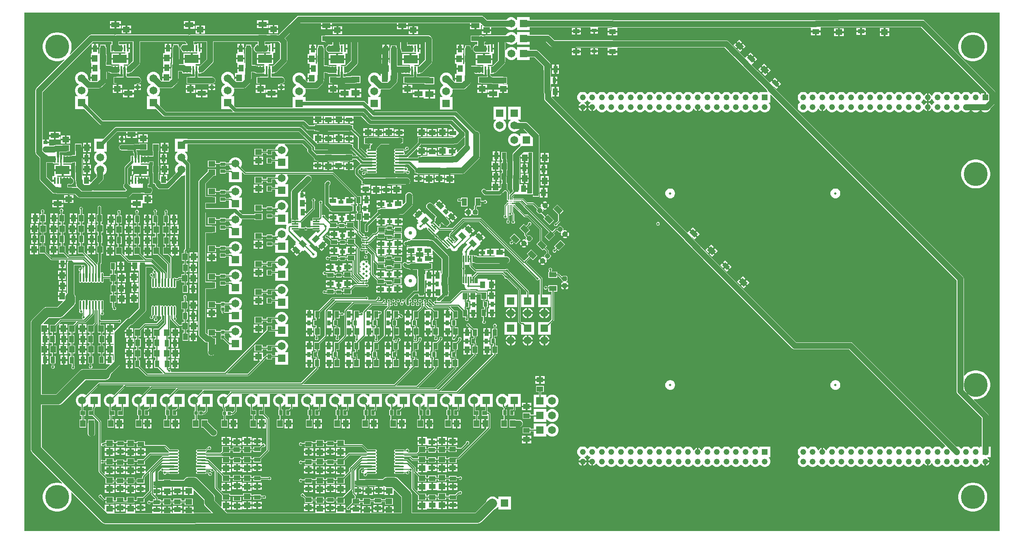
<source format=gbr>
G04*
G04 #@! TF.GenerationSoftware,Altium Limited,Altium Designer,22.4.2 (48)*
G04*
G04 Layer_Physical_Order=6*
G04 Layer_Color=16711680*
%FSLAX25Y25*%
%MOIN*%
G70*
G04*
G04 #@! TF.SameCoordinates,2DCEC4E4-29E6-4739-8FF7-65C193B2F985*
G04*
G04*
G04 #@! TF.FilePolarity,Positive*
G04*
G01*
G75*
%ADD15C,0.01000*%
G04:AMPARAMS|DCode=49|XSize=54.72mil|YSize=35.83mil|CornerRadius=0mil|HoleSize=0mil|Usage=FLASHONLY|Rotation=135.000|XOffset=0mil|YOffset=0mil|HoleType=Round|Shape=Rectangle|*
%AMROTATEDRECTD49*
4,1,4,0.03202,-0.00668,0.00668,-0.03202,-0.03202,0.00668,-0.00668,0.03202,0.03202,-0.00668,0.0*
%
%ADD49ROTATEDRECTD49*%

G04:AMPARAMS|DCode=50|XSize=38.98mil|YSize=30.71mil|CornerRadius=0mil|HoleSize=0mil|Usage=FLASHONLY|Rotation=315.000|XOffset=0mil|YOffset=0mil|HoleType=Round|Shape=Rectangle|*
%AMROTATEDRECTD50*
4,1,4,-0.02464,0.00292,-0.00292,0.02464,0.02464,-0.00292,0.00292,-0.02464,-0.02464,0.00292,0.0*
%
%ADD50ROTATEDRECTD50*%

G04:AMPARAMS|DCode=51|XSize=57.87mil|YSize=40.16mil|CornerRadius=0mil|HoleSize=0mil|Usage=FLASHONLY|Rotation=315.000|XOffset=0mil|YOffset=0mil|HoleType=Round|Shape=Rectangle|*
%AMROTATEDRECTD51*
4,1,4,-0.03466,0.00626,-0.00626,0.03466,0.03466,-0.00626,0.00626,-0.03466,-0.03466,0.00626,0.0*
%
%ADD51ROTATEDRECTD51*%

%ADD55R,0.05787X0.04016*%
%ADD56R,0.05472X0.03583*%
%ADD57R,0.05709X0.04528*%
%ADD58R,0.03898X0.03071*%
%ADD59C,0.05000*%
%ADD60C,0.00600*%
%ADD62C,0.01500*%
%ADD63C,0.02000*%
%ADD64C,0.03000*%
%ADD65C,0.02953*%
%ADD66C,0.06496*%
%ADD67R,0.06496X0.06496*%
%ADD68R,0.06496X0.06496*%
%ADD69R,0.04878X0.04878*%
%ADD70C,0.04878*%
%ADD71C,0.02000*%
%ADD72C,0.19685*%
%ADD73C,0.05000*%
%ADD74C,0.02500*%
%ADD75C,0.00800*%
%ADD76R,0.03071X0.03898*%
G04:AMPARAMS|DCode=77|XSize=57.09mil|YSize=45.28mil|CornerRadius=0mil|HoleSize=0mil|Usage=FLASHONLY|Rotation=315.000|XOffset=0mil|YOffset=0mil|HoleType=Round|Shape=Rectangle|*
%AMROTATEDRECTD77*
4,1,4,-0.03619,0.00418,-0.00418,0.03619,0.03619,-0.00418,0.00418,-0.03619,-0.03619,0.00418,0.0*
%
%ADD77ROTATEDRECTD77*%

%ADD78R,0.04016X0.05787*%
%ADD79R,0.03583X0.05472*%
%ADD80O,0.01378X0.07874*%
G04:AMPARAMS|DCode=81|XSize=55.12mil|YSize=11.81mil|CornerRadius=0mil|HoleSize=0mil|Usage=FLASHONLY|Rotation=135.000|XOffset=0mil|YOffset=0mil|HoleType=Round|Shape=Rectangle|*
%AMROTATEDRECTD81*
4,1,4,0.02366,-0.01531,0.01531,-0.02366,-0.02366,0.01531,-0.01531,0.02366,0.02366,-0.01531,0.0*
%
%ADD81ROTATEDRECTD81*%

G04:AMPARAMS|DCode=82|XSize=39.37mil|YSize=38.19mil|CornerRadius=9.55mil|HoleSize=0mil|Usage=FLASHONLY|Rotation=180.000|XOffset=0mil|YOffset=0mil|HoleType=Round|Shape=RoundedRectangle|*
%AMROUNDEDRECTD82*
21,1,0.03937,0.01909,0,0,180.0*
21,1,0.02028,0.03819,0,0,180.0*
1,1,0.01909,-0.01014,0.00955*
1,1,0.01909,0.01014,0.00955*
1,1,0.01909,0.01014,-0.00955*
1,1,0.01909,-0.01014,-0.00955*
%
%ADD82ROUNDEDRECTD82*%
%ADD83R,0.07165X0.04213*%
%ADD84R,0.07087X0.05118*%
%ADD85R,0.04331X0.06496*%
%ADD86R,0.05709X0.04724*%
G04:AMPARAMS|DCode=87|XSize=55.12mil|YSize=41.34mil|CornerRadius=0mil|HoleSize=0mil|Usage=FLASHONLY|Rotation=135.000|XOffset=0mil|YOffset=0mil|HoleType=Round|Shape=Rectangle|*
%AMROTATEDRECTD87*
4,1,4,0.03410,-0.00487,0.00487,-0.03410,-0.03410,0.00487,-0.00487,0.03410,0.03410,-0.00487,0.0*
%
%ADD87ROTATEDRECTD87*%

%ADD88R,0.03150X0.03543*%
%ADD89R,0.03543X0.03937*%
%ADD90R,0.02648X0.02707*%
%ADD91R,0.03937X0.02953*%
%ADD92R,0.03543X0.02559*%
%ADD93R,0.01772X0.05610*%
%ADD94R,0.11602X0.06902*%
%ADD95O,0.07874X0.01378*%
%ADD96R,0.02953X0.03937*%
%ADD97R,0.03937X0.03543*%
%ADD98R,0.02707X0.02648*%
%ADD99R,0.01181X0.05512*%
%ADD100R,0.05512X0.01181*%
%ADD101R,0.04528X0.05709*%
%ADD102R,0.05512X0.04134*%
%ADD103R,0.04134X0.05512*%
G04:AMPARAMS|DCode=104|XSize=55.12mil|YSize=41.34mil|CornerRadius=0mil|HoleSize=0mil|Usage=FLASHONLY|Rotation=225.000|XOffset=0mil|YOffset=0mil|HoleType=Round|Shape=Rectangle|*
%AMROTATEDRECTD104*
4,1,4,0.00487,0.03410,0.03410,0.00487,-0.00487,-0.03410,-0.03410,-0.00487,0.00487,0.03410,0.0*
%
%ADD104ROTATEDRECTD104*%

G04:AMPARAMS|DCode=105|XSize=39.37mil|YSize=38.19mil|CornerRadius=9.55mil|HoleSize=0mil|Usage=FLASHONLY|Rotation=45.000|XOffset=0mil|YOffset=0mil|HoleType=Round|Shape=RoundedRectangle|*
%AMROUNDEDRECTD105*
21,1,0.03937,0.01909,0,0,45.0*
21,1,0.02028,0.03819,0,0,45.0*
1,1,0.01909,0.01392,0.00042*
1,1,0.01909,-0.00042,-0.01392*
1,1,0.01909,-0.01392,-0.00042*
1,1,0.01909,0.00042,0.01392*
%
%ADD105ROUNDEDRECTD105*%
G04:AMPARAMS|DCode=106|XSize=39.37mil|YSize=38.19mil|CornerRadius=9.55mil|HoleSize=0mil|Usage=FLASHONLY|Rotation=315.000|XOffset=0mil|YOffset=0mil|HoleType=Round|Shape=RoundedRectangle|*
%AMROUNDEDRECTD106*
21,1,0.03937,0.01909,0,0,315.0*
21,1,0.02028,0.03819,0,0,315.0*
1,1,0.01909,0.00042,-0.01392*
1,1,0.01909,-0.01392,0.00042*
1,1,0.01909,-0.00042,0.01392*
1,1,0.01909,0.01392,-0.00042*
%
%ADD106ROUNDEDRECTD106*%
G04:AMPARAMS|DCode=107|XSize=39.37mil|YSize=38.19mil|CornerRadius=9.55mil|HoleSize=0mil|Usage=FLASHONLY|Rotation=270.000|XOffset=0mil|YOffset=0mil|HoleType=Round|Shape=RoundedRectangle|*
%AMROUNDEDRECTD107*
21,1,0.03937,0.01909,0,0,270.0*
21,1,0.02028,0.03819,0,0,270.0*
1,1,0.01909,-0.00955,-0.01014*
1,1,0.01909,-0.00955,0.01014*
1,1,0.01909,0.00955,0.01014*
1,1,0.01909,0.00955,-0.01014*
%
%ADD107ROUNDEDRECTD107*%
G04:AMPARAMS|DCode=108|XSize=64.96mil|YSize=43.31mil|CornerRadius=0mil|HoleSize=0mil|Usage=FLASHONLY|Rotation=135.000|XOffset=0mil|YOffset=0mil|HoleType=Round|Shape=Rectangle|*
%AMROTATEDRECTD108*
4,1,4,0.03828,-0.00766,0.00766,-0.03828,-0.03828,0.00766,-0.00766,0.03828,0.03828,-0.00766,0.0*
%
%ADD108ROTATEDRECTD108*%

G04:AMPARAMS|DCode=109|XSize=64.96mil|YSize=43.31mil|CornerRadius=0mil|HoleSize=0mil|Usage=FLASHONLY|Rotation=45.000|XOffset=0mil|YOffset=0mil|HoleType=Round|Shape=Rectangle|*
%AMROTATEDRECTD109*
4,1,4,-0.00766,-0.03828,-0.03828,-0.00766,0.00766,0.03828,0.03828,0.00766,-0.00766,-0.03828,0.0*
%
%ADD109ROTATEDRECTD109*%

%ADD110R,0.06496X0.04331*%
%ADD111C,0.08000*%
%ADD112C,0.04000*%
G36*
X802961Y2039D02*
X2039D01*
Y427961D01*
X802961D01*
Y2039D01*
D02*
G37*
%LPC*%
G36*
X202234Y421566D02*
X198401D01*
Y419210D01*
X202234D01*
Y421566D01*
D02*
G37*
G36*
X196901D02*
X193068D01*
Y419210D01*
X196901D01*
Y421566D01*
D02*
G37*
G36*
X81406Y421120D02*
X77573D01*
Y418764D01*
X81406D01*
Y421120D01*
D02*
G37*
G36*
X76073D02*
X72240D01*
Y418764D01*
X76073D01*
Y421120D01*
D02*
G37*
G36*
X142083Y421022D02*
X138250D01*
Y418665D01*
X142083D01*
Y421022D01*
D02*
G37*
G36*
X136750D02*
X132917D01*
Y418665D01*
X136750D01*
Y421022D01*
D02*
G37*
G36*
X202234Y417710D02*
X198401D01*
Y415354D01*
X202234D01*
Y417710D01*
D02*
G37*
G36*
X196901D02*
X193068D01*
Y415354D01*
X196901D01*
Y417710D01*
D02*
G37*
G36*
X210505Y417747D02*
X207401D01*
Y415234D01*
X210505D01*
Y417747D01*
D02*
G37*
G36*
X205901D02*
X202797D01*
Y415234D01*
X205901D01*
Y417747D01*
D02*
G37*
G36*
X89677Y417455D02*
X86573D01*
Y414941D01*
X89677D01*
Y417455D01*
D02*
G37*
G36*
X85073D02*
X81968D01*
Y414941D01*
X85073D01*
Y417455D01*
D02*
G37*
G36*
X81406Y417264D02*
X77573D01*
Y414907D01*
X81406D01*
Y417264D01*
D02*
G37*
G36*
X76073D02*
X72240D01*
Y414907D01*
X76073D01*
Y417264D01*
D02*
G37*
G36*
X150354Y417356D02*
X147250D01*
Y414843D01*
X150354D01*
Y417356D01*
D02*
G37*
G36*
X145750D02*
X142646D01*
Y414843D01*
X145750D01*
Y417356D01*
D02*
G37*
G36*
X142083Y417165D02*
X138250D01*
Y414809D01*
X142083D01*
Y417165D01*
D02*
G37*
G36*
X136750D02*
X132917D01*
Y414809D01*
X136750D01*
Y417165D01*
D02*
G37*
G36*
X325354Y416852D02*
X322250D01*
Y414338D01*
X325354D01*
Y416852D01*
D02*
G37*
G36*
X320750D02*
X317646D01*
Y414338D01*
X320750D01*
Y416852D01*
D02*
G37*
G36*
X262983D02*
X259879D01*
Y414338D01*
X262983D01*
Y416852D01*
D02*
G37*
G36*
X258379D02*
X255275D01*
Y414338D01*
X258379D01*
Y416852D01*
D02*
G37*
G36*
X371750Y416683D02*
X367917D01*
Y414327D01*
X371750D01*
Y416683D01*
D02*
G37*
G36*
X317083D02*
X313250D01*
Y414327D01*
X317083D01*
Y416683D01*
D02*
G37*
G36*
X311750D02*
X307917D01*
Y414327D01*
X311750D01*
Y416683D01*
D02*
G37*
G36*
X254712D02*
X250879D01*
Y414327D01*
X254712D01*
Y416683D01*
D02*
G37*
G36*
X249379D02*
X245546D01*
Y414327D01*
X249379D01*
Y416683D01*
D02*
G37*
G36*
X458986Y415500D02*
X456000D01*
Y413459D01*
X458986D01*
Y415500D01*
D02*
G37*
G36*
X454500D02*
X451514D01*
Y413459D01*
X454500D01*
Y415500D01*
D02*
G37*
G36*
X692958Y415431D02*
X689971D01*
Y413390D01*
X692958D01*
Y415431D01*
D02*
G37*
G36*
X688472D02*
X685485D01*
Y413390D01*
X688472D01*
Y415431D01*
D02*
G37*
G36*
X712354Y415264D02*
X709250D01*
Y412750D01*
X712354D01*
Y415264D01*
D02*
G37*
G36*
X707750D02*
X704646D01*
Y412750D01*
X707750D01*
Y415264D01*
D02*
G37*
G36*
X674854Y415220D02*
X671750D01*
Y412707D01*
X674854D01*
Y415220D01*
D02*
G37*
G36*
X670250D02*
X667146D01*
Y412707D01*
X670250D01*
Y415220D01*
D02*
G37*
G36*
X210505Y413734D02*
X207401D01*
Y411220D01*
X210505D01*
Y413734D01*
D02*
G37*
G36*
X205901D02*
X202797D01*
Y411220D01*
X205901D01*
Y413734D01*
D02*
G37*
G36*
X89677Y413441D02*
X86573D01*
Y410927D01*
X89677D01*
Y413441D01*
D02*
G37*
G36*
X85073D02*
X81968D01*
Y410927D01*
X85073D01*
Y413441D01*
D02*
G37*
G36*
X150354Y413343D02*
X147250D01*
Y410829D01*
X150354D01*
Y413343D01*
D02*
G37*
G36*
X145750D02*
X142646D01*
Y410829D01*
X145750D01*
Y413343D01*
D02*
G37*
G36*
X472949Y412494D02*
X470750D01*
Y410709D01*
X472949D01*
Y412494D01*
D02*
G37*
G36*
X469250D02*
X467051D01*
Y410709D01*
X469250D01*
Y412494D01*
D02*
G37*
G36*
X385500Y412838D02*
X382396D01*
Y410324D01*
X385500D01*
Y412838D01*
D02*
G37*
G36*
X380896D02*
X377791D01*
Y410324D01*
X380896D01*
Y412838D01*
D02*
G37*
G36*
X325354D02*
X322250D01*
Y410324D01*
X325354D01*
Y412838D01*
D02*
G37*
G36*
X320750D02*
X317646D01*
Y410324D01*
X320750D01*
Y412838D01*
D02*
G37*
G36*
X262983D02*
X259879D01*
Y410324D01*
X262983D01*
Y412838D01*
D02*
G37*
G36*
X258379D02*
X255275D01*
Y410324D01*
X258379D01*
Y412838D01*
D02*
G37*
G36*
X417134Y412067D02*
X406638D01*
Y410050D01*
X406155Y409921D01*
X406086Y410042D01*
X405108Y411019D01*
X403912Y411709D01*
X402577Y412067D01*
X401195D01*
X399860Y411709D01*
X398664Y411019D01*
X397687Y410042D01*
X397350Y409458D01*
X394032D01*
X393792Y409426D01*
X381646D01*
X380889Y409327D01*
X380499Y409165D01*
X378391D01*
Y409165D01*
X378328Y409123D01*
X377757Y409360D01*
X377000Y409459D01*
X376243Y409360D01*
X375552Y409073D01*
X368517D01*
Y404061D01*
X374075D01*
Y401563D01*
X371878D01*
Y400964D01*
X371702Y400891D01*
X371096Y400426D01*
X370631Y399820D01*
X370339Y399115D01*
X370239Y398358D01*
X370339Y397601D01*
X370631Y396895D01*
X371096Y396289D01*
X371702Y395825D01*
X371878Y395751D01*
Y395153D01*
X384073D01*
Y394600D01*
X384073Y394553D01*
X383960Y394100D01*
X380312D01*
Y390399D01*
X386363D01*
Y394053D01*
X386363Y394100D01*
X386477Y394553D01*
X387845D01*
Y397608D01*
X385959D01*
Y398358D01*
X385209D01*
Y402163D01*
X384073D01*
Y401563D01*
X379925D01*
Y403838D01*
X380499D01*
X380889Y403676D01*
X381646Y403576D01*
X391075D01*
Y388884D01*
X386337Y384145D01*
X382727D01*
Y384698D01*
X382727Y384746D01*
X382841Y385198D01*
X386363D01*
Y388899D01*
X379562D01*
X372761D01*
Y385198D01*
X378841D01*
X378955Y384746D01*
X378955Y384698D01*
Y384145D01*
X375913D01*
X375723Y384171D01*
X374387D01*
X373921Y384363D01*
X373164Y384463D01*
X369118D01*
Y389976D01*
X369097Y390135D01*
X369123Y390331D01*
Y397323D01*
X369215Y398026D01*
X369115Y398783D01*
X368823Y399488D01*
X368481Y399934D01*
Y401162D01*
X364099D01*
Y399962D01*
X363664Y399396D01*
X363372Y398690D01*
X363273Y397933D01*
Y390331D01*
X363293Y390172D01*
X363267Y389976D01*
Y386243D01*
X363124Y385941D01*
X362680Y385875D01*
X362282Y386208D01*
X362282Y386325D01*
Y389226D01*
X359018D01*
X355755D01*
Y386122D01*
X356677D01*
X357054Y385825D01*
X357054Y385622D01*
Y382682D01*
X360062D01*
Y381182D01*
X357054D01*
Y378104D01*
X357054Y378038D01*
X356894Y377604D01*
X355745D01*
Y374500D01*
X359008D01*
Y373000D01*
X355745D01*
Y371504D01*
X355245Y371297D01*
X353745Y372797D01*
X353748Y372809D01*
Y374191D01*
X353390Y375526D01*
X352699Y376722D01*
X351722Y377699D01*
X350526Y378390D01*
X349191Y378748D01*
X347809D01*
X346474Y378390D01*
X345278Y377699D01*
X344301Y376722D01*
X343610Y375526D01*
X343252Y374191D01*
Y372809D01*
X343610Y371474D01*
X344301Y370278D01*
X345278Y369301D01*
X346164Y368789D01*
Y368211D01*
X345278Y367700D01*
X344301Y366722D01*
X343610Y365526D01*
X343252Y364191D01*
Y362809D01*
X343610Y361474D01*
X344301Y360278D01*
X345278Y359300D01*
X345398Y359231D01*
X345269Y358748D01*
X343252D01*
Y348252D01*
X353748D01*
Y358748D01*
X351731D01*
X351602Y359231D01*
X351722Y359300D01*
X352699Y360278D01*
X353390Y361474D01*
X353748Y362809D01*
Y364191D01*
X353620Y364670D01*
X354016Y365122D01*
X354409Y365071D01*
X362473D01*
X363230Y365170D01*
X363936Y365462D01*
X364542Y365927D01*
X367927Y369313D01*
X368392Y369918D01*
X368631Y370496D01*
X368759D01*
Y371191D01*
X368784Y371381D01*
Y372407D01*
X369018Y372972D01*
X369118Y373729D01*
Y378613D01*
X371433D01*
X371702Y378407D01*
X371878Y378334D01*
Y377735D01*
X378955D01*
Y377135D01*
X380091D01*
Y380940D01*
X381591D01*
Y377135D01*
X381973D01*
Y376009D01*
X381973Y376009D01*
X381999Y375876D01*
X381682Y375489D01*
X378000D01*
X377243Y375390D01*
X376853Y375228D01*
X374746D01*
Y369901D01*
X376853D01*
X377243Y369739D01*
X378000Y369639D01*
X385369D01*
X385834Y369701D01*
X386333Y369494D01*
X387090Y369395D01*
X391381D01*
X391391Y368899D01*
X391391Y368895D01*
Y366287D01*
X399100D01*
Y368899D01*
X394958D01*
X394925Y369399D01*
X395445Y369468D01*
X398500D01*
Y374992D01*
X396018D01*
X395648Y375145D01*
X394891Y375245D01*
X387683D01*
X387000Y375335D01*
X386438Y375260D01*
X386126Y375390D01*
X385756Y375438D01*
X385736Y375538D01*
X385427Y376002D01*
X384828Y376601D01*
Y377735D01*
X387245D01*
Y378032D01*
X387574Y378320D01*
X388331Y378420D01*
X389036Y378712D01*
X389642Y379177D01*
X396068Y385604D01*
X396533Y386210D01*
X396825Y386915D01*
X396925Y387672D01*
Y391529D01*
X397425Y391663D01*
X397689Y391205D01*
X398667Y390228D01*
X399863Y389537D01*
X401198Y389180D01*
X402580D01*
X403915Y389537D01*
X405111Y390228D01*
X406088Y391205D01*
X406158Y391326D01*
X406641Y391196D01*
Y389180D01*
X417137D01*
Y391503D01*
X420792D01*
X428319Y383975D01*
Y381736D01*
X428419Y380979D01*
X428555Y380649D01*
Y363000D01*
X428655Y362243D01*
X428947Y361538D01*
X428949Y361535D01*
Y357672D01*
X429049Y356915D01*
X429341Y356209D01*
X429806Y355604D01*
X543931Y241478D01*
X544087Y241101D01*
X544552Y240495D01*
X559141Y225906D01*
X559198Y225768D01*
X559663Y225162D01*
X571495Y213330D01*
X571685Y213184D01*
X571830Y212996D01*
X585162Y199663D01*
X585504Y199400D01*
X585677Y199176D01*
X632665Y152187D01*
X633271Y151723D01*
X633976Y151430D01*
X634733Y151331D01*
X679226D01*
X758700Y71856D01*
X758571Y71373D01*
X758017Y71225D01*
X757005Y70640D01*
X756179Y69814D01*
X756044Y69580D01*
X755544D01*
X755409Y69814D01*
X754582Y70640D01*
X753570Y71225D01*
X752441Y71527D01*
X751272D01*
X750143Y71225D01*
X749131Y70640D01*
X748305Y69814D01*
X748170Y69580D01*
X747670D01*
X747535Y69814D01*
X746708Y70640D01*
X745696Y71225D01*
X744567Y71527D01*
X743398D01*
X742269Y71225D01*
X741257Y70640D01*
X740431Y69814D01*
X740296Y69580D01*
X739796D01*
X739661Y69814D01*
X738834Y70640D01*
X737822Y71225D01*
X736693Y71527D01*
X735524D01*
X734395Y71225D01*
X733383Y70640D01*
X732557Y69814D01*
X732422Y69580D01*
X731922D01*
X731787Y69814D01*
X730960Y70640D01*
X729948Y71225D01*
X728819Y71527D01*
X727650D01*
X726521Y71225D01*
X725509Y70640D01*
X724683Y69814D01*
X724548Y69580D01*
X724048D01*
X723913Y69814D01*
X723086Y70640D01*
X722074Y71225D01*
X720945Y71527D01*
X719776D01*
X718647Y71225D01*
X717635Y70640D01*
X716809Y69814D01*
X716674Y69580D01*
X716174D01*
X716039Y69814D01*
X715212Y70640D01*
X714200Y71225D01*
X713071Y71527D01*
X711902D01*
X710773Y71225D01*
X709761Y70640D01*
X708935Y69814D01*
X708800Y69580D01*
X708300D01*
X708165Y69814D01*
X707338Y70640D01*
X706326Y71225D01*
X705197Y71527D01*
X704028D01*
X702899Y71225D01*
X701887Y70640D01*
X701061Y69814D01*
X700926Y69580D01*
X700426D01*
X700291Y69814D01*
X699464Y70640D01*
X698452Y71225D01*
X697323Y71527D01*
X696154D01*
X695025Y71225D01*
X694013Y70640D01*
X693187Y69814D01*
X693052Y69580D01*
X692552D01*
X692417Y69814D01*
X691590Y70640D01*
X690578Y71225D01*
X689449Y71527D01*
X688280D01*
X687151Y71225D01*
X686139Y70640D01*
X685313Y69814D01*
X685178Y69580D01*
X684678D01*
X684543Y69814D01*
X683716Y70640D01*
X682704Y71225D01*
X681575Y71527D01*
X680406D01*
X679277Y71225D01*
X678265Y70640D01*
X677439Y69814D01*
X677304Y69580D01*
X676803D01*
X676669Y69814D01*
X675842Y70640D01*
X674830Y71225D01*
X673701Y71527D01*
X672532D01*
X671403Y71225D01*
X670391Y70640D01*
X669564Y69814D01*
X669429Y69580D01*
X668929D01*
X668794Y69814D01*
X667968Y70640D01*
X666956Y71225D01*
X665827Y71527D01*
X664658D01*
X663529Y71225D01*
X662517Y70640D01*
X661690Y69814D01*
X661106Y68802D01*
X661042Y68563D01*
X660875Y68511D01*
X660513Y68520D01*
X660120Y69200D01*
X659480Y69840D01*
X658696Y70293D01*
X658118Y70448D01*
Y67088D01*
X656618D01*
Y70448D01*
X656041Y70293D01*
X655257Y69840D01*
X654617Y69200D01*
X654224Y68520D01*
X653862Y68511D01*
X653695Y68563D01*
X653631Y68802D01*
X653047Y69814D01*
X652220Y70640D01*
X651208Y71225D01*
X650079Y71527D01*
X648910D01*
X647781Y71225D01*
X646769Y70640D01*
X645942Y69814D01*
X645807Y69580D01*
X645307D01*
X645173Y69814D01*
X644346Y70640D01*
X643334Y71225D01*
X642205Y71527D01*
X641036D01*
X639907Y71225D01*
X638895Y70640D01*
X638068Y69814D01*
X637484Y68802D01*
X637182Y67673D01*
Y66504D01*
X637484Y65375D01*
X638068Y64363D01*
X638895Y63536D01*
X639129Y63401D01*
Y62901D01*
X638895Y62766D01*
X638068Y61940D01*
X637484Y60928D01*
X637182Y59799D01*
Y58630D01*
X637484Y57501D01*
X638068Y56489D01*
X638895Y55662D01*
X639907Y55078D01*
X641036Y54775D01*
X642205D01*
X643334Y55078D01*
X644346Y55662D01*
X645173Y56489D01*
X645307Y56722D01*
X645807D01*
X645942Y56489D01*
X646769Y55662D01*
X647781Y55078D01*
X648910Y54775D01*
X650079D01*
X651208Y55078D01*
X652220Y55662D01*
X653047Y56489D01*
X653181Y56722D01*
X653681D01*
X653816Y56489D01*
X654643Y55662D01*
X655655Y55078D01*
X656784Y54775D01*
X657953D01*
X659082Y55078D01*
X660094Y55662D01*
X660920Y56489D01*
X661055Y56722D01*
X661555D01*
X661690Y56489D01*
X662517Y55662D01*
X663529Y55078D01*
X664658Y54775D01*
X665827D01*
X666956Y55078D01*
X667968Y55662D01*
X668794Y56489D01*
X668929Y56722D01*
X669429D01*
X669564Y56489D01*
X670391Y55662D01*
X671403Y55078D01*
X672532Y54775D01*
X673701D01*
X674830Y55078D01*
X675842Y55662D01*
X676669Y56489D01*
X676803Y56723D01*
X677304D01*
X677439Y56489D01*
X678265Y55662D01*
X679277Y55078D01*
X680406Y54775D01*
X681575D01*
X682704Y55078D01*
X683716Y55662D01*
X684543Y56489D01*
X684678Y56722D01*
X685178D01*
X685313Y56489D01*
X686139Y55662D01*
X687151Y55078D01*
X688280Y54775D01*
X689449D01*
X690578Y55078D01*
X691590Y55662D01*
X692417Y56489D01*
X692552Y56722D01*
X693052D01*
X693187Y56489D01*
X694013Y55662D01*
X695025Y55078D01*
X696154Y54775D01*
X697323D01*
X698452Y55078D01*
X699464Y55662D01*
X700291Y56489D01*
X700426Y56722D01*
X700926D01*
X701061Y56489D01*
X701887Y55662D01*
X702899Y55078D01*
X704028Y54775D01*
X705197D01*
X706326Y55078D01*
X707338Y55662D01*
X708165Y56489D01*
X708300Y56722D01*
X708800D01*
X708935Y56489D01*
X709761Y55662D01*
X710773Y55078D01*
X711902Y54775D01*
X713071D01*
X714200Y55078D01*
X715212Y55662D01*
X716039Y56489D01*
X716174Y56722D01*
X716674D01*
X716809Y56489D01*
X717635Y55662D01*
X718647Y55078D01*
X719776Y54775D01*
X720945D01*
X722074Y55078D01*
X723086Y55662D01*
X723913Y56489D01*
X724048Y56722D01*
X724548D01*
X724683Y56489D01*
X725509Y55662D01*
X726521Y55078D01*
X727650Y54775D01*
X728819D01*
X729948Y55078D01*
X730960Y55662D01*
X731787Y56489D01*
X731922Y56722D01*
X732422D01*
X732557Y56489D01*
X733383Y55662D01*
X734395Y55078D01*
X735524Y54775D01*
X736693D01*
X737822Y55078D01*
X738834Y55662D01*
X739661Y56489D01*
X740245Y57501D01*
X740309Y57739D01*
X740476Y57792D01*
X740838Y57783D01*
X741231Y57103D01*
X741871Y56463D01*
X742655Y56010D01*
X743233Y55855D01*
Y59214D01*
X744733D01*
Y55855D01*
X745310Y56010D01*
X746094Y56463D01*
X746735Y57103D01*
X747127Y57783D01*
X747489Y57792D01*
X747656Y57739D01*
X747720Y57501D01*
X748305Y56489D01*
X749131Y55662D01*
X750143Y55078D01*
X751272Y54775D01*
X752441D01*
X753570Y55078D01*
X754582Y55662D01*
X755409Y56489D01*
X755544Y56722D01*
X756044D01*
X756179Y56489D01*
X757005Y55662D01*
X758017Y55078D01*
X759146Y54775D01*
X760315D01*
X761444Y55078D01*
X762456Y55662D01*
X763283Y56489D01*
X763418Y56722D01*
X763918D01*
X764053Y56489D01*
X764879Y55662D01*
X765891Y55078D01*
X767020Y54775D01*
X768189D01*
X769318Y55078D01*
X770330Y55662D01*
X771157Y56489D01*
X771292Y56722D01*
X771792D01*
X771927Y56489D01*
X772753Y55662D01*
X773765Y55078D01*
X774894Y54775D01*
X776063D01*
X777192Y55078D01*
X778204Y55662D01*
X779031Y56489D01*
X779166Y56723D01*
X779666D01*
X779801Y56489D01*
X780627Y55662D01*
X781639Y55078D01*
X782768Y54775D01*
X783937D01*
X785066Y55078D01*
X786078Y55662D01*
X786905Y56489D01*
X787489Y57501D01*
X787553Y57739D01*
X787720Y57792D01*
X788082Y57783D01*
X788475Y57103D01*
X789115Y56463D01*
X789899Y56010D01*
X790477Y55855D01*
Y59214D01*
X791227D01*
Y59964D01*
X794586D01*
X794431Y60542D01*
X793979Y61326D01*
X793338Y61966D01*
X793021Y62149D01*
X793155Y62649D01*
X795666D01*
Y71527D01*
X794152D01*
Y96312D01*
X794052Y97069D01*
X793760Y97774D01*
X793295Y98380D01*
X781675Y110001D01*
X781902Y110446D01*
X782421Y110364D01*
X784285D01*
X786126Y110656D01*
X787899Y111232D01*
X789560Y112078D01*
X791068Y113174D01*
X792386Y114492D01*
X793481Y116000D01*
X794328Y117661D01*
X794904Y119433D01*
X795195Y121274D01*
Y123139D01*
X794904Y124980D01*
X794328Y126752D01*
X793481Y128413D01*
X792386Y129921D01*
X791068Y131239D01*
X789560Y132335D01*
X787899Y133181D01*
X786126Y133757D01*
X784285Y134049D01*
X782421D01*
X780580Y133757D01*
X778807Y133181D01*
X777146Y132335D01*
X775638Y131239D01*
X774320Y129921D01*
X774011Y129496D01*
X773535Y129651D01*
Y209292D01*
X773436Y210049D01*
X773143Y210754D01*
X772679Y211360D01*
X617388Y366651D01*
X617381Y366701D01*
X617172Y367207D01*
X617596Y367490D01*
X619657Y365428D01*
X621101Y366872D01*
X618459Y369514D01*
X615817Y372155D01*
X614503Y370841D01*
X614373Y370712D01*
X613889Y370748D01*
X609026Y375610D01*
X609061Y375645D01*
X604459Y380247D01*
X604424Y380213D01*
X599507Y385130D01*
X599560Y385608D01*
X599648Y385696D01*
X601156Y387205D01*
X598403Y389958D01*
X595650Y392711D01*
X594141Y391202D01*
X594053Y391114D01*
X593575Y391061D01*
X580328Y404309D01*
X579722Y404773D01*
X579017Y405065D01*
X578260Y405165D01*
X485695D01*
X485413Y405282D01*
X484656Y405382D01*
X455343D01*
X455014Y405425D01*
X437195D01*
X433733Y408887D01*
X433127Y409352D01*
X432421Y409645D01*
X431664Y409744D01*
X417134D01*
Y412067D01*
D02*
G37*
G36*
X458986Y411959D02*
X456000D01*
Y409917D01*
X458986D01*
Y411959D01*
D02*
G37*
G36*
X454500D02*
X451514D01*
Y409917D01*
X454500D01*
Y411959D01*
D02*
G37*
G36*
X692958Y411890D02*
X689971D01*
Y409849D01*
X692958D01*
Y411890D01*
D02*
G37*
G36*
X688472D02*
X685485D01*
Y409849D01*
X688472D01*
Y411890D01*
D02*
G37*
G36*
X655894Y411750D02*
X652750D01*
Y409492D01*
X655894D01*
Y411750D01*
D02*
G37*
G36*
X651250D02*
X648106D01*
Y409492D01*
X651250D01*
Y411750D01*
D02*
G37*
G36*
X488943Y411600D02*
X485799D01*
Y409342D01*
X488943D01*
Y411600D01*
D02*
G37*
G36*
X484299D02*
X481156D01*
Y409342D01*
X484299D01*
Y411600D01*
D02*
G37*
G36*
X712354Y411250D02*
X709250D01*
Y408736D01*
X712354D01*
Y411250D01*
D02*
G37*
G36*
X707750D02*
X704646D01*
Y408736D01*
X707750D01*
Y411250D01*
D02*
G37*
G36*
X674854Y411207D02*
X671750D01*
Y408693D01*
X674854D01*
Y411207D01*
D02*
G37*
G36*
X670250D02*
X667146D01*
Y408693D01*
X670250D01*
Y411207D01*
D02*
G37*
G36*
X588996Y405790D02*
X587218Y404013D01*
X589413Y401818D01*
X591191Y403595D01*
X588996Y405790D01*
D02*
G37*
G36*
X122784Y402535D02*
X120742D01*
Y399549D01*
X122784D01*
Y402535D01*
D02*
G37*
G36*
X119242D02*
X117201D01*
Y399549D01*
X119242D01*
Y402535D01*
D02*
G37*
G36*
X147784Y402559D02*
X146648D01*
Y399503D01*
X147784D01*
Y402559D01*
D02*
G37*
G36*
X267192Y402163D02*
X266056D01*
Y399108D01*
X267192D01*
Y402163D01*
D02*
G37*
G36*
X387845Y402163D02*
X386709D01*
Y399108D01*
X387845D01*
Y402163D01*
D02*
G37*
G36*
X586158Y402952D02*
X584380Y401175D01*
X586575Y398979D01*
X588353Y400757D01*
X586158Y402952D01*
D02*
G37*
G36*
X241692Y401830D02*
X239651D01*
Y398844D01*
X241692D01*
Y401830D01*
D02*
G37*
G36*
X238151D02*
X236109D01*
Y398844D01*
X238151D01*
Y401830D01*
D02*
G37*
G36*
X362625Y401762D02*
X360583D01*
Y398776D01*
X362625D01*
Y401762D01*
D02*
G37*
G36*
X359083D02*
X357042D01*
Y398776D01*
X359083D01*
Y401762D01*
D02*
G37*
G36*
X592251Y402535D02*
X590474Y400757D01*
X592669Y398562D01*
X594447Y400340D01*
X592251Y402535D01*
D02*
G37*
G36*
X589413Y399696D02*
X587636Y397919D01*
X589831Y395724D01*
X591608Y397501D01*
X589413Y399696D01*
D02*
G37*
G36*
X598307Y395368D02*
X596711Y393772D01*
X598934Y391549D01*
X600530Y393145D01*
X598307Y395368D01*
D02*
G37*
G36*
X122784Y398049D02*
X119992D01*
X117201D01*
Y395101D01*
X117201Y395063D01*
X117109Y394601D01*
X115913D01*
Y391497D01*
X119177D01*
X122441D01*
Y394563D01*
X122441Y394601D01*
X122533Y395063D01*
X122784D01*
Y398049D01*
D02*
G37*
G36*
X241692Y397344D02*
X238900D01*
X236109D01*
Y394399D01*
X236109Y394358D01*
X236009Y393899D01*
X234822D01*
Y390795D01*
X238086D01*
X241349D01*
Y393858D01*
X241349Y393899D01*
X241449Y394358D01*
X241692D01*
Y397344D01*
D02*
G37*
G36*
X138750Y394496D02*
X132699D01*
Y390795D01*
X138750D01*
Y394496D01*
D02*
G37*
G36*
X362625Y397276D02*
X359833D01*
X357042D01*
Y394331D01*
X357042Y394289D01*
X356942Y393831D01*
X355755D01*
Y390726D01*
X359018D01*
X362282D01*
Y393789D01*
X362282Y393831D01*
X362382Y394289D01*
X362625D01*
Y397276D01*
D02*
G37*
G36*
X258158Y394100D02*
X252107D01*
Y390399D01*
X258158D01*
Y394100D01*
D02*
G37*
G36*
X378812Y394100D02*
X372761D01*
Y390399D01*
X378812D01*
Y394100D01*
D02*
G37*
G36*
X601591Y392085D02*
X599994Y390488D01*
X602217Y388265D01*
X603814Y389862D01*
X601591Y392085D01*
D02*
G37*
G36*
X781932Y411842D02*
X780068D01*
X778227Y411551D01*
X776454Y410975D01*
X774793Y410129D01*
X773285Y409033D01*
X771967Y407715D01*
X770871Y406207D01*
X770025Y404546D01*
X769449Y402773D01*
X769158Y400932D01*
Y399068D01*
X769449Y397227D01*
X770025Y395454D01*
X770871Y393793D01*
X771967Y392285D01*
X773285Y390967D01*
X774793Y389871D01*
X776454Y389025D01*
X778227Y388449D01*
X780068Y388158D01*
X781932D01*
X783773Y388449D01*
X785546Y389025D01*
X787207Y389871D01*
X788715Y390967D01*
X790033Y392285D01*
X791129Y393793D01*
X791975Y395454D01*
X792551Y397227D01*
X792842Y399068D01*
Y400932D01*
X792551Y402773D01*
X791975Y404546D01*
X791129Y406207D01*
X790033Y407715D01*
X788715Y409033D01*
X787207Y410129D01*
X785546Y410975D01*
X783773Y411551D01*
X781932Y411842D01*
D02*
G37*
G36*
X122441Y389997D02*
X119177D01*
X115913D01*
Y387085D01*
X115913Y386893D01*
X116055Y386451D01*
Y383500D01*
X119063D01*
X122071D01*
X122071Y386579D01*
X122441Y386893D01*
X122441Y386957D01*
Y389997D01*
D02*
G37*
G36*
X609470Y386107D02*
X607692Y384329D01*
X609887Y382134D01*
X611665Y383912D01*
X609470Y386107D01*
D02*
G37*
G36*
X606632Y383269D02*
X604854Y381491D01*
X607049Y379296D01*
X608827Y381074D01*
X606632Y383269D01*
D02*
G37*
G36*
X612726Y382851D02*
X610948Y381074D01*
X613143Y378878D01*
X614921Y380656D01*
X612726Y382851D01*
D02*
G37*
G36*
X609887Y380013D02*
X608110Y378236D01*
X610305Y376040D01*
X612082Y377818D01*
X609887Y380013D01*
D02*
G37*
G36*
X122071Y382000D02*
X119063D01*
X116055D01*
Y379154D01*
X116055Y378856D01*
X115639Y378654D01*
X115413D01*
Y375549D01*
X118677D01*
X121941D01*
Y378410D01*
X122071Y378856D01*
X122071Y379100D01*
Y382000D01*
D02*
G37*
G36*
X618321Y374659D02*
X616878Y373216D01*
X618989Y371104D01*
X620433Y372548D01*
X618321Y374659D01*
D02*
G37*
G36*
X621493Y371487D02*
X620050Y370044D01*
X622161Y367932D01*
X623605Y369376D01*
X621493Y371487D01*
D02*
G37*
G36*
X215772Y368925D02*
X213750D01*
Y367396D01*
X215772D01*
Y368925D01*
D02*
G37*
G36*
X212250D02*
X210228D01*
Y367396D01*
X212250D01*
Y368925D01*
D02*
G37*
G36*
X97772D02*
X95750D01*
Y367396D01*
X97772D01*
Y368925D01*
D02*
G37*
G36*
X94250D02*
X92228D01*
Y367396D01*
X94250D01*
Y368925D01*
D02*
G37*
G36*
X381854Y368742D02*
X378750D01*
Y366228D01*
X381854D01*
Y368742D01*
D02*
G37*
G36*
X320523D02*
X317418D01*
Y366228D01*
X320523D01*
Y368742D01*
D02*
G37*
G36*
X377250D02*
X374146D01*
Y366228D01*
X377250D01*
Y368742D01*
D02*
G37*
G36*
X315918D02*
X312814D01*
Y366228D01*
X315918D01*
Y368742D01*
D02*
G37*
G36*
X199854Y368721D02*
X196750D01*
Y366207D01*
X199854D01*
Y368721D01*
D02*
G37*
G36*
X82354D02*
X79250D01*
Y366207D01*
X82354D01*
Y368721D01*
D02*
G37*
G36*
X195250D02*
X192146D01*
Y366207D01*
X195250D01*
Y368721D01*
D02*
G37*
G36*
X77750D02*
X74646D01*
Y366207D01*
X77750D01*
Y368721D01*
D02*
G37*
G36*
X215772Y365896D02*
X213750D01*
Y364366D01*
X215772D01*
Y365896D01*
D02*
G37*
G36*
X212250D02*
X210228D01*
Y364366D01*
X212250D01*
Y365896D01*
D02*
G37*
G36*
X97772D02*
X95750D01*
Y364366D01*
X97772D01*
Y365896D01*
D02*
G37*
G36*
X209583Y364673D02*
X205750D01*
Y362317D01*
X209583D01*
Y364673D01*
D02*
G37*
G36*
X94250Y365896D02*
X92228D01*
Y365113D01*
X92083Y364673D01*
X91856Y364673D01*
X88250D01*
Y362317D01*
X92083D01*
Y363927D01*
X92228Y364366D01*
X92456Y364366D01*
X94250D01*
Y365896D01*
D02*
G37*
G36*
X204250Y364673D02*
X200417D01*
Y362317D01*
X204250D01*
Y364673D01*
D02*
G37*
G36*
X86750D02*
X82917D01*
Y362317D01*
X86750D01*
Y364673D01*
D02*
G37*
G36*
X324918Y364650D02*
X321086D01*
Y362293D01*
X324918D01*
Y364650D01*
D02*
G37*
G36*
X386250D02*
X382417D01*
Y362293D01*
X386250D01*
Y364650D01*
D02*
G37*
G36*
X381854Y364728D02*
X378750D01*
Y362214D01*
X381854D01*
Y364728D01*
D02*
G37*
G36*
X377250D02*
X374146D01*
Y362214D01*
X377250D01*
Y364728D01*
D02*
G37*
G36*
X320523D02*
X317418D01*
Y362214D01*
X320523D01*
Y364728D01*
D02*
G37*
G36*
X315918D02*
X312814D01*
Y362214D01*
X315918D01*
Y364728D01*
D02*
G37*
G36*
X199854Y364707D02*
X196750D01*
Y362193D01*
X199854D01*
Y364707D01*
D02*
G37*
G36*
X195250D02*
X192146D01*
Y362193D01*
X195250D01*
Y364707D01*
D02*
G37*
G36*
X82354D02*
X79250D01*
Y362193D01*
X82354D01*
Y364707D01*
D02*
G37*
G36*
X77750D02*
X74646D01*
Y362193D01*
X77750D01*
Y364707D01*
D02*
G37*
G36*
X399100Y364787D02*
X395996D01*
Y362175D01*
X399100D01*
Y364787D01*
D02*
G37*
G36*
X339212Y364568D02*
X335418D01*
Y361759D01*
X339212D01*
Y364568D01*
D02*
G37*
G36*
X736693Y362866D02*
X735524D01*
X734395Y362563D01*
X733383Y361979D01*
X732557Y361153D01*
X732422Y360919D01*
X731922D01*
X731787Y361153D01*
X730960Y361979D01*
X729948Y362563D01*
X728819Y362866D01*
X727650D01*
X726521Y362563D01*
X725509Y361979D01*
X724683Y361153D01*
X724548Y360919D01*
X724048D01*
X723913Y361153D01*
X723086Y361979D01*
X722074Y362563D01*
X720945Y362866D01*
X719776D01*
X718647Y362563D01*
X717635Y361979D01*
X716809Y361153D01*
X716674Y360919D01*
X716174D01*
X716039Y361153D01*
X715212Y361979D01*
X714200Y362563D01*
X713071Y362866D01*
X711902D01*
X710773Y362563D01*
X709761Y361979D01*
X708935Y361153D01*
X708800Y360919D01*
X708300D01*
X708165Y361153D01*
X707338Y361979D01*
X706326Y362563D01*
X705197Y362866D01*
X704028D01*
X702899Y362563D01*
X701887Y361979D01*
X701061Y361153D01*
X700926Y360919D01*
X700426D01*
X700291Y361153D01*
X699464Y361979D01*
X698452Y362563D01*
X697323Y362866D01*
X696154D01*
X695025Y362563D01*
X694013Y361979D01*
X693187Y361153D01*
X693052Y360919D01*
X692552D01*
X692417Y361153D01*
X691590Y361979D01*
X690578Y362563D01*
X689449Y362866D01*
X688280D01*
X687151Y362563D01*
X686139Y361979D01*
X685313Y361153D01*
X685178Y360919D01*
X684678D01*
X684543Y361153D01*
X683716Y361979D01*
X682704Y362563D01*
X681575Y362866D01*
X680406D01*
X679277Y362563D01*
X678265Y361979D01*
X677439Y361153D01*
X677304Y360919D01*
X676803D01*
X676669Y361153D01*
X675842Y361979D01*
X674830Y362563D01*
X673701Y362866D01*
X672532D01*
X671403Y362563D01*
X670391Y361979D01*
X669564Y361153D01*
X669429Y360919D01*
X668929D01*
X668794Y361153D01*
X667968Y361979D01*
X666956Y362563D01*
X665827Y362866D01*
X664658D01*
X663529Y362563D01*
X662517Y361979D01*
X661690Y361153D01*
X661555Y360919D01*
X661055D01*
X660920Y361153D01*
X660094Y361979D01*
X659082Y362563D01*
X657953Y362866D01*
X656784D01*
X655655Y362563D01*
X654643Y361979D01*
X653816Y361153D01*
X653681Y360919D01*
X653181D01*
X653047Y361153D01*
X652220Y361979D01*
X651208Y362563D01*
X650079Y362866D01*
X648910D01*
X647781Y362563D01*
X646769Y361979D01*
X645942Y361153D01*
X645807Y360919D01*
X645307D01*
X645173Y361153D01*
X644346Y361979D01*
X643334Y362563D01*
X642205Y362866D01*
X641036D01*
X639907Y362563D01*
X638895Y361979D01*
X638068Y361153D01*
X637484Y360140D01*
X637182Y359011D01*
Y357842D01*
X637484Y356714D01*
X638068Y355701D01*
X638895Y354875D01*
X639129Y354740D01*
Y354240D01*
X638895Y354105D01*
X638068Y353278D01*
X637484Y352266D01*
X637182Y351137D01*
Y349969D01*
X637484Y348840D01*
X638068Y347827D01*
X638895Y347001D01*
X639907Y346416D01*
X641036Y346114D01*
X642205D01*
X643334Y346416D01*
X644346Y347001D01*
X645173Y347827D01*
X645307Y348061D01*
X645807D01*
X645942Y347827D01*
X646769Y347001D01*
X647781Y346416D01*
X648910Y346114D01*
X650079D01*
X651208Y346416D01*
X652220Y347001D01*
X653047Y347827D01*
X653631Y348840D01*
X653695Y349078D01*
X653862Y349131D01*
X654224Y349121D01*
X654617Y348441D01*
X655257Y347801D01*
X656041Y347348D01*
X656618Y347194D01*
Y350553D01*
X658118D01*
Y347194D01*
X658696Y347348D01*
X659480Y347801D01*
X660120Y348441D01*
X660513Y349121D01*
X660875Y349131D01*
X661042Y349078D01*
X661106Y348840D01*
X661690Y347827D01*
X662517Y347001D01*
X663529Y346416D01*
X664658Y346114D01*
X665827D01*
X666956Y346416D01*
X667968Y347001D01*
X668794Y347827D01*
X668929Y348061D01*
X669429D01*
X669564Y347827D01*
X670391Y347001D01*
X671403Y346416D01*
X672532Y346114D01*
X673701D01*
X674830Y346416D01*
X675842Y347001D01*
X676669Y347827D01*
X676803Y348061D01*
X677304D01*
X677439Y347827D01*
X678265Y347001D01*
X679277Y346416D01*
X680406Y346114D01*
X681575D01*
X682704Y346416D01*
X683716Y347001D01*
X684543Y347827D01*
X684678Y348061D01*
X685178D01*
X685313Y347827D01*
X686139Y347001D01*
X687151Y346416D01*
X688280Y346114D01*
X689449D01*
X690578Y346416D01*
X691590Y347001D01*
X692417Y347827D01*
X692552Y348061D01*
X693052D01*
X693187Y347827D01*
X694013Y347001D01*
X695025Y346416D01*
X696154Y346114D01*
X697323D01*
X698452Y346416D01*
X699464Y347001D01*
X700291Y347827D01*
X700426Y348061D01*
X700926D01*
X701061Y347827D01*
X701887Y347001D01*
X702899Y346416D01*
X704028Y346114D01*
X705197D01*
X706326Y346416D01*
X707338Y347001D01*
X708165Y347827D01*
X708300Y348061D01*
X708800D01*
X708935Y347827D01*
X709761Y347001D01*
X710773Y346416D01*
X711902Y346114D01*
X713071D01*
X714200Y346416D01*
X715212Y347001D01*
X716039Y347827D01*
X716174Y348061D01*
X716674D01*
X716809Y347827D01*
X717635Y347001D01*
X718647Y346416D01*
X719776Y346114D01*
X720945D01*
X722074Y346416D01*
X723086Y347001D01*
X723913Y347827D01*
X724048Y348061D01*
X724548D01*
X724683Y347827D01*
X725509Y347001D01*
X726521Y346416D01*
X727650Y346114D01*
X728819D01*
X729948Y346416D01*
X730960Y347001D01*
X731787Y347827D01*
X731922Y348061D01*
X732422D01*
X732557Y347827D01*
X733383Y347001D01*
X734395Y346416D01*
X735524Y346114D01*
X736693D01*
X737822Y346416D01*
X738834Y347001D01*
X739661Y347827D01*
X740245Y348840D01*
X740309Y349078D01*
X740476Y349131D01*
X740838Y349121D01*
X741231Y348441D01*
X741871Y347801D01*
X742655Y347348D01*
X743233Y347194D01*
Y350553D01*
Y353912D01*
X742655Y353758D01*
X741871Y353305D01*
X741231Y352664D01*
X740838Y351985D01*
X740476Y351975D01*
X740309Y352028D01*
X740245Y352266D01*
X739661Y353278D01*
X738834Y354105D01*
X738600Y354240D01*
Y354740D01*
X738834Y354875D01*
X739661Y355701D01*
X740245Y356714D01*
X740309Y356952D01*
X740476Y357004D01*
X740838Y356995D01*
X741231Y356315D01*
X741871Y355675D01*
X742655Y355222D01*
X743233Y355068D01*
Y358427D01*
Y361786D01*
X742655Y361631D01*
X741871Y361179D01*
X741231Y360539D01*
X740838Y359859D01*
X740476Y359849D01*
X740309Y359902D01*
X740245Y360140D01*
X739661Y361153D01*
X738834Y361979D01*
X737822Y362563D01*
X736693Y362866D01*
D02*
G37*
G36*
X209583Y360817D02*
X205750D01*
Y358461D01*
X209583D01*
Y360817D01*
D02*
G37*
G36*
X204250D02*
X200417D01*
Y358461D01*
X204250D01*
Y360817D01*
D02*
G37*
G36*
X92083D02*
X88250D01*
Y358461D01*
X92083D01*
Y360817D01*
D02*
G37*
G36*
X86750D02*
X82917D01*
Y358461D01*
X86750D01*
Y360817D01*
D02*
G37*
G36*
X394496Y364787D02*
X391391D01*
Y364650D01*
X387750D01*
Y361543D01*
Y358437D01*
X391583D01*
Y362175D01*
X394496D01*
Y364787D01*
D02*
G37*
G36*
X386250Y360793D02*
X382417D01*
Y358437D01*
X386250D01*
Y360793D01*
D02*
G37*
G36*
X324918D02*
X321086D01*
Y358437D01*
X324918D01*
Y360793D01*
D02*
G37*
G36*
X377284Y425364D02*
X227548D01*
X226791Y425265D01*
X226085Y424972D01*
X225479Y424508D01*
X210794Y409822D01*
X209905D01*
Y410061D01*
X203397D01*
Y410019D01*
X201634D01*
Y410100D01*
X193668D01*
Y410019D01*
X154545D01*
X154205Y409974D01*
X146500D01*
X146241Y409940D01*
X146146Y409953D01*
X138583D01*
X137826Y409853D01*
X137467Y409704D01*
X137174Y409825D01*
X136417Y409925D01*
X86289D01*
X86226Y409951D01*
X85469Y410051D01*
X77905D01*
X77148Y409951D01*
X76671Y409753D01*
X76497Y409825D01*
X75740Y409925D01*
X57000D01*
X56243Y409825D01*
X55537Y409533D01*
X54932Y409068D01*
X39724Y393861D01*
X39315Y394159D01*
X39975Y395454D01*
X40551Y397227D01*
X40843Y399068D01*
Y400932D01*
X40551Y402773D01*
X39975Y404546D01*
X39129Y406207D01*
X38033Y407715D01*
X36715Y409033D01*
X35207Y410129D01*
X33546Y410975D01*
X31773Y411551D01*
X29932Y411842D01*
X28068D01*
X26227Y411551D01*
X24454Y410975D01*
X22793Y410129D01*
X21285Y409033D01*
X19967Y407715D01*
X18871Y406207D01*
X18025Y404546D01*
X17449Y402773D01*
X17157Y400932D01*
Y399068D01*
X17449Y397227D01*
X18025Y395454D01*
X18871Y393793D01*
X19967Y392285D01*
X21285Y390967D01*
X22793Y389871D01*
X24454Y389025D01*
X26227Y388449D01*
X28068Y388158D01*
X29932D01*
X31773Y388449D01*
X33546Y389025D01*
X34841Y389685D01*
X35139Y389276D01*
X11975Y366111D01*
X11510Y365505D01*
X11218Y364800D01*
X11118Y364043D01*
Y313403D01*
X11218Y312646D01*
X11510Y311941D01*
X11975Y311335D01*
X14651Y308658D01*
X14571Y308050D01*
Y291643D01*
X14671Y290886D01*
X14963Y290180D01*
X15428Y289575D01*
X24744Y280258D01*
X25350Y279794D01*
X25454Y279750D01*
Y279427D01*
X26622D01*
X26812Y279402D01*
X27972D01*
X27975Y279400D01*
X28680Y279108D01*
X29437Y279008D01*
X37800D01*
X38034Y278911D01*
X38791Y278811D01*
X43499D01*
X45573Y276738D01*
X46178Y276273D01*
X46884Y275981D01*
X47641Y275881D01*
X86036D01*
X86792Y275981D01*
X87498Y276273D01*
X88104Y276738D01*
X90643Y279277D01*
X98325D01*
Y279526D01*
X99996D01*
Y279159D01*
X106504D01*
Y280153D01*
X106638Y280242D01*
X107169Y281036D01*
X107355Y281973D01*
X107169Y282909D01*
X106638Y283703D01*
X106504Y283792D01*
Y284487D01*
X103773D01*
Y286687D01*
X104842D01*
Y293097D01*
X92646D01*
Y293650D01*
X92646Y293697D01*
X92760Y294150D01*
X96408D01*
Y297851D01*
X90357D01*
Y294197D01*
X90357Y294150D01*
X90243Y293697D01*
X88875D01*
Y290642D01*
X90760D01*
Y289142D01*
X88875D01*
Y286601D01*
X88375Y286394D01*
X87388Y287380D01*
X87085Y287582D01*
Y299925D01*
X89857Y302696D01*
X90357Y302489D01*
Y299351D01*
X103959D01*
Y303051D01*
X97878D01*
X97764Y303504D01*
X97764Y303551D01*
Y304104D01*
X104842D01*
Y305329D01*
X107544D01*
Y302498D01*
X107420D01*
Y295990D01*
X107538D01*
Y290783D01*
X107530Y290744D01*
X107538Y290704D01*
Y289850D01*
X107570Y289693D01*
Y287450D01*
X108925D01*
X109422Y286953D01*
Y286856D01*
X109608Y285920D01*
X110138Y285126D01*
X111544Y283720D01*
X112338Y283189D01*
X113275Y283003D01*
X119279D01*
X120215Y283189D01*
X121009Y283720D01*
X131142Y293853D01*
X131599D01*
X132934Y294210D01*
X133686Y294644D01*
X134119Y294394D01*
Y234782D01*
X134063Y234500D01*
X134169Y233967D01*
X133308Y233105D01*
X133109Y232808D01*
X133039Y232457D01*
Y230504D01*
X131293D01*
Y223996D01*
X133216D01*
Y221794D01*
X131942D01*
Y215206D01*
X133216D01*
Y213004D01*
X131072D01*
Y210668D01*
X129058D01*
X128707Y210598D01*
X128409Y210399D01*
X127593Y209583D01*
X126484D01*
X126482Y209590D01*
X126242Y209950D01*
X125882Y210191D01*
X125457Y210276D01*
X125032Y210191D01*
X124672Y209950D01*
X124628Y209886D01*
X124010Y209838D01*
X123815Y210040D01*
Y227278D01*
X123745Y227629D01*
X123567Y227896D01*
X123615Y228117D01*
X123731Y228396D01*
X124852D01*
Y231500D01*
X122339D01*
Y229788D01*
X121877Y229596D01*
X121179Y230293D01*
Y235504D01*
X119433D01*
Y237456D01*
X121038D01*
Y244044D01*
X119433D01*
Y246496D01*
X120900D01*
Y253004D01*
X119433D01*
Y255114D01*
X120605D01*
Y261386D01*
X119348D01*
Y263621D01*
X119617Y263890D01*
X119830Y264405D01*
Y264962D01*
X119617Y265476D01*
X119223Y265870D01*
X118708Y266083D01*
X118151D01*
X117637Y265870D01*
X117243Y265476D01*
X117030Y264962D01*
Y264405D01*
X117243Y263890D01*
X117512Y263621D01*
Y261386D01*
X116222D01*
Y255114D01*
X117598D01*
Y253004D01*
X115572D01*
Y246496D01*
X117598D01*
Y244044D01*
X116222D01*
Y237456D01*
X117598D01*
Y235504D01*
X115852D01*
Y228996D01*
X119882D01*
X121980Y226898D01*
Y210009D01*
X121525Y209826D01*
X121451Y209838D01*
X121256Y210040D01*
Y221585D01*
X121186Y221936D01*
X120987Y222234D01*
X112928Y230293D01*
Y235504D01*
X111181D01*
Y237456D01*
X111778D01*
Y244044D01*
X111181D01*
Y246496D01*
X112928D01*
Y253004D01*
X111181D01*
Y255114D01*
X111778D01*
Y261386D01*
X110418D01*
Y263938D01*
X110687Y264207D01*
X110900Y264721D01*
Y265279D01*
X110687Y265793D01*
X110293Y266187D01*
X109778Y266400D01*
X109221D01*
X108707Y266187D01*
X108313Y265793D01*
X108100Y265279D01*
Y264721D01*
X108313Y264207D01*
X108582Y263938D01*
Y261386D01*
X107395D01*
Y255114D01*
X109346D01*
Y253004D01*
X107600D01*
Y246496D01*
X109346D01*
Y244044D01*
X106962D01*
Y237456D01*
X109346D01*
Y235504D01*
X107600D01*
Y228996D01*
X111630D01*
X119421Y221205D01*
Y210009D01*
X118966Y209826D01*
X118892Y209838D01*
X118697Y210040D01*
Y214176D01*
X118627Y214527D01*
X118428Y214825D01*
X107411Y225843D01*
X107113Y226042D01*
X106762Y226111D01*
X101682D01*
X99887Y227906D01*
X100105Y228396D01*
X100334Y228396D01*
X102427D01*
Y231500D01*
X99913D01*
Y228850D01*
X99913Y228588D01*
X99424Y228370D01*
X97500Y230293D01*
Y235504D01*
X95754D01*
Y237456D01*
X96851D01*
Y244044D01*
X95754D01*
Y246496D01*
X97500D01*
Y253004D01*
X95754D01*
Y255114D01*
X96713D01*
Y261386D01*
X95418D01*
Y263438D01*
X95687Y263707D01*
X95900Y264222D01*
Y264778D01*
X95687Y265293D01*
X95293Y265687D01*
X94779Y265900D01*
X94222D01*
X93707Y265687D01*
X93313Y265293D01*
X93100Y264778D01*
Y264222D01*
X93313Y263707D01*
X93582Y263438D01*
Y261386D01*
X92330D01*
Y255114D01*
X93919D01*
Y253004D01*
X92173D01*
Y246496D01*
X93919D01*
Y244044D01*
X92035D01*
Y237456D01*
X93919D01*
Y235504D01*
X92173D01*
Y228996D01*
X96203D01*
X100025Y225173D01*
X99834Y224711D01*
X87789D01*
X84605Y227896D01*
X84812Y228396D01*
X84814Y228396D01*
X84814Y228396D01*
X84851Y228396D01*
X87000D01*
Y231500D01*
X84486D01*
X84486Y228760D01*
Y228723D01*
Y228723D01*
X84486Y228721D01*
X84439Y228702D01*
X83986Y228514D01*
X82207Y230293D01*
Y235504D01*
X80461D01*
Y237771D01*
X81920D01*
Y244044D01*
X80461D01*
Y246496D01*
X82207D01*
Y253004D01*
X80461D01*
Y254799D01*
X82057D01*
Y261386D01*
X80639D01*
Y263338D01*
X80908Y263607D01*
X81121Y264122D01*
Y264679D01*
X80908Y265193D01*
X80515Y265587D01*
X80000Y265800D01*
X79443D01*
X78929Y265587D01*
X78535Y265193D01*
X78321Y264679D01*
Y264122D01*
X78535Y263607D01*
X78804Y263338D01*
Y261386D01*
X77242D01*
Y254799D01*
X78626D01*
Y253004D01*
X76880D01*
Y246496D01*
X78626D01*
Y244044D01*
X77537D01*
Y237771D01*
X78626D01*
Y235504D01*
X76880D01*
Y228996D01*
X80909D01*
X86760Y223145D01*
X87058Y222946D01*
X87409Y222876D01*
X89693D01*
Y220750D01*
X92701D01*
Y220000D01*
X93451D01*
Y216106D01*
X95709D01*
X96091Y215822D01*
Y211001D01*
X96114Y210824D01*
X96091Y210647D01*
Y193516D01*
X96106Y193396D01*
Y185243D01*
X88053Y177190D01*
X88002D01*
X87245Y177090D01*
X86540Y176798D01*
X85934Y176333D01*
X76168Y166567D01*
X76028Y166384D01*
X75528Y166554D01*
Y167500D01*
X73014D01*
Y164396D01*
X75311D01*
Y163806D01*
X74878Y163644D01*
X74811Y163644D01*
X72620D01*
Y159750D01*
X71870D01*
D01*
X72620D01*
Y155856D01*
X74811D01*
X74878Y155856D01*
X75311Y155694D01*
Y155104D01*
X73014D01*
Y151250D01*
Y147396D01*
X75311D01*
Y142007D01*
X75240Y141960D01*
X74740Y142227D01*
Y146486D01*
X72699D01*
Y142750D01*
X71949D01*
Y142000D01*
X69157D01*
Y139014D01*
X72052D01*
X72243Y138552D01*
X68736Y135045D01*
X68469Y135080D01*
X50452D01*
X49303Y134929D01*
X48233Y134485D01*
X47314Y133780D01*
X27972Y114438D01*
X16231D01*
Y139009D01*
X18159D01*
Y142746D01*
Y146482D01*
X16231D01*
Y147391D01*
X17707D01*
Y151246D01*
Y155100D01*
X16231D01*
Y155852D01*
X18100D01*
Y159746D01*
Y163639D01*
X16231D01*
Y164391D01*
X17707D01*
Y168246D01*
X18457D01*
Y168996D01*
X21721D01*
Y172100D01*
X17900D01*
X17709Y172562D01*
X22332Y177185D01*
X30861D01*
X32010Y177336D01*
X33080Y177779D01*
X33999Y178485D01*
X42700Y187185D01*
X43405Y188104D01*
X43848Y189174D01*
X43999Y190323D01*
Y194000D01*
X43848Y195149D01*
X43405Y196219D01*
X42909Y196865D01*
Y220396D01*
X48779D01*
X49113Y219896D01*
X49033Y219702D01*
Y219145D01*
X49246Y218631D01*
X49640Y218237D01*
X49804Y218169D01*
Y217444D01*
X49304Y217344D01*
X49151Y217713D01*
X48757Y218107D01*
X48243Y218320D01*
X47686D01*
X47171Y218107D01*
X46777Y217713D01*
X46564Y217199D01*
Y216642D01*
X46777Y216127D01*
X47171Y215733D01*
X47290Y215684D01*
Y214472D01*
X47258Y214451D01*
X47017Y214090D01*
X46933Y213665D01*
Y207169D01*
X47017Y206744D01*
X47258Y206384D01*
X47618Y206143D01*
X48043Y206059D01*
X48468Y206143D01*
X48828Y206384D01*
X49067Y206742D01*
X49081Y206744D01*
X49565D01*
X49578Y206742D01*
X49817Y206384D01*
X50178Y206143D01*
X50602Y206059D01*
X51027Y206143D01*
X51388Y206384D01*
X51626Y206742D01*
X51640Y206744D01*
X52124D01*
X52137Y206742D01*
X52376Y206384D01*
X52737Y206143D01*
X53161Y206059D01*
X53586Y206143D01*
X53947Y206384D01*
X54185Y206742D01*
X54199Y206744D01*
X54683D01*
X54697Y206742D01*
X54935Y206384D01*
X55296Y206143D01*
X55721Y206059D01*
X56145Y206143D01*
X56506Y206384D01*
X56744Y206742D01*
X56758Y206744D01*
X57242D01*
X57256Y206742D01*
X57494Y206384D01*
X57855Y206143D01*
X58280Y206059D01*
X58704Y206143D01*
X59065Y206384D01*
X59303Y206742D01*
X59317Y206744D01*
X59801D01*
X59815Y206742D01*
X60053Y206384D01*
X60414Y206143D01*
X60839Y206059D01*
X61264Y206143D01*
X61624Y206384D01*
X61863Y206742D01*
X61876Y206744D01*
X62360D01*
X62374Y206742D01*
X62612Y206384D01*
X62973Y206143D01*
X63398Y206059D01*
X63823Y206143D01*
X64183Y206384D01*
X64422Y206742D01*
X64435Y206744D01*
X64919D01*
X64933Y206742D01*
X65172Y206384D01*
X65532Y206143D01*
X65957Y206059D01*
X66382Y206143D01*
X66742Y206384D01*
X66983Y206744D01*
X67067Y207169D01*
Y209500D01*
X72293D01*
Y206892D01*
X74039D01*
Y204794D01*
X72943D01*
Y198206D01*
X74039D01*
Y196254D01*
X72293D01*
Y189746D01*
X74039D01*
Y186314D01*
X74109Y185963D01*
X74308Y185665D01*
X74628Y185345D01*
X74600Y185278D01*
Y184722D01*
X74813Y184207D01*
X75207Y183813D01*
X75722Y183600D01*
X76279D01*
X76793Y183813D01*
X77187Y184207D01*
X77400Y184722D01*
Y185278D01*
X77187Y185793D01*
X76793Y186187D01*
X76279Y186400D01*
X76168D01*
X75874Y186694D01*
Y189746D01*
X77621D01*
Y196254D01*
X75874D01*
Y198206D01*
X77758D01*
Y204794D01*
X75874D01*
Y206892D01*
X77621D01*
Y213401D01*
X75874D01*
Y216521D01*
X76963D01*
Y222794D01*
X72580D01*
Y216521D01*
X74039D01*
Y213401D01*
X72293D01*
Y211335D01*
X67067D01*
Y213665D01*
X66983Y214090D01*
X66742Y214451D01*
X66382Y214691D01*
X65957Y214776D01*
X65532Y214691D01*
X65325Y214553D01*
X64847Y214754D01*
X64825Y214774D01*
Y221461D01*
X65053Y221689D01*
X65053Y221689D01*
X65362Y222152D01*
X65471Y222698D01*
X65471Y222698D01*
Y229996D01*
X66707D01*
Y236504D01*
X65313D01*
Y238771D01*
X65920D01*
Y245044D01*
X65313D01*
Y247496D01*
X66707D01*
Y254004D01*
X65274D01*
Y255799D01*
X66057D01*
Y262386D01*
X65077D01*
Y267888D01*
X65077Y267888D01*
X65038Y268085D01*
Y268179D01*
X65002Y268265D01*
X64968Y268435D01*
X64872Y268578D01*
X64825Y268693D01*
X64737Y268781D01*
X64659Y268898D01*
X64659Y268898D01*
X64647Y268909D01*
X64530Y268987D01*
X64431Y269087D01*
X64301Y269141D01*
X64184Y269219D01*
X64046Y269246D01*
X63916Y269300D01*
X63776D01*
X63638Y269327D01*
X63500Y269300D01*
X63359D01*
X63230Y269246D01*
X63092Y269219D01*
X62975Y269141D01*
X62845Y269087D01*
X62745Y268987D01*
X62629Y268909D01*
X62550Y268792D01*
X62451Y268693D01*
X62397Y268563D01*
X62319Y268446D01*
X62292Y268308D01*
X62238Y268179D01*
Y268038D01*
X62211Y267900D01*
X62222Y267841D01*
Y262386D01*
X61242D01*
Y255799D01*
X62419D01*
Y254004D01*
X61379D01*
Y247496D01*
X62458D01*
Y245044D01*
X61537D01*
Y238771D01*
X62458D01*
Y236504D01*
X61379D01*
Y229996D01*
X62616D01*
Y223289D01*
X62388Y223061D01*
X62079Y222598D01*
X61970Y222052D01*
X61970Y222052D01*
Y221191D01*
X61544Y221034D01*
X61470Y221030D01*
X53543Y228958D01*
X53812Y229396D01*
X54144Y229396D01*
X56207D01*
Y232500D01*
X53693D01*
Y229880D01*
X53693Y229515D01*
X53255Y229245D01*
X51207Y231293D01*
Y236504D01*
X49567D01*
Y238771D01*
X50920D01*
Y245044D01*
X49567D01*
Y247246D01*
X51207D01*
Y253754D01*
X49567D01*
Y255799D01*
X51057D01*
Y262386D01*
X49520D01*
Y265838D01*
X49789Y266107D01*
X50002Y266621D01*
Y267179D01*
X49789Y267693D01*
X49395Y268087D01*
X48881Y268300D01*
X48324D01*
X47809Y268087D01*
X47415Y267693D01*
X47202Y267179D01*
Y266621D01*
X47415Y266107D01*
X47685Y265838D01*
Y262386D01*
X46242D01*
Y255799D01*
X47732D01*
Y253754D01*
X45880D01*
Y247246D01*
X47732D01*
Y245044D01*
X46537D01*
Y238771D01*
X47732D01*
Y236504D01*
X45880D01*
Y229996D01*
X49909D01*
X51877Y228028D01*
X51558Y227640D01*
X51312Y227804D01*
X50961Y227874D01*
X39127D01*
X38043Y228958D01*
X38312Y229396D01*
X38644Y229396D01*
X40707D01*
Y232500D01*
X38193D01*
Y229880D01*
X38193Y229515D01*
X37755Y229245D01*
X35707Y231293D01*
Y236504D01*
X33961D01*
Y238771D01*
X34920D01*
Y245044D01*
X33961D01*
Y247246D01*
X35707D01*
Y253754D01*
X33961D01*
Y255799D01*
X35058D01*
Y262386D01*
X33418D01*
Y264438D01*
X33687Y264707D01*
X33900Y265222D01*
Y265778D01*
X33687Y266293D01*
X33293Y266687D01*
X32778Y266900D01*
X32221D01*
X31707Y266687D01*
X31313Y266293D01*
X31100Y265778D01*
Y265222D01*
X31313Y264707D01*
X31582Y264438D01*
Y262386D01*
X30242D01*
Y255799D01*
X32126D01*
Y253754D01*
X30380D01*
Y247246D01*
X32126D01*
Y245044D01*
X30537D01*
Y238771D01*
X32126D01*
Y236504D01*
X30380D01*
Y229996D01*
X34409D01*
X37469Y226936D01*
X37278Y226474D01*
X24593D01*
X19774Y231293D01*
Y236504D01*
X18028D01*
Y238771D01*
X18987D01*
Y245044D01*
X18028D01*
Y247246D01*
X19995D01*
Y253754D01*
X18028D01*
Y255799D01*
X19557D01*
Y262386D01*
X17918D01*
Y263938D01*
X18187Y264207D01*
X18400Y264721D01*
Y265279D01*
X18187Y265793D01*
X17793Y266187D01*
X17278Y266400D01*
X16722D01*
X16207Y266187D01*
X15813Y265793D01*
X15600Y265279D01*
Y264721D01*
X15813Y264207D01*
X16082Y263938D01*
Y262386D01*
X14742D01*
Y255799D01*
X16193D01*
Y253754D01*
X14667D01*
Y247246D01*
X16193D01*
Y245044D01*
X14604D01*
Y238771D01*
X16193D01*
Y236504D01*
X14446D01*
Y229996D01*
X18476D01*
X23564Y224907D01*
X23862Y224709D01*
X24213Y224639D01*
X30480D01*
Y222408D01*
X33272D01*
X36063D01*
Y224639D01*
X37537D01*
Y223398D01*
X37451Y223286D01*
X37159Y222581D01*
X37059Y221824D01*
Y197626D01*
X36661Y197321D01*
X36161Y197567D01*
Y198854D01*
X33648D01*
Y195000D01*
X32898D01*
Y194250D01*
X29634D01*
Y191146D01*
X33454D01*
X33646Y190684D01*
X29023Y186061D01*
X20493D01*
X19345Y185910D01*
X18274Y185466D01*
X17355Y184761D01*
X8655Y176061D01*
X7950Y175142D01*
X7506Y174071D01*
X7355Y172923D01*
Y110000D01*
Y69281D01*
X7506Y68133D01*
X7950Y67062D01*
X8655Y66143D01*
X33178Y41620D01*
X32909Y41182D01*
X31773Y41551D01*
X29932Y41842D01*
X28068D01*
X26227Y41551D01*
X24454Y40975D01*
X22793Y40129D01*
X21285Y39033D01*
X19967Y37715D01*
X18871Y36207D01*
X18025Y34546D01*
X17449Y32773D01*
X17157Y30932D01*
Y29068D01*
X17449Y27227D01*
X18025Y25454D01*
X18871Y23793D01*
X19967Y22285D01*
X21285Y20967D01*
X22793Y19871D01*
X24454Y19025D01*
X26227Y18449D01*
X28068Y18158D01*
X29932D01*
X31773Y18449D01*
X33546Y19025D01*
X35207Y19871D01*
X36715Y20967D01*
X38033Y22285D01*
X39129Y23793D01*
X39975Y25454D01*
X40551Y27227D01*
X40843Y29068D01*
Y30932D01*
X40551Y32773D01*
X40182Y33909D01*
X40620Y34178D01*
X65643Y9155D01*
X66562Y8450D01*
X67633Y8006D01*
X68781Y7855D01*
X68781Y7855D01*
X141677D01*
X142825Y8006D01*
X143168Y8148D01*
X374086D01*
X375235Y8299D01*
X376305Y8742D01*
X377224Y9448D01*
X387652Y19875D01*
X388526Y20110D01*
X389722Y20800D01*
X390700Y21778D01*
X390769Y21898D01*
X391252Y21769D01*
Y19752D01*
X401748D01*
Y30248D01*
X391252D01*
Y28231D01*
X390769Y28102D01*
X390700Y28222D01*
X389722Y29199D01*
X388526Y29890D01*
X387191Y30248D01*
X385809D01*
X384474Y29890D01*
X383278Y29199D01*
X382300Y28222D01*
X381610Y27026D01*
X381375Y26152D01*
X372248Y17024D01*
X320438D01*
Y31827D01*
X320287Y32976D01*
X319843Y34046D01*
X319138Y34965D01*
X308863Y45241D01*
X307944Y45946D01*
X306873Y46389D01*
X305725Y46540D01*
X300000D01*
X298851Y46389D01*
X297781Y45946D01*
X296862Y45241D01*
X296517Y44791D01*
X291799D01*
X291500Y44831D01*
X283250D01*
X282493Y44731D01*
X282396Y44691D01*
X276966D01*
Y51947D01*
X278753Y53734D01*
X280971D01*
X281027Y53653D01*
X281098Y53107D01*
X280358Y52367D01*
X280278Y52400D01*
X279721D01*
X279207Y52187D01*
X278813Y51793D01*
X278600Y51279D01*
Y50722D01*
X278813Y50207D01*
X279207Y49813D01*
X279721Y49600D01*
X280278D01*
X280508Y49695D01*
X280780Y49337D01*
X280807Y49278D01*
X280600Y48779D01*
Y48221D01*
X280813Y47707D01*
X281207Y47313D01*
X281721Y47100D01*
X282278D01*
X282793Y47313D01*
X283187Y47707D01*
X283400Y48221D01*
Y48539D01*
X283796Y48922D01*
X283862Y48946D01*
X283925Y48933D01*
X290421D01*
X290846Y49018D01*
X291206Y49258D01*
X291447Y49618D01*
X291532Y50043D01*
X291447Y50468D01*
X291206Y50828D01*
X290849Y51067D01*
X290846Y51081D01*
Y51565D01*
X290849Y51578D01*
X291206Y51817D01*
X291447Y52178D01*
X291532Y52602D01*
X291447Y53027D01*
X291206Y53387D01*
X290849Y53626D01*
X290846Y53640D01*
Y54124D01*
X290849Y54137D01*
X291206Y54376D01*
X291447Y54737D01*
X291532Y55161D01*
X291447Y55586D01*
X291206Y55946D01*
X290849Y56185D01*
X290846Y56199D01*
Y56683D01*
X290849Y56696D01*
X291206Y56935D01*
X291447Y57296D01*
X291532Y57721D01*
X291447Y58145D01*
X291206Y58506D01*
X290849Y58745D01*
X290846Y58758D01*
Y59242D01*
X290849Y59255D01*
X291206Y59494D01*
X291447Y59855D01*
X291532Y60280D01*
X291447Y60704D01*
X291206Y61065D01*
X290849Y61304D01*
X290846Y61317D01*
Y61801D01*
X290849Y61815D01*
X291206Y62054D01*
X291447Y62414D01*
X291532Y62839D01*
X291447Y63263D01*
X291206Y63624D01*
X290849Y63863D01*
X290846Y63876D01*
Y64360D01*
X290849Y64374D01*
X291206Y64613D01*
X291447Y64973D01*
X291532Y65398D01*
X291447Y65822D01*
X291206Y66183D01*
X290849Y66422D01*
X290846Y66435D01*
Y66919D01*
X290849Y66933D01*
X291206Y67172D01*
X291447Y67532D01*
X291532Y67957D01*
X291447Y68382D01*
X291206Y68742D01*
X290846Y68982D01*
X290421Y69067D01*
X284113D01*
X280082Y73098D01*
X279784Y73297D01*
X279433Y73367D01*
X265004D01*
Y76877D01*
X258496D01*
Y75131D01*
X256386D01*
Y76089D01*
X250114D01*
Y75131D01*
X248004D01*
Y76597D01*
X241496D01*
Y75131D01*
X238794D01*
Y75727D01*
X232206D01*
Y74418D01*
X230062D01*
X229793Y74687D01*
X229278Y74900D01*
X228721D01*
X228207Y74687D01*
X227813Y74293D01*
X227600Y73778D01*
Y73221D01*
X227813Y72707D01*
X228207Y72313D01*
X228721Y72100D01*
X229278D01*
X229793Y72313D01*
X230062Y72582D01*
X232206D01*
Y70911D01*
X238794D01*
Y73295D01*
X241496D01*
Y71270D01*
X248004D01*
Y73295D01*
X250114D01*
Y71707D01*
X256386D01*
Y73295D01*
X258496D01*
Y71549D01*
X263425D01*
X263514Y71532D01*
X279053D01*
X282861Y67723D01*
X282899Y67532D01*
X283140Y67172D01*
X283205Y67128D01*
X283253Y66510D01*
X283050Y66315D01*
X268746D01*
X268394Y66245D01*
X268097Y66047D01*
X266104Y64054D01*
X265604Y64261D01*
Y66376D01*
X262500D01*
Y63863D01*
X265206D01*
X265413Y63363D01*
X263707Y61656D01*
X258496D01*
Y59910D01*
X256386D01*
Y60763D01*
X250114D01*
Y59910D01*
X248004D01*
Y61656D01*
X241496D01*
Y59910D01*
X238794D01*
Y61007D01*
X232206D01*
Y59418D01*
X230062D01*
X229793Y59687D01*
X229278Y59900D01*
X228721D01*
X228207Y59687D01*
X227813Y59293D01*
X227600Y58779D01*
Y58222D01*
X227813Y57707D01*
X228207Y57313D01*
X228721Y57100D01*
X229278D01*
X229793Y57313D01*
X230062Y57582D01*
X232206D01*
Y56191D01*
X238794D01*
Y58075D01*
X241496D01*
Y56329D01*
X248004D01*
Y58075D01*
X250114D01*
Y56380D01*
X256386D01*
Y58075D01*
X258496D01*
Y56329D01*
X265004D01*
Y60359D01*
X269126Y64480D01*
X283081D01*
X283265Y64025D01*
X283253Y63951D01*
X283050Y63756D01*
X279192D01*
X278841Y63686D01*
X278543Y63487D01*
X269006Y53951D01*
X268808Y53653D01*
X268738Y53302D01*
Y51518D01*
X266104Y48884D01*
X265604Y49091D01*
Y51156D01*
X262500D01*
Y48642D01*
X265155D01*
X265362Y48142D01*
X263707Y46487D01*
X258496D01*
Y44741D01*
X256701D01*
Y45695D01*
X250114D01*
Y44741D01*
X248004D01*
Y46207D01*
X241496D01*
Y44741D01*
X238479D01*
Y45420D01*
X232206D01*
Y44418D01*
X230062D01*
X229793Y44687D01*
X229278Y44900D01*
X228721D01*
X228207Y44687D01*
X227813Y44293D01*
X227600Y43778D01*
Y43222D01*
X227813Y42707D01*
X228207Y42313D01*
X228721Y42100D01*
X229278D01*
X229793Y42313D01*
X230062Y42582D01*
X232206D01*
Y41037D01*
X238479D01*
Y42905D01*
X241496D01*
Y40879D01*
X248004D01*
Y42905D01*
X250114D01*
Y40879D01*
X256701D01*
Y42905D01*
X258496D01*
Y41159D01*
X265004D01*
Y45189D01*
X269676Y49860D01*
X270138Y49669D01*
Y36588D01*
X263707Y30156D01*
X258496D01*
Y28517D01*
X256386D01*
Y29869D01*
X250114D01*
Y28517D01*
X248004D01*
Y30156D01*
X241496D01*
Y28517D01*
X238794D01*
Y30007D01*
X233504D01*
X231900Y31611D01*
Y31778D01*
X231687Y32293D01*
X231293Y32687D01*
X230779Y32900D01*
X230222D01*
X229707Y32687D01*
X229313Y32293D01*
X229100Y31778D01*
Y31222D01*
X229313Y30707D01*
X229707Y30313D01*
X230222Y30100D01*
X230779D01*
X230804Y30111D01*
X232206Y28709D01*
Y25191D01*
X238794D01*
Y26681D01*
X241496D01*
Y24829D01*
X248004D01*
Y26681D01*
X250114D01*
Y25486D01*
X256386D01*
Y26681D01*
X258496D01*
Y24829D01*
X265004D01*
Y28859D01*
X271076Y34930D01*
X271538Y34739D01*
Y33183D01*
X271608Y32832D01*
X271807Y32534D01*
X273337Y31004D01*
Y28850D01*
X270961D01*
Y25332D01*
X267723Y22094D01*
X267722D01*
X267207Y21881D01*
X266813Y21487D01*
X266600Y20973D01*
Y20416D01*
X266813Y19901D01*
X267207Y19508D01*
X267722Y19294D01*
X268279D01*
X268793Y19508D01*
X269187Y19901D01*
X269400Y20416D01*
Y20973D01*
X269340Y21117D01*
X269899Y21675D01*
X270361Y21484D01*
Y20893D01*
X273504D01*
Y23151D01*
X272028D01*
X271837Y23613D01*
X272258Y24035D01*
X277548D01*
Y25525D01*
X280000D01*
Y23672D01*
X286509D01*
Y26104D01*
X289118D01*
Y24830D01*
X295391D01*
Y26104D01*
X298250D01*
Y23672D01*
X304759D01*
Y29000D01*
X298250D01*
Y27939D01*
X295391D01*
Y29213D01*
X289118D01*
Y27939D01*
X286509D01*
Y29000D01*
X280000D01*
Y27360D01*
X277548D01*
Y28850D01*
X275172D01*
Y31384D01*
X275102Y31736D01*
X274903Y32033D01*
X274842Y32094D01*
X275034Y32556D01*
X275342D01*
Y35347D01*
Y38139D01*
X273373D01*
Y39613D01*
X274134D01*
X274629Y39233D01*
X275335Y38940D01*
X276092Y38841D01*
X282896D01*
X283653Y38940D01*
X283750Y38980D01*
X291437D01*
X291736Y38941D01*
X296745D01*
X296849Y38796D01*
X296593Y38296D01*
X296509Y38296D01*
X293842D01*
Y36038D01*
X296985D01*
Y37774D01*
X296994Y37816D01*
X297485Y38225D01*
X297701Y38202D01*
X297737Y38159D01*
Y35645D01*
X301592D01*
Y34895D01*
X302342D01*
Y31631D01*
X305446D01*
Y35451D01*
X305908Y35643D01*
X311562Y29989D01*
Y17024D01*
X305359D01*
Y18500D01*
X301504D01*
X297650D01*
Y17024D01*
X287109D01*
Y18500D01*
X283254D01*
X279400D01*
Y17024D01*
X278602D01*
X278148Y17135D01*
Y19393D01*
X274254D01*
X270361D01*
Y17135D01*
X269907Y17024D01*
X266055D01*
X265604Y17142D01*
X265604Y17524D01*
Y19656D01*
X261750D01*
X257896D01*
X257896Y17142D01*
X257445Y17024D01*
X249055D01*
X248604Y17142D01*
X248604Y17524D01*
Y19656D01*
X244750D01*
X240896D01*
X240896Y17142D01*
X240445Y17024D01*
X168623D01*
X166407Y19239D01*
X166598Y19701D01*
X166996D01*
Y22965D01*
Y26229D01*
X163891D01*
Y22408D01*
X163429Y22217D01*
X158457Y27189D01*
Y29337D01*
X158306Y30486D01*
X157862Y31556D01*
X157157Y32475D01*
X144392Y45241D01*
X143473Y45946D01*
X142403Y46389D01*
X141254Y46540D01*
X137000D01*
X135851Y46389D01*
X134781Y45946D01*
X133862Y45241D01*
X133157Y44321D01*
X133080Y44138D01*
X128144D01*
X127947Y44112D01*
X127750Y44138D01*
X122504D01*
Y44487D01*
X115996D01*
Y44138D01*
X112041D01*
Y50389D01*
X113640Y51987D01*
X114229Y51870D01*
X114310Y51676D01*
X114704Y51282D01*
X115218Y51069D01*
X115775D01*
X115941Y51138D01*
X116224Y50714D01*
X116192Y50682D01*
X115979Y50167D01*
Y49610D01*
X116192Y49096D01*
X116586Y48702D01*
X117101Y48489D01*
X117658D01*
X118172Y48702D01*
X118566Y49096D01*
X118631Y49252D01*
X120558D01*
X120910Y49018D01*
X121335Y48933D01*
X127831D01*
X128256Y49018D01*
X128616Y49258D01*
X128857Y49618D01*
X128941Y50043D01*
X128857Y50468D01*
X128616Y50828D01*
X128258Y51067D01*
X128256Y51081D01*
Y51565D01*
X128258Y51578D01*
X128616Y51817D01*
X128857Y52178D01*
X128941Y52602D01*
X128857Y53027D01*
X128616Y53387D01*
X128258Y53626D01*
X128256Y53640D01*
Y54124D01*
X128258Y54137D01*
X128616Y54376D01*
X128857Y54737D01*
X128941Y55161D01*
X128857Y55586D01*
X128616Y55946D01*
X128258Y56185D01*
X128256Y56199D01*
Y56683D01*
X128258Y56696D01*
X128616Y56935D01*
X128857Y57296D01*
X128941Y57721D01*
X128857Y58145D01*
X128616Y58506D01*
X128258Y58745D01*
X128256Y58758D01*
Y59242D01*
X128258Y59255D01*
X128616Y59494D01*
X128857Y59855D01*
X128941Y60280D01*
X128857Y60704D01*
X128616Y61065D01*
X128258Y61304D01*
X128256Y61317D01*
Y61801D01*
X128258Y61815D01*
X128616Y62054D01*
X128857Y62414D01*
X128941Y62839D01*
X128857Y63263D01*
X128616Y63624D01*
X128258Y63863D01*
X128256Y63876D01*
Y64360D01*
X128258Y64374D01*
X128616Y64613D01*
X128857Y64973D01*
X128941Y65398D01*
X128857Y65822D01*
X128616Y66183D01*
X128258Y66422D01*
X128256Y66435D01*
Y66919D01*
X128258Y66933D01*
X128616Y67172D01*
X128857Y67532D01*
X128941Y67957D01*
X128857Y68382D01*
X128616Y68742D01*
X128256Y68982D01*
X127831Y69067D01*
X121522D01*
X118129Y72460D01*
X117831Y72659D01*
X117480Y72729D01*
X100955D01*
Y75727D01*
X94368D01*
Y75131D01*
X92504D01*
Y76597D01*
X85996D01*
Y75131D01*
X84048D01*
Y76089D01*
X77776D01*
Y75131D01*
X75259D01*
Y76877D01*
X68750D01*
Y74918D01*
X67650D01*
X67299Y74848D01*
X67001Y74649D01*
X66835Y74482D01*
X66292D01*
X65778Y74269D01*
X65499Y73990D01*
X64999Y74152D01*
Y92131D01*
X64929Y92482D01*
X64730Y92780D01*
X59412Y98098D01*
Y100155D01*
X59430Y100243D01*
Y102542D01*
X60149Y103261D01*
X60348Y103559D01*
X60418Y103910D01*
Y104089D01*
X64748D01*
Y114585D01*
X56699D01*
X56508Y115047D01*
X63663Y122202D01*
X83414D01*
X83605Y121740D01*
X75519Y113653D01*
X74526Y114227D01*
X73191Y114585D01*
X71809D01*
X70474Y114227D01*
X69278Y113536D01*
X68300Y112559D01*
X67610Y111362D01*
X67252Y110028D01*
Y108646D01*
X67610Y107311D01*
X68300Y106114D01*
X69278Y105137D01*
X70474Y104446D01*
X71582Y104149D01*
Y100243D01*
X71588Y100214D01*
Y96800D01*
X72039D01*
Y93591D01*
X70293D01*
Y87082D01*
X75621D01*
Y93591D01*
X73874D01*
Y96800D01*
X76325D01*
Y101143D01*
X73418D01*
Y104149D01*
X74526Y104446D01*
X75722Y105137D01*
X76700Y106114D01*
X76769Y106235D01*
X77252Y106105D01*
Y104089D01*
X81582D01*
Y101143D01*
X78675D01*
Y96800D01*
X83412D01*
Y100214D01*
X83418Y100243D01*
Y104089D01*
X87748D01*
Y114585D01*
X79699D01*
X79508Y115047D01*
X85263Y120802D01*
X105014D01*
X105205Y120340D01*
X98519Y113653D01*
X97526Y114227D01*
X96191Y114585D01*
X94809D01*
X93474Y114227D01*
X92278Y113536D01*
X91300Y112559D01*
X90610Y111362D01*
X90252Y110028D01*
Y108646D01*
X90610Y107311D01*
X91300Y106114D01*
X92278Y105137D01*
X93474Y104446D01*
X94809Y104089D01*
X95106D01*
Y101705D01*
X94671D01*
Y96968D01*
X95630D01*
Y93591D01*
X93293D01*
Y87082D01*
X98620D01*
Y93591D01*
X97465D01*
Y96968D01*
X98424D01*
Y101705D01*
X96941D01*
Y104290D01*
X97526Y104446D01*
X98722Y105137D01*
X99699Y106114D01*
X99769Y106235D01*
X100252Y106105D01*
Y104089D01*
X104582D01*
Y103256D01*
X103031Y101705D01*
X100576D01*
Y96968D01*
X104329D01*
Y100407D01*
X106149Y102227D01*
X106348Y102525D01*
X106418Y102876D01*
Y104089D01*
X110748D01*
Y114585D01*
X102699D01*
X102508Y115047D01*
X106863Y119402D01*
X126614D01*
X126805Y118940D01*
X121519Y113653D01*
X120526Y114227D01*
X119191Y114585D01*
X117809D01*
X116474Y114227D01*
X115278Y113536D01*
X114301Y112559D01*
X113610Y111362D01*
X113252Y110028D01*
Y108646D01*
X113610Y107311D01*
X114301Y106114D01*
X115278Y105137D01*
X116474Y104446D01*
X117809Y104089D01*
X118106D01*
Y101705D01*
X117671D01*
Y96968D01*
X118630D01*
Y93591D01*
X116293D01*
Y87082D01*
X121621D01*
Y93591D01*
X120465D01*
Y96968D01*
X121424D01*
Y101705D01*
X119941D01*
Y104290D01*
X120526Y104446D01*
X121722Y105137D01*
X122699Y106114D01*
X122769Y106235D01*
X123252Y106105D01*
Y104089D01*
X127582D01*
Y103256D01*
X126031Y101705D01*
X123576D01*
Y96968D01*
X127329D01*
Y100407D01*
X129149Y102227D01*
X129348Y102525D01*
X129418Y102876D01*
Y104089D01*
X133748D01*
Y114585D01*
X125699D01*
X125508Y115047D01*
X128463Y118002D01*
X148214D01*
X148405Y117540D01*
X144519Y113653D01*
X143526Y114227D01*
X142191Y114585D01*
X140809D01*
X139474Y114227D01*
X138278Y113536D01*
X137301Y112559D01*
X136610Y111362D01*
X136252Y110028D01*
Y108646D01*
X136610Y107311D01*
X137301Y106114D01*
X138278Y105137D01*
X139474Y104446D01*
X140809Y104089D01*
X142058D01*
Y100724D01*
X141222D01*
Y97276D01*
X142058D01*
Y93591D01*
X140173D01*
Y87082D01*
X145500D01*
Y93591D01*
X143894D01*
Y97276D01*
X144730D01*
Y100724D01*
X143894D01*
Y104659D01*
X144722Y105137D01*
X145700Y106114D01*
X145769Y106235D01*
X146252Y106105D01*
Y104089D01*
X150582D01*
Y101003D01*
X149497Y99918D01*
X148778D01*
Y100724D01*
X145270D01*
Y97276D01*
X148778D01*
Y98082D01*
X149878D01*
X150229Y98152D01*
X150526Y98351D01*
X152149Y99973D01*
X152348Y100271D01*
X152418Y100622D01*
Y104089D01*
X156748D01*
Y114585D01*
X148699D01*
X148508Y115047D01*
X150063Y116602D01*
X170814D01*
X171005Y116140D01*
X168519Y113653D01*
X167526Y114227D01*
X166191Y114585D01*
X164809D01*
X163474Y114227D01*
X162278Y113536D01*
X161301Y112559D01*
X160610Y111362D01*
X160252Y110028D01*
Y108646D01*
X160610Y107311D01*
X161301Y106114D01*
X162278Y105137D01*
X163474Y104446D01*
X164582Y104149D01*
Y103614D01*
X164652Y103263D01*
X164851Y102965D01*
X165534Y102282D01*
Y100378D01*
X164698D01*
Y96930D01*
X165534D01*
Y93591D01*
X163836D01*
Y87082D01*
X169164D01*
Y93591D01*
X167370D01*
Y96930D01*
X168206D01*
Y100378D01*
X167370D01*
Y102662D01*
X167300Y103013D01*
X167101Y103311D01*
X166703Y103708D01*
X166853Y104266D01*
X167526Y104446D01*
X168722Y105137D01*
X169700Y106114D01*
X169769Y106235D01*
X170252Y106105D01*
Y104089D01*
X174582D01*
Y101180D01*
X172974Y99572D01*
X172254D01*
Y100378D01*
X168746D01*
Y96930D01*
X172254D01*
Y97736D01*
X173354D01*
X173705Y97806D01*
X174003Y98005D01*
X176149Y100152D01*
X176348Y100449D01*
X176418Y100800D01*
Y104089D01*
X180748D01*
Y114585D01*
X173169D01*
X172905Y115085D01*
X172985Y115202D01*
X357283D01*
X357634Y115271D01*
X357932Y115471D01*
X388915Y146453D01*
X389114Y146751D01*
X389183Y147102D01*
Y147793D01*
X390674D01*
Y154380D01*
X388959D01*
Y156638D01*
X388941Y156726D01*
Y160435D01*
X387924D01*
Y161950D01*
X390398D01*
Y168223D01*
X389418D01*
Y169774D01*
X389687Y170044D01*
X389900Y170558D01*
Y171115D01*
X389687Y171630D01*
X389293Y172023D01*
X388778Y172237D01*
X388222D01*
X387707Y172023D01*
X387313Y171630D01*
X387100Y171115D01*
Y170558D01*
X387313Y170044D01*
X387582Y169774D01*
Y168223D01*
X386015D01*
Y161950D01*
X386088D01*
Y160435D01*
X385070D01*
Y155738D01*
X387124D01*
Y154380D01*
X385858D01*
Y147793D01*
X386951D01*
X387159Y147293D01*
X356903Y117037D01*
X344295D01*
X344104Y117499D01*
X372649Y146044D01*
X372848Y146342D01*
X372918Y146693D01*
Y147793D01*
X374467D01*
Y154380D01*
X372977D01*
Y156413D01*
X372907Y156764D01*
X372735Y157022D01*
Y159033D01*
X372752Y159122D01*
Y160356D01*
X372848Y160499D01*
X372918Y160850D01*
Y161950D01*
X374191D01*
Y168223D01*
X371107D01*
X369514Y169815D01*
X369216Y170014D01*
X369096Y170038D01*
X367900Y171234D01*
Y171615D01*
X367687Y172130D01*
X367293Y172523D01*
X366778Y172737D01*
X366221D01*
X365707Y172523D01*
X365313Y172130D01*
X365100Y171615D01*
Y171058D01*
X365313Y170544D01*
X365707Y170150D01*
X366221Y169937D01*
X366602D01*
X367254Y169285D01*
X367063Y168823D01*
X366294D01*
Y165837D01*
X368335D01*
Y167692D01*
X368835Y167899D01*
X369809Y166925D01*
Y161950D01*
X371082D01*
Y161179D01*
X370987Y161036D01*
X370917Y160685D01*
Y160435D01*
X368864D01*
Y155738D01*
X371142D01*
Y154380D01*
X369651D01*
Y147793D01*
X371082D01*
Y147073D01*
X342446Y118437D01*
X340539D01*
X340348Y118899D01*
X356493Y135044D01*
X356692Y135342D01*
X356762Y135693D01*
Y136793D01*
X358252D01*
Y143380D01*
X356762D01*
Y145413D01*
X356692Y145765D01*
X356520Y146022D01*
Y148033D01*
X356537Y148122D01*
Y149356D01*
X356633Y149499D01*
X356703Y149850D01*
Y150950D01*
X357976D01*
Y155925D01*
X360156Y158105D01*
X360355Y158403D01*
X360400Y158627D01*
X360492Y158665D01*
X360886Y159059D01*
X361099Y159573D01*
Y160130D01*
X360886Y160645D01*
X360492Y161039D01*
X359977Y161252D01*
X359420D01*
X358906Y161039D01*
X358512Y160645D01*
X358299Y160130D01*
Y159573D01*
X358512Y159059D01*
X358513Y159057D01*
X356679Y157223D01*
X353594D01*
Y150950D01*
X354867D01*
Y150179D01*
X354772Y150036D01*
X354702Y149685D01*
Y149435D01*
X352649D01*
Y144738D01*
X354926D01*
Y143380D01*
X353436D01*
Y136793D01*
X354926D01*
Y136073D01*
X338690Y119837D01*
X325733D01*
X325541Y120299D01*
X340286Y135044D01*
X340485Y135342D01*
X340555Y135693D01*
Y136793D01*
X342045D01*
Y143380D01*
X339495D01*
Y144738D01*
X340313D01*
Y149435D01*
X339295D01*
Y150950D01*
X341770D01*
Y155925D01*
X344458Y158613D01*
X344656Y158911D01*
X344696Y159110D01*
X344793Y159150D01*
X345187Y159544D01*
X345400Y160058D01*
Y160615D01*
X345187Y161130D01*
X344793Y161523D01*
X344279Y161737D01*
X343722D01*
X343207Y161523D01*
X342813Y161130D01*
X342600Y160615D01*
Y160058D01*
X342807Y159558D01*
X340472Y157223D01*
X337387D01*
Y150950D01*
X337460D01*
Y149435D01*
X336442D01*
Y144738D01*
X337660D01*
Y143380D01*
X337230D01*
Y136793D01*
X338720D01*
Y136073D01*
X323884Y121237D01*
X307418D01*
X307227Y121699D01*
X322321Y136793D01*
X325839D01*
Y143380D01*
X324349D01*
Y144480D01*
X324279Y144831D01*
X324124Y145063D01*
Y145638D01*
X324107Y145726D01*
Y149435D01*
X323089D01*
Y150950D01*
X325563D01*
Y155925D01*
X327457Y157819D01*
X327657Y158117D01*
X327726Y158468D01*
Y158622D01*
X327793Y158650D01*
X328187Y159044D01*
X328400Y159558D01*
Y160115D01*
X328187Y160630D01*
X327793Y161023D01*
X327278Y161237D01*
X326722D01*
X326207Y161023D01*
X325813Y160630D01*
X325600Y160115D01*
Y159558D01*
X325813Y159044D01*
X325621Y158578D01*
X324266Y157223D01*
X321181D01*
Y150950D01*
X321253D01*
Y149435D01*
X320236D01*
Y144738D01*
X322289D01*
Y144705D01*
X322359Y144353D01*
X322513Y144122D01*
Y143380D01*
X321023D01*
Y138091D01*
X320602Y137669D01*
X320140Y137860D01*
Y139337D01*
X317882D01*
Y136193D01*
X318472D01*
X318664Y135731D01*
X305569Y122637D01*
X231077D01*
X230885Y123099D01*
X242988Y135202D01*
X243187Y135499D01*
X243257Y135850D01*
Y136950D01*
X244531D01*
Y143223D01*
X243257D01*
Y145472D01*
X243187Y145824D01*
X243074Y145993D01*
Y148447D01*
X243091Y148535D01*
Y149110D01*
X243246Y149342D01*
X243316Y149693D01*
Y150793D01*
X244806D01*
Y156083D01*
X250232Y161509D01*
X250431Y161806D01*
X250479Y162049D01*
X251741D01*
Y165943D01*
X252491D01*
Y166693D01*
X255499D01*
Y169837D01*
X254989D01*
X254554Y169994D01*
Y172193D01*
X252019D01*
Y173693D01*
X254554D01*
Y175892D01*
X254924Y176207D01*
X255066D01*
Y179193D01*
X252275D01*
Y180693D01*
X255066D01*
Y183679D01*
X252162D01*
X251970Y184141D01*
X258028Y190199D01*
X270986D01*
X271177Y189737D01*
X265141Y183701D01*
X264942Y183403D01*
X264872Y183052D01*
Y180682D01*
X264400Y180615D01*
X264187Y181130D01*
X263793Y181524D01*
X263279Y181737D01*
X262721D01*
X262207Y181524D01*
X261938Y181254D01*
X260923D01*
Y183079D01*
X256540D01*
Y176807D01*
X256613D01*
Y175292D01*
X255595D01*
Y170594D01*
X257648D01*
Y170561D01*
X257718Y170210D01*
X257873Y169978D01*
Y169237D01*
X256382D01*
Y162649D01*
X258082D01*
Y161399D01*
X257813Y161130D01*
X257600Y160615D01*
Y160058D01*
X257813Y159544D01*
X258207Y159150D01*
X258721Y158937D01*
X259278D01*
X259793Y159150D01*
X260187Y159544D01*
X260400Y160058D01*
Y160615D01*
X260187Y161130D01*
X259918Y161399D01*
Y162649D01*
X261198D01*
Y169237D01*
X259708D01*
Y170337D01*
X259638Y170688D01*
X259484Y170919D01*
Y171494D01*
X259466Y171583D01*
Y175292D01*
X258448D01*
Y176807D01*
X260923D01*
Y179419D01*
X261938D01*
X262207Y179150D01*
X262721Y178937D01*
X263279D01*
X263793Y179150D01*
X264187Y179544D01*
X264400Y180058D01*
X264872Y179991D01*
Y162656D01*
X259439Y157223D01*
X256354D01*
Y150950D01*
X256427D01*
Y149435D01*
X255410D01*
Y144738D01*
X257463D01*
Y144705D01*
X257533Y144353D01*
X257687Y144122D01*
Y143380D01*
X256197D01*
Y136793D01*
X261013D01*
Y143380D01*
X259522D01*
Y144480D01*
X259453Y144831D01*
X259298Y145063D01*
Y145638D01*
X259280Y145726D01*
Y149435D01*
X258262D01*
Y150950D01*
X260737D01*
Y155925D01*
X266439Y161627D01*
X266638Y161924D01*
X266662Y162049D01*
X267948D01*
Y165943D01*
X268698D01*
Y166693D01*
X271706D01*
Y169837D01*
X271195D01*
X270761Y169994D01*
Y172193D01*
X268225D01*
Y173693D01*
X270761D01*
Y175892D01*
X271130Y176207D01*
X271272D01*
Y179193D01*
X268481D01*
Y180693D01*
X271272D01*
Y183679D01*
X268368D01*
X268177Y184141D01*
X272834Y188799D01*
X285792D01*
X285984Y188337D01*
X280516Y182870D01*
X280317Y182572D01*
X280248Y182221D01*
Y181776D01*
X279973Y181623D01*
X279748Y181542D01*
X279278Y181737D01*
X278721D01*
X278207Y181524D01*
X277813Y181130D01*
X277727Y180923D01*
X277129D01*
Y183079D01*
X272746D01*
Y176807D01*
X272819D01*
Y175292D01*
X271802D01*
Y170594D01*
X272819D01*
Y169237D01*
X272589D01*
Y162649D01*
X274082D01*
Y160399D01*
X273813Y160130D01*
X273600Y159615D01*
Y159058D01*
X273813Y158544D01*
X274207Y158150D01*
X274343Y158093D01*
X274478Y157603D01*
X274167Y157223D01*
X272561D01*
Y150950D01*
X273835D01*
Y150179D01*
X273739Y150036D01*
X273669Y149685D01*
Y149435D01*
X271616D01*
Y144738D01*
X273894D01*
Y143380D01*
X272403D01*
Y136793D01*
X277219D01*
Y143380D01*
X275729D01*
Y145413D01*
X275659Y145765D01*
X275487Y146022D01*
Y148033D01*
X275504Y148122D01*
Y149356D01*
X275600Y149499D01*
X275670Y149850D01*
Y150950D01*
X276944D01*
Y157223D01*
X276944Y157223D01*
X276944D01*
X277235Y157586D01*
X281485Y161836D01*
X281896Y162049D01*
X284154D01*
Y165943D01*
X284904D01*
Y166693D01*
X287912D01*
Y169837D01*
X287402D01*
X286967Y169994D01*
Y172193D01*
X284432D01*
Y173693D01*
X286967D01*
Y175892D01*
X287337Y176207D01*
X287479D01*
Y179193D01*
X284688D01*
Y180693D01*
X287479D01*
Y183679D01*
X284575D01*
X284383Y184141D01*
X287641Y187399D01*
X297918D01*
X298187Y187130D01*
X298701Y186916D01*
X299258D01*
X299773Y187130D01*
X299870Y187226D01*
X300370Y187019D01*
Y186516D01*
X297554Y183701D01*
X297355Y183403D01*
X297285Y183052D01*
Y162656D01*
X291852Y157223D01*
X288768D01*
Y150950D01*
X288840D01*
Y149435D01*
X287823D01*
Y144738D01*
X289876D01*
Y144705D01*
X289946Y144353D01*
X290100Y144122D01*
Y143380D01*
X288610D01*
Y136793D01*
X293426D01*
Y143380D01*
X291935D01*
Y144480D01*
X291866Y144831D01*
X291711Y145063D01*
Y145638D01*
X291693Y145726D01*
Y149435D01*
X290676D01*
Y150950D01*
X293150D01*
Y155925D01*
X298852Y161627D01*
X299051Y161924D01*
X299076Y162049D01*
X300361D01*
Y165943D01*
X301111D01*
Y166693D01*
X304119D01*
Y169837D01*
X303609D01*
X303174Y169994D01*
Y172193D01*
X300638D01*
Y173693D01*
X303174D01*
Y175892D01*
X303543Y176207D01*
X303686D01*
Y179193D01*
X300894D01*
Y180693D01*
X303686D01*
Y183679D01*
X300781D01*
X300590Y184141D01*
X301936Y185487D01*
X302135Y185785D01*
X302205Y186136D01*
Y186687D01*
X302705Y187021D01*
X302909Y186937D01*
X303466D01*
X303980Y187150D01*
X304374Y187544D01*
X304587Y188058D01*
Y188615D01*
X304374Y189130D01*
X303980Y189523D01*
X303466Y189737D01*
X302909D01*
X302454Y190054D01*
X302424Y190414D01*
X302554Y190544D01*
X302767Y191058D01*
Y191615D01*
X302554Y192130D01*
X302160Y192524D01*
X301646Y192737D01*
X301089D01*
X300574Y192524D01*
X300180Y192130D01*
X299967Y191615D01*
Y191058D01*
X300180Y190544D01*
X300370Y190354D01*
Y189614D01*
X299870Y189407D01*
X299773Y189503D01*
X299258Y189716D01*
X298701D01*
X298187Y189503D01*
X297918Y189234D01*
X297295D01*
X297042Y189632D01*
X297030Y189734D01*
X297214Y189937D01*
X297693D01*
X298208Y190150D01*
X298602Y190544D01*
X298815Y191058D01*
Y191615D01*
X298602Y192130D01*
X298208Y192524D01*
X297693Y192737D01*
X297136D01*
X296622Y192524D01*
X296228Y192130D01*
X296015Y191615D01*
Y191505D01*
X295144Y190634D01*
X292349D01*
X292157Y191096D01*
X292898Y191837D01*
X293279D01*
X293793Y192050D01*
X294187Y192444D01*
X294400Y192958D01*
Y193515D01*
X294187Y194030D01*
X293793Y194423D01*
X293279Y194637D01*
X292722D01*
X292207Y194423D01*
X291813Y194030D01*
X291600Y193515D01*
Y193134D01*
X290500Y192034D01*
X284485D01*
X284360Y192205D01*
X284224Y192534D01*
X284400Y192958D01*
Y193515D01*
X284187Y194030D01*
X283793Y194423D01*
X283278Y194637D01*
X282721D01*
X282207Y194423D01*
X281938Y194154D01*
X254873D01*
X254522Y194084D01*
X254225Y193886D01*
X243418Y183079D01*
X240333D01*
Y176807D01*
X241382D01*
Y175292D01*
X239388D01*
Y170594D01*
X241382D01*
Y169237D01*
X240176D01*
Y162649D01*
X241082D01*
Y161399D01*
X240813Y161130D01*
X240600Y160615D01*
Y160058D01*
X240813Y159544D01*
X241207Y159150D01*
X241722Y158937D01*
X242279D01*
X242793Y159150D01*
X243187Y159544D01*
X243400Y160058D01*
Y160615D01*
X243187Y161130D01*
X242918Y161399D01*
Y162649D01*
X244992D01*
Y169237D01*
X243727D01*
Y176807D01*
X244716D01*
Y181781D01*
X255254Y192319D01*
X256927D01*
X257079Y191819D01*
X256999Y191765D01*
X248934Y183701D01*
X248735Y183403D01*
X248666Y183052D01*
Y162538D01*
X243508Y157380D01*
X239990D01*
Y150793D01*
X241481D01*
Y150051D01*
X241326Y149820D01*
X241256Y149469D01*
Y149435D01*
X239203D01*
Y144738D01*
X241422D01*
Y143223D01*
X240148D01*
Y136950D01*
X241422D01*
Y136231D01*
X229228Y124037D01*
X63283D01*
X62932Y123967D01*
X62634Y123768D01*
X52519Y113653D01*
X51526Y114227D01*
X50191Y114585D01*
X48809D01*
X47474Y114227D01*
X46278Y113536D01*
X45300Y112559D01*
X44610Y111362D01*
X44252Y110028D01*
Y108646D01*
X44610Y107311D01*
X45300Y106114D01*
X46278Y105137D01*
X47474Y104446D01*
X48582Y104149D01*
Y101143D01*
X47588D01*
Y96800D01*
X49039D01*
Y93591D01*
X47293D01*
Y87082D01*
X52621D01*
Y93591D01*
X50874D01*
Y96800D01*
X52325D01*
Y101143D01*
X50418D01*
Y104149D01*
X51526Y104446D01*
X52722Y105137D01*
X53699Y106114D01*
X53769Y106235D01*
X54252Y106105D01*
Y104089D01*
X57727D01*
X57919Y103627D01*
X57863Y103571D01*
X57664Y103273D01*
X57594Y102922D01*
Y101143D01*
X54675D01*
Y96800D01*
X58114D01*
X63163Y91751D01*
Y51156D01*
X63233Y50805D01*
X63432Y50507D01*
X68750Y45189D01*
Y41159D01*
X75259D01*
Y42311D01*
X77461D01*
Y40879D01*
X84048D01*
Y42311D01*
X85996D01*
Y40879D01*
X92504D01*
Y42311D01*
X94372D01*
Y41037D01*
X100645D01*
Y44431D01*
X100663Y44520D01*
Y46378D01*
X104334Y50050D01*
X104796Y49858D01*
Y35456D01*
X99347Y30007D01*
X94373D01*
Y27442D01*
X92509D01*
Y30156D01*
X86000D01*
Y27041D01*
X84053D01*
Y29869D01*
X77465D01*
Y27041D01*
X75263D01*
Y30156D01*
X68755D01*
Y28418D01*
X67880D01*
X65900Y30398D01*
Y30779D01*
X65687Y31293D01*
X65293Y31687D01*
X64779Y31900D01*
X64222D01*
X63707Y31687D01*
X63313Y31293D01*
X63100Y30779D01*
Y30222D01*
X63313Y29707D01*
X63707Y29313D01*
X64222Y29100D01*
X64602D01*
X66851Y26851D01*
X67149Y26652D01*
X67500Y26582D01*
X68755D01*
Y24829D01*
X75263D01*
Y25206D01*
X77465D01*
Y25053D01*
X84053D01*
Y25206D01*
X86000D01*
Y24829D01*
X92509D01*
Y25606D01*
X96218D01*
X96306Y25624D01*
X100645D01*
Y28709D01*
X105734Y33798D01*
X106196Y33607D01*
Y32592D01*
X106266Y32241D01*
X106465Y31943D01*
X109832Y28576D01*
Y27920D01*
X107614D01*
Y26418D01*
X105562D01*
X105293Y26687D01*
X104779Y26900D01*
X104221D01*
X103707Y26687D01*
X103313Y26293D01*
X103100Y25778D01*
Y25221D01*
X103313Y24707D01*
X103707Y24313D01*
X104221Y24100D01*
X104779D01*
X105293Y24313D01*
X105562Y24582D01*
X107614D01*
Y23537D01*
X113886D01*
Y25126D01*
X115996D01*
Y23380D01*
X122504D01*
Y25126D01*
X124456D01*
Y23742D01*
X131044D01*
Y25126D01*
X133746D01*
Y23380D01*
X140254D01*
Y28707D01*
X133746D01*
Y26961D01*
X131044D01*
Y28558D01*
X124456D01*
Y26961D01*
X122504D01*
Y28707D01*
X115996D01*
Y26961D01*
X113886D01*
Y27920D01*
X111668D01*
Y28956D01*
X111598Y29307D01*
X111399Y29604D01*
X109501Y31503D01*
X109692Y31965D01*
X110000D01*
Y34756D01*
Y37547D01*
X108031D01*
Y39021D01*
X108842D01*
X109288Y38680D01*
X109993Y38387D01*
X110750Y38288D01*
X115015D01*
X115396Y38000D01*
X115396Y37788D01*
Y35486D01*
X119250D01*
X123104D01*
Y37788D01*
X123104Y38000D01*
X123484Y38287D01*
X123856Y37980D01*
X123856Y37788D01*
Y35722D01*
X127750D01*
X131644D01*
Y37788D01*
X131644Y37980D01*
X132016Y38288D01*
X132649D01*
X133146Y38280D01*
Y35766D01*
X137000D01*
Y35016D01*
X137750D01*
Y31752D01*
X140854D01*
Y35572D01*
X141316Y35764D01*
X149581Y27499D01*
Y25351D01*
X149732Y24202D01*
X150176Y23132D01*
X150881Y22213D01*
X155608Y17486D01*
X155417Y17024D01*
X141970D01*
X141230Y16926D01*
X140854Y17256D01*
Y18207D01*
X137000D01*
X133146D01*
Y16731D01*
X132097D01*
X131644Y16842D01*
X131644Y17231D01*
Y19100D01*
X127750D01*
X123856D01*
X123856Y17212D01*
X123356Y16932D01*
X123104Y17085D01*
Y18207D01*
X119250D01*
X115396D01*
Y16731D01*
X114486D01*
Y18522D01*
X110750D01*
X107014D01*
Y16731D01*
X93323D01*
X93109Y17142D01*
X93109Y17231D01*
Y19656D01*
X89254D01*
X85400D01*
Y17231D01*
X85400Y17142D01*
X85186Y16731D01*
X76078D01*
X75863Y17142D01*
Y19656D01*
X72009D01*
Y20406D01*
X71259D01*
Y23670D01*
X68155D01*
Y19849D01*
X67693Y19658D01*
X16231Y71119D01*
Y105562D01*
X29810D01*
X30959Y105713D01*
X32029Y106157D01*
X32948Y106862D01*
X52290Y126204D01*
X68469D01*
X69618Y126355D01*
X70688Y126798D01*
X71608Y127504D01*
X72313Y128423D01*
X72756Y129493D01*
X72907Y130642D01*
X72872Y130908D01*
X80304Y138340D01*
X80769Y138946D01*
X81061Y139651D01*
X81161Y140408D01*
Y163287D01*
X84231Y166357D01*
X84693Y166166D01*
Y165750D01*
X87207D01*
Y169277D01*
X87190Y169316D01*
X89214Y171340D01*
X89265D01*
X90022Y171440D01*
X90728Y171732D01*
X91333Y172197D01*
X101100Y181963D01*
X101565Y182569D01*
X101857Y183274D01*
X101956Y184031D01*
Y193500D01*
X101941Y193620D01*
Y210647D01*
X101917Y210824D01*
X101941Y211001D01*
Y218573D01*
X106697D01*
X108414Y216856D01*
X108297Y216266D01*
X108103Y216186D01*
X107709Y215792D01*
X107496Y215277D01*
Y214720D01*
X107709Y214206D01*
X108103Y213812D01*
X108617Y213599D01*
X109013D01*
X109389Y213223D01*
Y209998D01*
X109317Y209950D01*
X109078Y209593D01*
X109065Y209590D01*
X108581D01*
X108567Y209593D01*
X108328Y209950D01*
X108257Y209998D01*
Y211000D01*
X108203Y211273D01*
X108048Y211505D01*
X107667Y211886D01*
X107811Y212233D01*
Y212790D01*
X107597Y213305D01*
X107204Y213699D01*
X106689Y213912D01*
X106132D01*
X105618Y213699D01*
X105224Y213305D01*
X105011Y212790D01*
Y212233D01*
X105224Y211719D01*
X105618Y211325D01*
X106132Y211112D01*
X106422D01*
X106830Y210705D01*
Y209998D01*
X106758Y209950D01*
X106518Y209590D01*
X106433Y209165D01*
Y202669D01*
X106518Y202244D01*
X106758Y201884D01*
X107118Y201643D01*
X107543Y201559D01*
X107968Y201643D01*
X108328Y201884D01*
X108567Y202242D01*
X108581Y202244D01*
X109065D01*
X109078Y202242D01*
X109317Y201884D01*
X109678Y201643D01*
X110102Y201559D01*
X110527Y201643D01*
X110888Y201884D01*
X111126Y202242D01*
X111140Y202244D01*
X111624D01*
X111637Y202242D01*
X111876Y201884D01*
X112236Y201643D01*
X112661Y201559D01*
X113086Y201643D01*
X113446Y201884D01*
X113685Y202242D01*
X113699Y202244D01*
X114183D01*
X114197Y202242D01*
X114435Y201884D01*
X114796Y201643D01*
X115220Y201559D01*
X115645Y201643D01*
X116006Y201884D01*
X116244Y202242D01*
X116258Y202244D01*
X116742D01*
X116755Y202242D01*
X116994Y201884D01*
X117355Y201643D01*
X117780Y201559D01*
X118204Y201643D01*
X118565Y201884D01*
X118804Y202242D01*
X118817Y202244D01*
X119301D01*
X119315Y202242D01*
X119553Y201884D01*
X119914Y201643D01*
X120339Y201559D01*
X120764Y201643D01*
X121124Y201884D01*
X121363Y202242D01*
X121376Y202244D01*
X121860D01*
X121874Y202242D01*
X122113Y201884D01*
X122473Y201643D01*
X122898Y201559D01*
X123322Y201643D01*
X123683Y201884D01*
X123922Y202242D01*
X123935Y202244D01*
X124419D01*
X124433Y202242D01*
X124672Y201884D01*
X125032Y201643D01*
X125457Y201559D01*
X125882Y201643D01*
X126242Y201884D01*
X126482Y202244D01*
X126567Y202669D01*
Y207748D01*
X127973D01*
X128324Y207818D01*
X128622Y208016D01*
X129438Y208832D01*
X131072D01*
Y206496D01*
X133216D01*
Y204136D01*
X131942D01*
Y197864D01*
X136325D01*
Y204136D01*
X135052D01*
Y206496D01*
X136400D01*
Y213004D01*
X135052D01*
Y215206D01*
X136758D01*
Y221794D01*
X135052D01*
Y223996D01*
X136620D01*
Y230504D01*
X134874D01*
Y232077D01*
X135467Y232669D01*
X136000Y232563D01*
X136741Y232710D01*
X137370Y233130D01*
X137426Y233186D01*
X137846Y233815D01*
X137993Y234556D01*
Y303291D01*
X137846Y304033D01*
X137426Y304661D01*
X135511Y306576D01*
X135799Y307075D01*
X136156Y308410D01*
Y309791D01*
X135799Y311126D01*
X135108Y312323D01*
X134131Y313300D01*
X134010Y313370D01*
X134139Y313853D01*
X136156D01*
Y320063D01*
X210695D01*
X210829Y319563D01*
X210057Y319117D01*
X209080Y318140D01*
X208389Y316943D01*
X208092Y315835D01*
X204551D01*
X204522Y315829D01*
X201108D01*
Y314182D01*
X197534D01*
Y316125D01*
X191025D01*
Y310797D01*
X197534D01*
Y312346D01*
X201108D01*
Y311092D01*
X205451D01*
Y314000D01*
X208092D01*
X208389Y312892D01*
X209080Y311695D01*
X210057Y310718D01*
X210177Y310648D01*
X210048Y310166D01*
X208031D01*
Y307489D01*
X205451D01*
Y308743D01*
X201108D01*
Y304006D01*
X205451D01*
Y305653D01*
X208031D01*
Y299669D01*
X218527D01*
Y310166D01*
X216511D01*
X216381Y310648D01*
X216502Y310718D01*
X217479Y311695D01*
X218170Y312892D01*
X218527Y314227D01*
Y315608D01*
X218170Y316943D01*
X217479Y318140D01*
X216502Y319117D01*
X215730Y319563D01*
X215864Y320063D01*
X230242D01*
X234500Y315804D01*
Y314466D01*
X234648Y313724D01*
X235068Y313096D01*
X239931Y308233D01*
Y306590D01*
X241159D01*
X241604Y306248D01*
X242310Y305956D01*
X243067Y305856D01*
X243575Y305923D01*
X250964D01*
X250985Y305914D01*
X251742Y305815D01*
X258813D01*
X258849Y305773D01*
X258619Y305273D01*
X256173D01*
Y303015D01*
X260067D01*
X263961D01*
Y305273D01*
X261515D01*
X261285Y305773D01*
X261320Y305815D01*
X268392D01*
X269149Y305914D01*
X269854Y306206D01*
X269912Y306251D01*
X271821D01*
Y307487D01*
X274649D01*
X278006Y304131D01*
X277841Y303588D01*
X277694Y303559D01*
X277231Y303249D01*
X277231Y303249D01*
X273991Y300009D01*
X273681Y299546D01*
X273573Y299000D01*
X273573Y299000D01*
Y295793D01*
X273573Y295793D01*
X273681Y295247D01*
X273991Y294784D01*
X278956Y289818D01*
Y287021D01*
X280624D01*
X280787Y286896D01*
X281493Y286604D01*
X281376Y286138D01*
X278356D01*
Y283880D01*
X282250D01*
Y283130D01*
D01*
Y283880D01*
X286144D01*
Y286061D01*
X286144Y286138D01*
X286329Y286561D01*
X290646D01*
X290875Y286591D01*
X291000Y286575D01*
X299250D01*
X299908Y286662D01*
X307514D01*
X307750Y286693D01*
X307986Y286662D01*
X315342D01*
X316000Y286575D01*
X316757Y286675D01*
X317462Y286967D01*
X318068Y287432D01*
X318533Y288037D01*
X318825Y288743D01*
X318925Y289500D01*
X318825Y290257D01*
X318533Y290963D01*
X318068Y291568D01*
X317982Y291655D01*
X317376Y292120D01*
X316670Y292412D01*
X315913Y292512D01*
X308837D01*
X308507Y292648D01*
X307750Y292748D01*
X306993Y292648D01*
X306663Y292512D01*
X299486D01*
X298828Y292425D01*
X291000D01*
X290771Y292395D01*
X290646Y292411D01*
X282307D01*
X281550Y292312D01*
X280845Y292019D01*
X280815Y291997D01*
X276427Y296385D01*
Y298409D01*
X277138Y299119D01*
X277702Y298976D01*
X277813Y298707D01*
X278207Y298313D01*
X278721Y298100D01*
X279278D01*
X279793Y298313D01*
X280187Y298707D01*
X280220Y298786D01*
X281522D01*
X281795Y298841D01*
X281984Y298967D01*
X283104D01*
X283152Y298896D01*
X283509Y298657D01*
X283512Y298643D01*
Y298160D01*
X283509Y298146D01*
X283152Y297907D01*
X283090Y297814D01*
X282179D01*
X281906Y297759D01*
X281674Y297605D01*
X281326Y297256D01*
X280978Y297400D01*
X280421D01*
X279907Y297187D01*
X279513Y296793D01*
X279300Y296279D01*
Y295722D01*
X279513Y295207D01*
X279907Y294813D01*
X280421Y294600D01*
X280978D01*
X281493Y294813D01*
X281887Y295207D01*
X282100Y295722D01*
Y296012D01*
X282474Y296386D01*
X283119D01*
X283152Y296337D01*
X283512Y296096D01*
X283937Y296011D01*
X290433D01*
X290858Y296096D01*
X291218Y296337D01*
X291459Y296697D01*
X291543Y297122D01*
X291459Y297547D01*
X291218Y297907D01*
X290861Y298146D01*
X290858Y298160D01*
Y298643D01*
X290861Y298657D01*
X291218Y298896D01*
X291459Y299256D01*
X291543Y299681D01*
X291459Y300106D01*
X291218Y300466D01*
X290861Y300705D01*
X290858Y300719D01*
Y301202D01*
X290861Y301216D01*
X291218Y301455D01*
X291459Y301815D01*
X291543Y302240D01*
X291459Y302665D01*
X291218Y303025D01*
X290861Y303264D01*
X290858Y303278D01*
Y303761D01*
X290861Y303775D01*
X291218Y304014D01*
X291459Y304374D01*
X291543Y304799D01*
X291459Y305224D01*
X291218Y305584D01*
X290861Y305823D01*
X290858Y305837D01*
Y306320D01*
X290861Y306334D01*
X291218Y306573D01*
X291459Y306933D01*
X291543Y307358D01*
X291459Y307783D01*
X291218Y308143D01*
X290861Y308382D01*
X290858Y308396D01*
Y308879D01*
X290861Y308893D01*
X291218Y309132D01*
X291459Y309492D01*
X291543Y309917D01*
X291459Y310342D01*
X291218Y310702D01*
X290861Y310941D01*
X290858Y310955D01*
Y311438D01*
X290861Y311452D01*
X291218Y311691D01*
X291459Y312051D01*
X291543Y312476D01*
X291459Y312901D01*
X291218Y313261D01*
X290861Y313500D01*
X290858Y313514D01*
Y313997D01*
X290861Y314011D01*
X291218Y314250D01*
X291459Y314610D01*
X291543Y315035D01*
X291459Y315460D01*
X291251Y315770D01*
X291447Y316243D01*
X291458Y316321D01*
X294947Y319811D01*
X301352D01*
X302025Y319899D01*
X309764D01*
X310521Y319999D01*
X311226Y320291D01*
X311787Y320722D01*
X312988D01*
Y325104D01*
X311760D01*
X311315Y325446D01*
X310609Y325738D01*
X309852Y325838D01*
X309179Y325749D01*
X301707D01*
X301034Y325661D01*
X293736D01*
X293519Y325632D01*
X293216Y325758D01*
X292459Y325858D01*
X284549D01*
X283792Y325758D01*
X283087Y325466D01*
X283000Y325400D01*
X281098D01*
Y320072D01*
X283205D01*
X283595Y319911D01*
X284352Y319811D01*
X285109Y319911D01*
X285344Y320008D01*
X286180D01*
X286414Y319508D01*
X286089Y319085D01*
X285797Y318379D01*
X285697Y317622D01*
Y317000D01*
X285744Y316645D01*
X285320Y316145D01*
X283937D01*
X283512Y316061D01*
X283152Y315820D01*
X282911Y315460D01*
X282827Y315035D01*
X282911Y314610D01*
X283152Y314250D01*
X283509Y314011D01*
X283512Y313997D01*
Y313514D01*
X283509Y313500D01*
X283152Y313261D01*
X283058Y313120D01*
X282462Y313009D01*
X278461Y317009D01*
Y325916D01*
X278372Y326364D01*
X278118Y326745D01*
X271893Y332969D01*
Y335694D01*
X270461D01*
X270131Y335947D01*
X269426Y336239D01*
X268669Y336339D01*
X252141D01*
X252120Y336348D01*
X251363Y336447D01*
X243454D01*
X242697Y336348D01*
X241991Y336055D01*
X241905Y335989D01*
X240003D01*
Y335263D01*
X235977D01*
X232370Y338870D01*
X231741Y339290D01*
X231000Y339437D01*
X66302D01*
X54248Y351492D01*
Y359248D01*
X52231D01*
X52102Y359731D01*
X52222Y359801D01*
X53199Y360778D01*
X53890Y361974D01*
X54248Y363309D01*
Y364691D01*
X54024Y365528D01*
X54353Y365904D01*
X54610Y365870D01*
X63172D01*
X63929Y365969D01*
X64634Y366262D01*
X65240Y366727D01*
X68625Y370112D01*
X69090Y370718D01*
X69329Y371295D01*
X69457D01*
Y371990D01*
X69482Y372180D01*
Y373463D01*
X69619Y373792D01*
X69718Y374549D01*
X69619Y375306D01*
X69521Y375541D01*
Y379230D01*
X70808D01*
X71026Y379063D01*
X71731Y378771D01*
X72488Y378672D01*
X72816Y378286D01*
Y378086D01*
X79894D01*
Y377486D01*
X81029D01*
Y381291D01*
X82529D01*
Y377486D01*
X83064D01*
Y375468D01*
X78500D01*
X77743Y375369D01*
X77353Y375207D01*
X75246D01*
Y369880D01*
X77353D01*
X77743Y369718D01*
X78500Y369618D01*
X94027D01*
X94243Y369529D01*
X95000Y369429D01*
X95757Y369529D01*
X96463Y369821D01*
X97068Y370286D01*
X97533Y370892D01*
X97825Y371597D01*
X97925Y372354D01*
X97825Y373111D01*
X97533Y373817D01*
X97068Y374423D01*
X96879Y374612D01*
X96273Y375077D01*
X95568Y375369D01*
X94811Y375468D01*
X86255D01*
X86236Y375562D01*
X85927Y376025D01*
X85927Y376025D01*
X85919Y376033D01*
Y378086D01*
X88183D01*
Y378383D01*
X88512Y378672D01*
X89269Y378771D01*
X89974Y379063D01*
X90580Y379528D01*
X96068Y385016D01*
X96533Y385622D01*
X96825Y386328D01*
X96925Y387085D01*
Y404075D01*
X134030D01*
X134196Y403674D01*
X134661Y403068D01*
X135271Y402458D01*
X135064Y401959D01*
X131817D01*
Y401565D01*
X131640Y401492D01*
X131034Y401027D01*
X130569Y400421D01*
X130277Y399716D01*
X130177Y398959D01*
X130277Y398202D01*
X130569Y397496D01*
X131034Y396890D01*
X131640Y396426D01*
X131817Y396352D01*
Y395548D01*
X144012D01*
Y394948D01*
X144012D01*
X143898Y394496D01*
X140250D01*
Y390795D01*
X146301D01*
Y394495D01*
X146301D01*
X146415Y394948D01*
X147784D01*
Y398003D01*
X145898D01*
Y398753D01*
X145148D01*
Y402559D01*
X144012D01*
Y401959D01*
X141413D01*
Y403378D01*
X141367Y403727D01*
X141697Y404103D01*
X146146D01*
X146405Y404137D01*
X146500Y404124D01*
X151575D01*
Y389841D01*
X146275Y384541D01*
X142665D01*
Y385141D01*
X142665D01*
X142779Y385594D01*
X146301D01*
Y389295D01*
X139500D01*
X132699D01*
Y386046D01*
X132323Y385716D01*
X132262Y385724D01*
X129167D01*
Y389731D01*
X129274Y389990D01*
X129374Y390747D01*
Y398799D01*
X129274Y399556D01*
X128982Y400262D01*
X128640Y400707D01*
Y401935D01*
X124258D01*
Y400707D01*
X123916Y400262D01*
X123624Y399556D01*
X123524Y398799D01*
Y391408D01*
X123417Y391150D01*
X123317Y390392D01*
Y386044D01*
X122954D01*
Y383201D01*
X122938Y383163D01*
X122839Y382405D01*
Y375532D01*
X122702Y375202D01*
X122603Y374445D01*
Y373896D01*
X122441Y373775D01*
X121941Y374026D01*
Y374049D01*
X118677D01*
X115413D01*
Y371970D01*
X114571D01*
X113245Y373297D01*
X113248Y373309D01*
Y374691D01*
X112890Y376026D01*
X112199Y377222D01*
X111222Y378200D01*
X110026Y378890D01*
X108691Y379248D01*
X107309D01*
X105974Y378890D01*
X104778Y378200D01*
X103800Y377222D01*
X103110Y376026D01*
X102752Y374691D01*
Y373309D01*
X103110Y371974D01*
X103800Y370778D01*
X104778Y369800D01*
X105664Y369289D01*
Y368711D01*
X104778Y368199D01*
X103800Y367222D01*
X103110Y366026D01*
X102752Y364691D01*
Y363309D01*
X103110Y361974D01*
X103800Y360778D01*
X104778Y359801D01*
X104898Y359731D01*
X104769Y359248D01*
X102752D01*
Y348752D01*
X110508D01*
X116054Y343206D01*
X116683Y342786D01*
X117424Y342638D01*
X239403D01*
Y341162D01*
X247111D01*
Y342638D01*
X247863D01*
Y340768D01*
X255651D01*
Y342638D01*
X256403D01*
Y341162D01*
X264111D01*
Y342638D01*
X265021D01*
Y340709D01*
X272493D01*
Y342638D01*
X278822D01*
X284731Y336730D01*
X285359Y336310D01*
X286100Y336163D01*
X351462D01*
X355161Y332464D01*
X354970Y332002D01*
X354690D01*
Y329210D01*
X353940D01*
Y328460D01*
X350203D01*
Y326419D01*
X354390D01*
X354657Y325919D01*
X354655Y325915D01*
X354176D01*
X353419Y325815D01*
X352875Y325590D01*
X345794D01*
X345617Y325567D01*
X345440Y325590D01*
X337324D01*
X337303Y325599D01*
X336546Y325698D01*
X328794D01*
X328037Y325599D01*
X327331Y325306D01*
X327245Y325240D01*
X325185D01*
Y321451D01*
X325158Y321313D01*
X325158Y321313D01*
Y321156D01*
X315346Y311344D01*
X314377D01*
X314356Y311366D01*
X314155Y311844D01*
X314294Y312051D01*
X314378Y312476D01*
X314294Y312901D01*
X314053Y313261D01*
X313695Y313500D01*
X313693Y313514D01*
Y313997D01*
X313695Y314011D01*
X314053Y314250D01*
X314089Y314304D01*
X314839D01*
X315112Y314358D01*
X315344Y314513D01*
X315864Y315033D01*
X315943Y315000D01*
X316500D01*
X317015Y315213D01*
X317408Y315607D01*
X317621Y316122D01*
Y316679D01*
X317408Y317193D01*
X317015Y317587D01*
X316500Y317800D01*
X315943D01*
X315428Y317587D01*
X315035Y317193D01*
X314822Y316679D01*
Y316144D01*
X314531Y315838D01*
X314053Y315820D01*
X313693Y316061D01*
X313268Y316145D01*
X306772D01*
X306347Y316061D01*
X305986Y315820D01*
X305746Y315460D01*
X305661Y315035D01*
X305746Y314610D01*
X305986Y314250D01*
X306344Y314011D01*
X306347Y313997D01*
Y313514D01*
X306344Y313500D01*
X305986Y313261D01*
X305746Y312901D01*
X305661Y312476D01*
X305746Y312051D01*
X305986Y311691D01*
X306344Y311452D01*
X306347Y311438D01*
Y310955D01*
X306344Y310941D01*
X305986Y310702D01*
X305746Y310342D01*
X305661Y309917D01*
X305746Y309492D01*
X305986Y309132D01*
X306344Y308893D01*
X306347Y308879D01*
Y308396D01*
X306344Y308382D01*
X305986Y308143D01*
X305746Y307783D01*
X305661Y307358D01*
X305746Y306933D01*
X305986Y306573D01*
X306344Y306334D01*
X306347Y306320D01*
Y305837D01*
X306344Y305823D01*
X305986Y305584D01*
X305746Y305224D01*
X305661Y304799D01*
X305746Y304374D01*
X305986Y304014D01*
X305736Y303579D01*
X305554Y303457D01*
X305241Y302990D01*
X310020D01*
X314881D01*
X315118Y303372D01*
X317652D01*
X322644Y298379D01*
Y296015D01*
X324077D01*
X324407Y295761D01*
X325112Y295469D01*
X325869Y295370D01*
X342396D01*
X342417Y295361D01*
X343174Y295261D01*
X351084D01*
X351841Y295361D01*
X352075Y295458D01*
X361635D01*
X362392Y295558D01*
X363097Y295850D01*
X363703Y296315D01*
X375068Y307680D01*
X375533Y308286D01*
X375825Y308991D01*
X375925Y309748D01*
Y327957D01*
X375825Y328714D01*
X375533Y329420D01*
X375068Y330026D01*
X374463Y330490D01*
X373757Y330783D01*
X373000Y330882D01*
X372836Y330861D01*
X357427Y346270D01*
X356799Y346690D01*
X356057Y346837D01*
X289719D01*
X288767Y347790D01*
X288958Y348252D01*
X294748D01*
Y358748D01*
X292731D01*
X292602Y359231D01*
X292722Y359300D01*
X293700Y360278D01*
X294390Y361474D01*
X294748Y362809D01*
Y364191D01*
X294619Y364674D01*
X294923Y365071D01*
X301326D01*
X302083Y365170D01*
X302789Y365462D01*
X303395Y365927D01*
X307500Y370033D01*
X307965Y370639D01*
X308258Y371344D01*
X308357Y372101D01*
Y373165D01*
X308547Y373623D01*
X308646Y374380D01*
Y378613D01*
X311514D01*
Y377735D01*
X318592D01*
Y377135D01*
X319727D01*
Y380940D01*
X321227D01*
Y377135D01*
X321609D01*
Y375489D01*
X316668D01*
X315911Y375390D01*
X315521Y375228D01*
X313414D01*
Y369901D01*
X315521D01*
X315911Y369739D01*
X316668Y369639D01*
X330725D01*
Y369074D01*
X338612D01*
Y374992D01*
X334816D01*
X334678Y375098D01*
X333973Y375390D01*
X333216Y375489D01*
X324464D01*
Y377735D01*
X326881D01*
Y378032D01*
X327210Y378321D01*
X327967Y378420D01*
X328672Y378712D01*
X329278Y379177D01*
X336068Y385967D01*
X336533Y386573D01*
X336825Y387279D01*
X336925Y388036D01*
Y406000D01*
X336825Y406757D01*
X336533Y407463D01*
X336068Y408068D01*
X335567Y408570D01*
X334961Y409034D01*
X334256Y409327D01*
X333499Y409426D01*
X250194D01*
X249437Y409327D01*
X248825Y409073D01*
X246146D01*
Y404061D01*
X248611D01*
X248732Y403968D01*
X249437Y403676D01*
X250194Y403576D01*
X255090D01*
Y401563D01*
X251225D01*
Y400860D01*
X251048Y400786D01*
X250442Y400322D01*
X249978Y399716D01*
X249685Y399010D01*
X249586Y398253D01*
X249685Y397496D01*
X249978Y396791D01*
X250442Y396185D01*
X251048Y395720D01*
X251225Y395647D01*
Y395153D01*
X263420D01*
Y394600D01*
X263420Y394553D01*
X263306Y394100D01*
X259658D01*
Y390399D01*
X265709D01*
Y394053D01*
X265709Y394100D01*
X265824Y394553D01*
X267192D01*
Y397608D01*
X265306D01*
Y398358D01*
X264556D01*
Y402163D01*
X263420D01*
Y401563D01*
X260940D01*
Y403576D01*
X270204D01*
Y388666D01*
X265684Y384145D01*
X262074D01*
Y384698D01*
X262074Y384746D01*
X262188Y385198D01*
X265709D01*
Y388899D01*
X258908D01*
X252107D01*
Y385198D01*
X258188D01*
X258302Y384746D01*
X258302Y384698D01*
Y384145D01*
X252019D01*
X251904Y384233D01*
X251199Y384526D01*
X250442Y384625D01*
X248190D01*
Y390045D01*
X248166Y390222D01*
X248190Y390399D01*
Y397391D01*
X248282Y398094D01*
X248183Y398851D01*
X247890Y399556D01*
X247549Y400002D01*
Y401230D01*
X243166D01*
Y400030D01*
X242731Y399464D01*
X242439Y398758D01*
X242340Y398001D01*
Y390399D01*
X242363Y390222D01*
X242340Y390045D01*
Y386487D01*
X242337Y385988D01*
X241765Y385988D01*
X241349Y386190D01*
X241349Y386488D01*
Y389295D01*
X238086D01*
X234822D01*
Y386190D01*
X235906D01*
X236322Y385988D01*
X236322Y385690D01*
Y382844D01*
X239330D01*
Y381344D01*
X236322D01*
Y378448D01*
X236322Y378200D01*
X235926Y377948D01*
X234822D01*
Y374844D01*
X238086D01*
Y373344D01*
X234822D01*
Y371575D01*
X234322Y371393D01*
X232874Y372841D01*
X232877Y372854D01*
Y374236D01*
X232519Y375570D01*
X231828Y376767D01*
X230851Y377744D01*
X229655Y378435D01*
X228320Y378793D01*
X226938D01*
X225603Y378435D01*
X224406Y377744D01*
X223429Y376767D01*
X222738Y375570D01*
X222381Y374236D01*
Y372854D01*
X222738Y371519D01*
X223429Y370322D01*
X224406Y369345D01*
X225293Y368833D01*
Y368256D01*
X224406Y367744D01*
X223429Y366767D01*
X222738Y365570D01*
X222381Y364236D01*
Y362854D01*
X222738Y361519D01*
X223429Y360322D01*
X224406Y359345D01*
X224527Y359276D01*
X224397Y358793D01*
X222381D01*
Y349913D01*
X175827D01*
X174248Y351492D01*
Y359248D01*
X172231D01*
X172102Y359731D01*
X172222Y359801D01*
X173199Y360778D01*
X173890Y361974D01*
X174248Y363309D01*
Y364691D01*
X174038Y365477D01*
X174367Y365853D01*
X174667Y365813D01*
X181852D01*
X182609Y365913D01*
X183315Y366205D01*
X183921Y366670D01*
X187306Y370055D01*
X187771Y370661D01*
X188010Y371238D01*
X188138D01*
Y371934D01*
X188163Y372124D01*
Y373280D01*
X188243Y373384D01*
X188535Y374090D01*
X188635Y374847D01*
Y379125D01*
X190155D01*
X190177Y379108D01*
X190882Y378816D01*
X191401Y378747D01*
X191791Y378449D01*
X191968Y378375D01*
Y378131D01*
X192689D01*
X193253Y378057D01*
X196651D01*
X197215Y378131D01*
X199045D01*
Y377531D01*
X200181D01*
Y381336D01*
X201681D01*
Y377531D01*
X202062D01*
Y375468D01*
X196000D01*
X195243Y375369D01*
X194853Y375207D01*
X192746D01*
Y369880D01*
X194853D01*
X195243Y369718D01*
X196000Y369618D01*
X212027D01*
X212243Y369529D01*
X213000Y369429D01*
X213757Y369529D01*
X214462Y369821D01*
X215068Y370286D01*
X215533Y370892D01*
X215825Y371597D01*
X215925Y372354D01*
X215825Y373111D01*
X215533Y373817D01*
X215068Y374423D01*
X214879Y374612D01*
X214274Y375077D01*
X213568Y375369D01*
X212811Y375468D01*
X204917D01*
Y378131D01*
X207334D01*
Y378428D01*
X207663Y378716D01*
X208420Y378816D01*
X209125Y379108D01*
X209731Y379573D01*
X217003Y386844D01*
X217467Y387450D01*
X217760Y388156D01*
X217859Y388913D01*
Y403968D01*
X217760Y404725D01*
X217467Y405431D01*
X217003Y406036D01*
X216142Y406897D01*
X228759Y419514D01*
X245546D01*
Y418183D01*
X254712D01*
Y419514D01*
X307917D01*
Y418183D01*
X317083D01*
Y419514D01*
X367917D01*
Y418183D01*
X372500D01*
Y417433D01*
X373250D01*
Y414327D01*
X377083D01*
Y417851D01*
X377545Y418042D01*
X378235Y417352D01*
X378028Y416852D01*
X377791D01*
Y414338D01*
X385500D01*
Y416055D01*
X397481D01*
X397653Y415758D01*
X398630Y414781D01*
X399826Y414090D01*
X401161Y413732D01*
X402543D01*
X403878Y414090D01*
X405074Y414781D01*
X406051Y415758D01*
X406121Y415878D01*
X406604Y415749D01*
Y413732D01*
X417100D01*
Y416148D01*
X454783D01*
X455486Y416055D01*
X466665D01*
X467051Y415779D01*
X467051Y415555D01*
Y413994D01*
X472949D01*
Y415555D01*
X472949Y415779D01*
X473335Y416055D01*
X484309D01*
X484686Y415899D01*
X484996Y415858D01*
X484963Y415358D01*
X481156D01*
Y413100D01*
X488943D01*
Y415299D01*
X488943Y415358D01*
X489085Y415799D01*
X647727D01*
X648106Y415508D01*
X648106Y415299D01*
Y413250D01*
X652000D01*
X655894D01*
Y415496D01*
X655894Y415508D01*
X655922Y415996D01*
X670646D01*
X671403Y416096D01*
X671521Y416145D01*
X688985D01*
X689304Y416187D01*
X689458Y416167D01*
X708146D01*
X708481Y416211D01*
X708854Y416162D01*
X738335D01*
X792169Y362328D01*
X791977Y361866D01*
X791977D01*
Y358427D01*
X790477D01*
Y361866D01*
X787788D01*
Y360623D01*
X787288Y360489D01*
X786905Y361153D01*
X786078Y361979D01*
X785066Y362563D01*
X783937Y362866D01*
X782768D01*
X781639Y362563D01*
X780627Y361979D01*
X779801Y361153D01*
X779666Y360919D01*
X779166D01*
X779031Y361153D01*
X778204Y361979D01*
X777192Y362563D01*
X776063Y362866D01*
X774894D01*
X773765Y362563D01*
X772753Y361979D01*
X771927Y361153D01*
X771792Y360919D01*
X771292D01*
X771157Y361153D01*
X770330Y361979D01*
X769318Y362563D01*
X768189Y362866D01*
X767020D01*
X765891Y362563D01*
X764879Y361979D01*
X764053Y361153D01*
X763918Y360919D01*
X763418D01*
X763283Y361153D01*
X762456Y361979D01*
X761444Y362563D01*
X760315Y362866D01*
X759146D01*
X758017Y362563D01*
X757005Y361979D01*
X756179Y361153D01*
X756044Y360919D01*
X755544D01*
X755409Y361153D01*
X754582Y361979D01*
X753570Y362563D01*
X752441Y362866D01*
X751272D01*
X750143Y362563D01*
X749131Y361979D01*
X748305Y361153D01*
X747720Y360140D01*
X747656Y359902D01*
X747489Y359849D01*
X747127Y359859D01*
X746735Y360539D01*
X746094Y361179D01*
X745310Y361631D01*
X744733Y361786D01*
Y358427D01*
Y355068D01*
X745310Y355222D01*
X746094Y355675D01*
X746735Y356315D01*
X747127Y356995D01*
X747489Y357004D01*
X747656Y356952D01*
X747720Y356714D01*
X748305Y355701D01*
X749131Y354875D01*
X749365Y354740D01*
Y354240D01*
X749131Y354105D01*
X748305Y353278D01*
X747720Y352266D01*
X747656Y352028D01*
X747489Y351975D01*
X747127Y351985D01*
X746735Y352664D01*
X746094Y353305D01*
X745310Y353758D01*
X744733Y353912D01*
Y350553D01*
Y347194D01*
X745310Y347348D01*
X746094Y347801D01*
X746735Y348441D01*
X747127Y349121D01*
X747489Y349131D01*
X747656Y349078D01*
X747720Y348840D01*
X748305Y347827D01*
X749131Y347001D01*
X750143Y346416D01*
X751272Y346114D01*
X752441D01*
X753570Y346416D01*
X754582Y347001D01*
X755409Y347827D01*
X755544Y348061D01*
X756044D01*
X756179Y347827D01*
X757005Y347001D01*
X758017Y346416D01*
X759146Y346114D01*
X760315D01*
X761444Y346416D01*
X762456Y347001D01*
X763283Y347827D01*
X763418Y348061D01*
X763918D01*
X764053Y347827D01*
X764879Y347001D01*
X765891Y346416D01*
X767020Y346114D01*
X768189D01*
X769318Y346416D01*
X770330Y347001D01*
X771157Y347827D01*
X771292Y348061D01*
X771792D01*
X771927Y347827D01*
X772753Y347001D01*
X773765Y346416D01*
X774894Y346114D01*
X776063D01*
X777192Y346416D01*
X778204Y347001D01*
X778831Y347628D01*
X780000D01*
X780627Y347001D01*
X781639Y346416D01*
X782768Y346114D01*
X783937D01*
X785066Y346416D01*
X786078Y347001D01*
X786705Y347628D01*
X787874D01*
X788501Y347001D01*
X789513Y346416D01*
X790642Y346114D01*
X791811D01*
X792940Y346416D01*
X793952Y347001D01*
X794779Y347827D01*
X795363Y348840D01*
X795586Y349670D01*
X798634Y352718D01*
X799099Y353324D01*
X799391Y354030D01*
X799491Y354787D01*
Y362067D01*
X799391Y362824D01*
X799099Y363530D01*
X798634Y364135D01*
X741615Y421155D01*
X741009Y421620D01*
X740303Y421912D01*
X739546Y422012D01*
X708854D01*
X708519Y421968D01*
X708146Y422017D01*
X689458D01*
X689139Y421975D01*
X688985Y421995D01*
X671354D01*
X670597Y421895D01*
X670479Y421846D01*
X652394D01*
X651637Y421747D01*
X651402Y421649D01*
X485790D01*
X485413Y421806D01*
X484656Y421905D01*
X455717D01*
X455014Y421998D01*
X417100D01*
Y424228D01*
X406604D01*
Y422212D01*
X406121Y422082D01*
X406051Y422203D01*
X405074Y423180D01*
X403878Y423871D01*
X402543Y424228D01*
X401161D01*
X399826Y423871D01*
X398630Y423180D01*
X397653Y422203D01*
X397481Y421905D01*
X381955D01*
X379352Y424508D01*
X378746Y424972D01*
X378041Y425265D01*
X377284Y425364D01*
D02*
G37*
G36*
X339212Y360259D02*
X335418D01*
Y357450D01*
X339212D01*
Y360259D01*
D02*
G37*
G36*
X330251Y364650D02*
X326418D01*
Y361543D01*
Y358437D01*
X330125D01*
Y357450D01*
X333918D01*
Y361009D01*
Y364568D01*
X330251D01*
Y364650D01*
D02*
G37*
G36*
X272493Y339209D02*
X269507D01*
Y337168D01*
X272493D01*
Y339209D01*
D02*
G37*
G36*
X268007D02*
X265021D01*
Y337168D01*
X268007D01*
Y339209D01*
D02*
G37*
G36*
X264111Y339662D02*
X261007D01*
Y337148D01*
X264111D01*
Y339662D01*
D02*
G37*
G36*
X259507D02*
X256403D01*
Y337148D01*
X259507D01*
Y339662D01*
D02*
G37*
G36*
X247111D02*
X244007D01*
Y337148D01*
X247111D01*
Y339662D01*
D02*
G37*
G36*
X242507D02*
X239403D01*
Y337148D01*
X242507D01*
Y339662D01*
D02*
G37*
G36*
X255651Y339268D02*
X252507D01*
Y337010D01*
X255651D01*
Y339268D01*
D02*
G37*
G36*
X251007D02*
X247863D01*
Y337010D01*
X251007D01*
Y339268D01*
D02*
G37*
G36*
X305207Y333086D02*
X302102D01*
Y330573D01*
X305207D01*
Y333086D01*
D02*
G37*
G36*
X300602D02*
X297498D01*
Y330573D01*
X300602D01*
Y333086D01*
D02*
G37*
G36*
X288207D02*
X285102D01*
Y330573D01*
X288207D01*
Y333086D01*
D02*
G37*
G36*
X283602D02*
X280498D01*
Y330573D01*
X283602D01*
Y333086D01*
D02*
G37*
G36*
X349294Y332927D02*
X346189D01*
Y330413D01*
X349294D01*
Y332927D01*
D02*
G37*
G36*
X344689D02*
X341585D01*
Y330413D01*
X344689D01*
Y332927D01*
D02*
G37*
G36*
X332294D02*
X329189D01*
Y330413D01*
X332294D01*
Y332927D01*
D02*
G37*
G36*
X327690D02*
X324585D01*
Y330413D01*
X327690D01*
Y332927D01*
D02*
G37*
G36*
X397700Y350694D02*
X387204D01*
Y340198D01*
X389221D01*
X389350Y339715D01*
X389230Y339645D01*
X388253Y338668D01*
X387562Y337472D01*
X387204Y336137D01*
Y334755D01*
X387562Y333420D01*
X388253Y332224D01*
X389230Y331246D01*
X390427Y330556D01*
X391761Y330198D01*
X393143D01*
X394478Y330556D01*
X395675Y331246D01*
X396652Y332224D01*
X397343Y333420D01*
X397700Y334755D01*
Y336137D01*
X397343Y337472D01*
X396652Y338668D01*
X395675Y339645D01*
X395554Y339715D01*
X395684Y340198D01*
X397700D01*
Y350694D01*
D02*
G37*
G36*
X296746Y332437D02*
X293602D01*
Y330179D01*
X296746D01*
Y332437D01*
D02*
G37*
G36*
X292102D02*
X288959D01*
Y330179D01*
X292102D01*
Y332437D01*
D02*
G37*
G36*
X313589Y332161D02*
X310602D01*
Y330120D01*
X313589D01*
Y332161D01*
D02*
G37*
G36*
X309102D02*
X306116D01*
Y330120D01*
X309102D01*
Y332161D01*
D02*
G37*
G36*
X340833Y332277D02*
X337689D01*
Y330019D01*
X340833D01*
Y332277D01*
D02*
G37*
G36*
X336190D02*
X333046D01*
Y330019D01*
X336190D01*
Y332277D01*
D02*
G37*
G36*
X353189Y332002D02*
X350203D01*
Y329960D01*
X353189D01*
Y332002D01*
D02*
G37*
G36*
X409700Y350694D02*
X399204D01*
Y340198D01*
X401221D01*
X401350Y339715D01*
X401230Y339645D01*
X400253Y338668D01*
X399562Y337472D01*
X399204Y336137D01*
Y334755D01*
X399562Y333420D01*
X400253Y332224D01*
X401230Y331246D01*
X402427Y330556D01*
X403761Y330198D01*
X405143D01*
X406478Y330556D01*
X407675Y331246D01*
X408652Y332224D01*
X408658Y332235D01*
X412178D01*
X415203Y329210D01*
X415012Y328748D01*
X409204D01*
Y326731D01*
X408721Y326602D01*
X408652Y326722D01*
X407675Y327699D01*
X406478Y328390D01*
X405143Y328748D01*
X403761D01*
X402427Y328390D01*
X401230Y327699D01*
X400253Y326722D01*
X399562Y325526D01*
X399204Y324191D01*
Y322809D01*
X399562Y321474D01*
X400253Y320278D01*
X401230Y319301D01*
X402427Y318610D01*
X403761Y318252D01*
X405143D01*
X406478Y318610D01*
X407675Y319301D01*
X408652Y320278D01*
X408721Y320398D01*
X409204Y320269D01*
Y318329D01*
X408864Y318068D01*
X403747Y312951D01*
X403282Y312345D01*
X402990Y311640D01*
X402890Y310883D01*
Y308750D01*
X402990Y307993D01*
X403047Y307853D01*
Y300486D01*
X403079Y300250D01*
X403047Y300014D01*
Y292647D01*
X402990Y292507D01*
X402946Y292176D01*
X402937Y292153D01*
X402837Y291396D01*
Y283654D01*
X402784Y283250D01*
X402883Y282493D01*
X403175Y281787D01*
X403301Y281624D01*
Y281254D01*
X400768Y278721D01*
X400268Y278928D01*
Y280978D01*
X400198Y281329D01*
X399999Y281626D01*
X398828Y282798D01*
Y288009D01*
X397904D01*
Y289961D01*
X398178D01*
Y293762D01*
X398215Y293949D01*
Y298500D01*
X398828D01*
Y305009D01*
X398380D01*
Y306929D01*
X398233Y307670D01*
X398178Y307752D01*
Y313391D01*
X393795D01*
Y307118D01*
X394350D01*
X394506Y306929D01*
Y305009D01*
X393500D01*
Y298500D01*
X394341D01*
Y296548D01*
X393362D01*
Y289961D01*
X394030D01*
Y288009D01*
X393500D01*
Y284240D01*
X392803Y283542D01*
X392341Y283734D01*
Y284004D01*
X389077D01*
X385813D01*
Y281937D01*
X381432D01*
X380685Y282685D01*
X380056Y283105D01*
X379315Y283252D01*
X378574Y283105D01*
X377945Y282685D01*
X377525Y282056D01*
X377378Y281315D01*
X377525Y280574D01*
X377945Y279945D01*
X379260Y278630D01*
X379889Y278210D01*
X380630Y278063D01*
X392128D01*
X392869Y278210D01*
X393498Y278630D01*
X394649Y279781D01*
X394906Y280166D01*
X396240Y281500D01*
X397530D01*
X398432Y280597D01*
Y274575D01*
X398502Y274224D01*
X398539Y274169D01*
X398163Y273793D01*
X398145Y273750D01*
X398964D01*
X398999Y273727D01*
X399350Y273657D01*
Y272250D01*
X398145D01*
X398163Y272207D01*
X398557Y271813D01*
X398316Y271401D01*
X396495Y269580D01*
X396341Y269348D01*
X396286Y269075D01*
Y261720D01*
X396207Y261687D01*
X395813Y261293D01*
X395600Y260778D01*
Y260222D01*
X395813Y259707D01*
X396207Y259313D01*
X396722Y259100D01*
X397278D01*
X397793Y259313D01*
X398086Y259606D01*
X398555Y259473D01*
X398586Y259453D01*
Y257420D01*
X398507Y257387D01*
X398113Y256993D01*
X397900Y256479D01*
Y255922D01*
X398113Y255407D01*
X398507Y255013D01*
X399022Y254800D01*
X399578D01*
X400093Y255013D01*
X400487Y255407D01*
X400700Y255922D01*
Y256479D01*
X400487Y256993D01*
X400093Y257387D01*
X400014Y257420D01*
Y261153D01*
X400514Y261486D01*
X400722Y261400D01*
X401278D01*
X401793Y261613D01*
X402187Y262007D01*
X402735Y262052D01*
X402786Y262029D01*
Y257220D01*
X402707Y257187D01*
X402313Y256793D01*
X402100Y256278D01*
Y255721D01*
X402313Y255207D01*
X402707Y254813D01*
X403222Y254600D01*
X403779D01*
X404293Y254813D01*
X404687Y255207D01*
X404900Y255721D01*
Y256278D01*
X404687Y256793D01*
X404293Y257187D01*
X404214Y257220D01*
Y262704D01*
X404159Y262977D01*
X404005Y263209D01*
X403214Y264000D01*
Y268873D01*
X403383Y268997D01*
X403714Y269134D01*
X403830Y269086D01*
X412030Y260886D01*
X412077Y260649D01*
X412276Y260351D01*
X412574Y260152D01*
X412925Y260082D01*
X415120D01*
X425198Y250004D01*
Y240564D01*
X422488Y237854D01*
X427647Y232695D01*
X428812Y233860D01*
X430908Y231763D01*
Y230509D01*
X430849Y230469D01*
X429416Y229036D01*
X429116Y228588D01*
X429011Y228059D01*
X429116Y227530D01*
X429239Y227347D01*
X428878Y226987D01*
X428496Y227242D01*
X427734Y227393D01*
X426971Y227242D01*
X426324Y226810D01*
X426138Y226623D01*
X428222Y224539D01*
X430307Y222454D01*
X430493Y222641D01*
X430925Y223288D01*
X431077Y224050D01*
X430925Y224813D01*
X430670Y225195D01*
X431031Y225555D01*
X431214Y225433D01*
X431742Y225328D01*
X432271Y225433D01*
X432719Y225732D01*
X434153Y227166D01*
X434452Y227614D01*
X434557Y228142D01*
X434452Y228671D01*
X434153Y229119D01*
X432803Y230469D01*
X432744Y230509D01*
Y232143D01*
X432674Y232495D01*
X432475Y232792D01*
X430110Y235158D01*
X431275Y236323D01*
X427033Y240564D01*
Y250384D01*
X426964Y250735D01*
X426764Y251033D01*
X416149Y261649D01*
X415851Y261848D01*
X415500Y261918D01*
X413017D01*
X405109Y269826D01*
X404868Y270238D01*
X405262Y270632D01*
X405280Y270675D01*
X404075D01*
Y272175D01*
X405700D01*
X405775Y272286D01*
X408704D01*
X412042Y268949D01*
X412089Y268712D01*
X412288Y268415D01*
X432973Y247729D01*
X429213Y243969D01*
X432841Y240341D01*
X438000Y245500D01*
X436835Y246665D01*
X439166Y248996D01*
X439700D01*
X441019Y247677D01*
X441467Y247378D01*
X441996Y247273D01*
X442524Y247378D01*
X442707Y247501D01*
X443068Y247140D01*
X442813Y246758D01*
X442661Y245996D01*
X442813Y245233D01*
X443245Y244586D01*
X443432Y244400D01*
X445516Y246484D01*
X447600Y248569D01*
X447414Y248755D01*
X446767Y249187D01*
X446004Y249339D01*
X445242Y249187D01*
X444860Y248932D01*
X444499Y249292D01*
X444622Y249476D01*
X444727Y250004D01*
X444622Y250533D01*
X444322Y250981D01*
X442889Y252415D01*
X442441Y252714D01*
X441912Y252819D01*
X441384Y252714D01*
X440935Y252415D01*
X439585Y251065D01*
X439430Y250832D01*
X438786D01*
X438435Y250762D01*
X438137Y250563D01*
X435537Y247963D01*
X434372Y249128D01*
X434271Y249027D01*
X413585Y269712D01*
X413288Y269911D01*
X413051Y269958D01*
X409648Y273361D01*
X409851Y273861D01*
X411129D01*
X414105Y270885D01*
X414152Y270649D01*
X414351Y270351D01*
X414649Y270152D01*
X415000Y270082D01*
X419528D01*
X423153Y266457D01*
X423085Y266389D01*
X422786Y265941D01*
X422681Y265412D01*
X422786Y264883D01*
X423085Y264435D01*
X424435Y263085D01*
X424884Y262786D01*
X425412Y262681D01*
X425941Y262786D01*
X426389Y263085D01*
X426457Y263153D01*
X429475Y260135D01*
X428139Y258799D01*
X433298Y253640D01*
X436927Y257267D01*
X431767Y262426D01*
X430773Y261432D01*
X427754Y264451D01*
X427822Y264519D01*
X428122Y264967D01*
X428227Y265496D01*
X428122Y266024D01*
X427999Y266208D01*
X428360Y266568D01*
X428742Y266313D01*
X429504Y266161D01*
X430267Y266313D01*
X430914Y266745D01*
X431100Y266931D01*
X429016Y269016D01*
X426931Y271100D01*
X426745Y270914D01*
X426313Y270267D01*
X426161Y269504D01*
X426313Y268742D01*
X426568Y268360D01*
X426207Y267999D01*
X426024Y268122D01*
X425496Y268227D01*
X424967Y268122D01*
X424519Y267823D01*
X424451Y267755D01*
X420557Y271649D01*
X420259Y271848D01*
X419908Y271918D01*
X415092D01*
X411930Y275080D01*
X411698Y275234D01*
X411425Y275289D01*
X404442D01*
X404234Y275375D01*
X403916D01*
X403418Y275702D01*
Y276620D01*
X404380Y277582D01*
X419805D01*
Y276706D01*
X424620D01*
Y278961D01*
X424825Y279455D01*
X424925Y280213D01*
Y316000D01*
Y326550D01*
X424825Y327307D01*
X424533Y328012D01*
X424068Y328618D01*
X415458Y337228D01*
X414853Y337693D01*
X414147Y337985D01*
X413390Y338085D01*
X408989D01*
X408652Y338668D01*
X407675Y339645D01*
X407554Y339715D01*
X407684Y340198D01*
X409700D01*
Y350694D01*
D02*
G37*
G36*
X313589Y328620D02*
X310602D01*
Y326578D01*
X313589D01*
Y328620D01*
D02*
G37*
G36*
X309102D02*
X306116D01*
Y326578D01*
X309102D01*
Y328620D01*
D02*
G37*
G36*
X305207Y329072D02*
X302102D01*
Y326559D01*
X305207D01*
Y329072D01*
D02*
G37*
G36*
X300602D02*
X297498D01*
Y326559D01*
X300602D01*
Y329072D01*
D02*
G37*
G36*
X288207D02*
X285102D01*
Y326559D01*
X288207D01*
Y329072D01*
D02*
G37*
G36*
X283602D02*
X280498D01*
Y326559D01*
X283602D01*
Y329072D01*
D02*
G37*
G36*
X296746Y328679D02*
X293602D01*
Y326421D01*
X296746D01*
Y328679D01*
D02*
G37*
G36*
X292102D02*
X288959D01*
Y326421D01*
X292102D01*
Y328679D01*
D02*
G37*
G36*
X349294Y328913D02*
X346189D01*
Y326399D01*
X349294D01*
Y328913D01*
D02*
G37*
G36*
X344689D02*
X341585D01*
Y326399D01*
X344689D01*
Y328913D01*
D02*
G37*
G36*
X332294D02*
X329189D01*
Y326399D01*
X332294D01*
Y328913D01*
D02*
G37*
G36*
X327690D02*
X324585D01*
Y326399D01*
X327690D01*
Y328913D01*
D02*
G37*
G36*
X340833Y328519D02*
X337689D01*
Y326261D01*
X340833D01*
Y328519D01*
D02*
G37*
G36*
X336190D02*
X333046D01*
Y326261D01*
X336190D01*
Y328519D01*
D02*
G37*
G36*
X392321Y313990D02*
X390280D01*
Y311004D01*
X392321D01*
Y313990D01*
D02*
G37*
G36*
X388780D02*
X386738D01*
Y311004D01*
X388780D01*
Y313990D01*
D02*
G37*
G36*
X432528Y312604D02*
X430014D01*
Y309500D01*
X432528D01*
Y312604D01*
D02*
G37*
G36*
X428514D02*
X426000D01*
Y309500D01*
X428514D01*
Y312604D01*
D02*
G37*
G36*
X198134Y309638D02*
X195029D01*
Y307124D01*
X198134D01*
Y309638D01*
D02*
G37*
G36*
X193529D02*
X190425D01*
Y307124D01*
X193529D01*
Y309638D01*
D02*
G37*
G36*
X392321Y309504D02*
X390280D01*
Y306518D01*
X392321D01*
Y309504D01*
D02*
G37*
G36*
X388780D02*
X386738D01*
Y306518D01*
X388780D01*
Y309504D01*
D02*
G37*
G36*
X432528Y308000D02*
X430014D01*
Y304896D01*
X432528D01*
Y308000D01*
D02*
G37*
G36*
X428514D02*
X426000D01*
Y304896D01*
X428514D01*
Y308000D01*
D02*
G37*
G36*
X176026Y309213D02*
X174645D01*
X173310Y308855D01*
X172113Y308164D01*
X171136Y307187D01*
X170445Y305991D01*
X170088Y304659D01*
X167296D01*
Y305395D01*
X162559D01*
Y304436D01*
X159182D01*
Y306316D01*
X152673D01*
Y300988D01*
X159182D01*
Y302601D01*
X162559D01*
Y301642D01*
X167296D01*
Y302824D01*
X170208D01*
X170445Y301939D01*
X171136Y300743D01*
X172113Y299765D01*
X172234Y299696D01*
X172104Y299213D01*
X170088D01*
Y298530D01*
X167296D01*
Y299489D01*
X162559D01*
Y295736D01*
X167296D01*
Y296695D01*
X170088D01*
Y288717D01*
X180584D01*
Y296766D01*
X181045Y296957D01*
X182586Y295417D01*
X182884Y295218D01*
X183235Y295148D01*
X208507D01*
X208796Y294648D01*
X208389Y293943D01*
X208092Y292835D01*
X204551D01*
X204522Y292829D01*
X201108D01*
Y291378D01*
X197534D01*
Y293125D01*
X191025D01*
Y287797D01*
X197534D01*
Y289543D01*
X201108D01*
Y288092D01*
X205451D01*
Y291000D01*
X208092D01*
X208389Y289892D01*
X209080Y288695D01*
X210057Y287718D01*
X210177Y287649D01*
X210048Y287165D01*
X208031D01*
Y284489D01*
X205451D01*
Y285743D01*
X201108D01*
Y281006D01*
X205451D01*
Y282653D01*
X208031D01*
Y276669D01*
X218527D01*
Y287165D01*
X216511D01*
X216381Y287649D01*
X216502Y287718D01*
X217479Y288695D01*
X218170Y289892D01*
X218527Y291227D01*
Y292608D01*
X218170Y293943D01*
X217763Y294648D01*
X218052Y295148D01*
X254983D01*
X273216Y276916D01*
X272934Y276490D01*
X272578Y276490D01*
X269892D01*
Y274233D01*
X273035D01*
Y276002D01*
X273036Y276389D01*
X273461Y276671D01*
X274293Y275838D01*
Y270864D01*
X275311D01*
Y269349D01*
X274293D01*
Y264651D01*
X275311D01*
Y263544D01*
X274293D01*
Y256956D01*
X276082D01*
Y249758D01*
X275620Y249567D01*
X272831Y252356D01*
Y255874D01*
X266244D01*
Y253912D01*
X265136D01*
Y254929D01*
X260438D01*
Y254168D01*
X258924D01*
Y255441D01*
X253949D01*
X252937Y256453D01*
X253128Y256915D01*
X255037D01*
Y258957D01*
X252051D01*
Y257992D01*
X251589Y257801D01*
X249072Y260318D01*
Y260717D01*
X248859Y261231D01*
X248465Y261625D01*
X247951Y261838D01*
X247393D01*
X246879Y261625D01*
X246818Y261564D01*
X246318Y261771D01*
Y271038D01*
X246587Y271307D01*
X246800Y271821D01*
Y272378D01*
X246587Y272893D01*
X246193Y273287D01*
X245678Y273500D01*
X245122D01*
X244607Y273287D01*
X244213Y272893D01*
X244000Y272378D01*
Y271821D01*
X244213Y271307D01*
X244482Y271038D01*
Y260197D01*
X243699Y259414D01*
X241913D01*
X241825Y259396D01*
X238667D01*
Y257415D01*
X238319Y257059D01*
X237067D01*
Y251878D01*
X237067D01*
X236895Y251449D01*
X234224D01*
X233955Y251718D01*
X233440Y251932D01*
X232883D01*
X232368Y251718D01*
X232099Y251449D01*
X229256D01*
Y255090D01*
X229163D01*
X229107Y255589D01*
X229405Y255788D01*
X240149Y266532D01*
X240348Y266830D01*
X240418Y267181D01*
Y272938D01*
X240687Y273207D01*
X240900Y273722D01*
Y274278D01*
X240687Y274793D01*
X240293Y275187D01*
X239778Y275400D01*
X239222D01*
X238707Y275187D01*
X238313Y274793D01*
X238100Y274278D01*
Y273722D01*
X238313Y273207D01*
X238582Y272938D01*
Y267561D01*
X233771Y262750D01*
X233309Y262941D01*
Y263468D01*
X230517D01*
Y264968D01*
X233309D01*
Y267526D01*
X233487D01*
Y270670D01*
X230479D01*
Y272170D01*
X233487D01*
Y275313D01*
X232620D01*
Y277170D01*
X230085D01*
Y277920D01*
X229335D01*
Y280869D01*
X229158D01*
X228967Y281331D01*
X237068Y289432D01*
X237533Y290037D01*
X237825Y290743D01*
X237925Y291500D01*
X237825Y292257D01*
X237533Y292963D01*
X237068Y293568D01*
X236462Y294033D01*
X235757Y294325D01*
X235000Y294425D01*
X234243Y294325D01*
X233538Y294033D01*
X232932Y293568D01*
X221992Y282629D01*
X221528Y282023D01*
X221235Y281318D01*
X221136Y280561D01*
Y264619D01*
X221075Y264158D01*
Y260000D01*
X221175Y259243D01*
X221344Y258834D01*
Y257428D01*
X221344D01*
Y255090D01*
X219744D01*
Y254963D01*
X219201Y254855D01*
X218968Y254700D01*
X218527Y254935D01*
Y264165D01*
X216511D01*
X216381Y264649D01*
X216502Y264718D01*
X217479Y265695D01*
X218170Y266892D01*
X218527Y268227D01*
Y269608D01*
X218170Y270943D01*
X217479Y272140D01*
X216502Y273117D01*
X215305Y273808D01*
X213970Y274166D01*
X212589D01*
X211254Y273808D01*
X210057Y273117D01*
X209080Y272140D01*
X208389Y270943D01*
X208031Y269608D01*
Y268227D01*
X208043Y268184D01*
X207738Y267788D01*
X205648D01*
Y268747D01*
X200911D01*
Y267788D01*
X197534D01*
Y270125D01*
X191025D01*
Y264797D01*
X197534D01*
Y265953D01*
X200911D01*
Y264994D01*
X205648D01*
Y265953D01*
X208931D01*
X209080Y265695D01*
X210057Y264718D01*
X210177Y264649D01*
X210048Y264165D01*
X208031D01*
Y261882D01*
X205648D01*
Y262841D01*
X200911D01*
Y259088D01*
X205648D01*
Y260047D01*
X208031D01*
Y253669D01*
X217125D01*
X217392Y253169D01*
X217145Y252799D01*
X216951Y251824D01*
Y250303D01*
X216850Y250261D01*
X216451Y250146D01*
X215305Y250808D01*
X213970Y251166D01*
X212589D01*
X211254Y250808D01*
X210057Y250117D01*
X209080Y249140D01*
X208389Y247943D01*
X208031Y246608D01*
Y245227D01*
X208043Y245184D01*
X207738Y244788D01*
X205648D01*
Y245747D01*
X200911D01*
Y244788D01*
X197534D01*
Y247125D01*
X191025D01*
Y241797D01*
X197534D01*
Y242953D01*
X200911D01*
Y241994D01*
X205648D01*
Y242953D01*
X208931D01*
X209080Y242695D01*
X210057Y241718D01*
X210177Y241649D01*
X210048Y241165D01*
X208031D01*
Y238882D01*
X205648D01*
Y239841D01*
X200911D01*
Y236088D01*
X205648D01*
Y237047D01*
X208031D01*
Y230669D01*
X218527D01*
Y241165D01*
X216511D01*
X216381Y241649D01*
X216502Y241718D01*
X217479Y242695D01*
X218170Y243892D01*
X218527Y245227D01*
Y245528D01*
X218989Y245719D01*
X225241Y239467D01*
X224406Y238632D01*
X224861Y238177D01*
X224868Y237680D01*
X224760Y237571D01*
X223230Y236041D01*
X225886Y233386D01*
X228541Y230730D01*
X230071Y232260D01*
X230180Y232368D01*
X230677Y232361D01*
X231132Y231906D01*
X232311Y233085D01*
X236577Y228818D01*
X236704Y228342D01*
X237099Y227658D01*
X237658Y227099D01*
X238342Y226704D01*
X239105Y226500D01*
X239895D01*
X240658Y226704D01*
X241342Y227099D01*
X241901Y227658D01*
X242296Y228342D01*
X242500Y229105D01*
Y229895D01*
X242296Y230658D01*
X241901Y231342D01*
X241342Y231901D01*
X240658Y232296D01*
X240182Y232423D01*
X235915Y236689D01*
X236883Y237657D01*
X230157Y244383D01*
X228846Y243072D01*
X222839Y249079D01*
X223030Y249541D01*
X227656D01*
Y249614D01*
X232099D01*
X232368Y249345D01*
X232883Y249131D01*
X233440D01*
X233955Y249345D01*
X234224Y249614D01*
X238667D01*
Y249541D01*
X244603Y249541D01*
X244626D01*
D01*
X244678Y249541D01*
X244885Y249041D01*
X243035Y247191D01*
X241843Y248383D01*
X235117Y241657D01*
X240868Y235906D01*
X241323Y236361D01*
X241820Y236368D01*
X241929Y236260D01*
X243459Y234730D01*
X246114Y237386D01*
X248770Y240041D01*
X247240Y241571D01*
X247132Y241680D01*
X247139Y242177D01*
X247594Y242632D01*
X246640Y243586D01*
X251251Y248198D01*
X251804Y249025D01*
X251998Y250000D01*
Y250652D01*
X252394Y251076D01*
X252651Y251059D01*
X252651Y251059D01*
X258924D01*
Y252332D01*
X260438D01*
Y251059D01*
X265136D01*
Y252077D01*
X266244D01*
Y251059D01*
X271533D01*
X273114Y249478D01*
X272923Y249016D01*
X271000D01*
Y246758D01*
X274144D01*
Y247235D01*
X274644Y247503D01*
X274682Y247477D01*
Y246883D01*
X274752Y246532D01*
X274951Y246234D01*
X278760Y242425D01*
X278919Y241920D01*
X278706Y241406D01*
Y240849D01*
X278919Y240334D01*
X279312Y239940D01*
X279827Y239727D01*
X280384D01*
X280899Y239940D01*
X281005Y240047D01*
X281378Y240008D01*
X281659Y239530D01*
X281611Y239415D01*
Y238858D01*
X281625Y238825D01*
X281330Y238339D01*
X280971Y238305D01*
X280899Y238377D01*
X280384Y238590D01*
X279827D01*
X279312Y238377D01*
X278919Y237983D01*
X278706Y237469D01*
Y236912D01*
X278919Y236397D01*
X279312Y236003D01*
X279827Y235790D01*
X280384D01*
X280899Y236003D01*
X281159Y235968D01*
X281529Y235560D01*
Y235003D01*
X281613Y234799D01*
X281279Y234299D01*
X280245D01*
X279962Y234582D01*
X279448Y234795D01*
X278891D01*
X278376Y234582D01*
X277982Y234188D01*
X277769Y233673D01*
Y233116D01*
X277982Y232602D01*
X278376Y232208D01*
X278891Y231995D01*
X279448D01*
X279962Y232208D01*
X280218Y232464D01*
X281525D01*
X281655Y232275D01*
X281780Y231964D01*
X281600Y231530D01*
Y230973D01*
X281813Y230458D01*
X282207Y230065D01*
X282721Y229852D01*
X283278D01*
X283793Y230065D01*
X284187Y230458D01*
X284271Y230662D01*
X284861Y230780D01*
X286796Y228844D01*
Y213257D01*
X286866Y212905D01*
X287065Y212608D01*
X291614Y208059D01*
Y204974D01*
X297886D01*
Y206248D01*
X298506D01*
X299401Y205352D01*
Y204029D01*
X304099D01*
Y205047D01*
X305206D01*
Y204817D01*
X311794D01*
Y209632D01*
X305206D01*
Y206882D01*
X304099D01*
Y207900D01*
X299406D01*
X299237Y208013D01*
X298886Y208083D01*
X297886D01*
Y209357D01*
X292912D01*
X292313Y209955D01*
X292504Y210417D01*
X294000D01*
Y212459D01*
X291014D01*
Y211908D01*
X290552Y211716D01*
X288632Y213637D01*
Y222888D01*
X289094Y223079D01*
X291614Y220559D01*
Y217474D01*
X297886D01*
Y217547D01*
X299401D01*
Y216529D01*
X304099D01*
Y217547D01*
X305206D01*
Y217317D01*
X311794D01*
Y222132D01*
X305206D01*
Y219382D01*
X304099D01*
Y220400D01*
X299401D01*
Y219382D01*
X297886D01*
Y221857D01*
X292912D01*
X292374Y222394D01*
X292566Y222856D01*
X298294D01*
Y225606D01*
X299401D01*
Y224588D01*
X303110D01*
X303199Y224570D01*
X304020D01*
X304163Y224475D01*
X304514Y224405D01*
X305614D01*
Y223131D01*
X311886D01*
Y227514D01*
X305614D01*
Y226240D01*
X304842D01*
X304700Y226336D01*
X304348Y226406D01*
X304099D01*
Y228459D01*
X299401D01*
Y227441D01*
X298294D01*
Y227672D01*
X293004D01*
X292583Y228093D01*
X292774Y228555D01*
X294250D01*
Y231563D01*
Y234571D01*
X291106D01*
Y231743D01*
X290644Y231552D01*
X284357Y237839D01*
X284328Y237931D01*
X284571Y238384D01*
X285511D01*
X285862Y238454D01*
X286160Y238653D01*
X291080Y243572D01*
X291864D01*
Y242299D01*
X298136D01*
Y243572D01*
X299651D01*
Y241354D01*
X304349D01*
Y242372D01*
X305456D01*
Y242141D01*
X312044D01*
Y246957D01*
X305456D01*
Y244207D01*
X304349D01*
Y245225D01*
X300906D01*
X300737Y245338D01*
X300386Y245408D01*
X298136D01*
Y246681D01*
X293583D01*
X293333Y247182D01*
X293455Y247345D01*
X298496D01*
Y250096D01*
X299603D01*
Y249078D01*
X303312D01*
X303401Y249060D01*
X304222D01*
X304365Y248965D01*
X304716Y248895D01*
X305816D01*
Y247621D01*
X312088D01*
Y252004D01*
X305816D01*
Y250730D01*
X305045D01*
X304902Y250826D01*
X304551Y250895D01*
X304301D01*
Y252949D01*
X299603D01*
Y251931D01*
X298496D01*
Y252161D01*
X291908D01*
Y248643D01*
X290073Y246808D01*
X288515D01*
X288163Y246738D01*
X287866Y246539D01*
X284872Y243546D01*
X284282Y243663D01*
X284198Y243867D01*
X283804Y244261D01*
X283290Y244474D01*
X282733D01*
X282218Y244261D01*
X282111Y244154D01*
X281738Y244193D01*
X281458Y244670D01*
X281505Y244786D01*
Y245343D01*
X281292Y245857D01*
X280899Y246251D01*
X280384Y246464D01*
X280003D01*
X277918Y248550D01*
Y256956D01*
X279109D01*
Y263544D01*
X277146D01*
Y264651D01*
X278164D01*
Y269349D01*
X277146D01*
Y270864D01*
X278676D01*
Y277136D01*
X275591D01*
X256013Y296714D01*
X255715Y296913D01*
X255364Y296983D01*
X214651D01*
X213970Y297165D01*
X212589D01*
X211908Y296983D01*
X183615D01*
X179652Y300946D01*
X180226Y301939D01*
X180584Y303274D01*
Y304656D01*
X180226Y305991D01*
X179535Y307187D01*
X178558Y308164D01*
X177361Y308855D01*
X176026Y309213D01*
D02*
G37*
G36*
X198134Y305624D02*
X195029D01*
Y303110D01*
X198134D01*
Y305624D01*
D02*
G37*
G36*
X193529D02*
X190425D01*
Y303110D01*
X193529D01*
Y305624D01*
D02*
G37*
G36*
X246803Y305116D02*
X243817D01*
Y303074D01*
X246803D01*
Y305116D01*
D02*
G37*
G36*
X242317D02*
X239331D01*
Y303074D01*
X242317D01*
Y305116D01*
D02*
G37*
G36*
X272421Y305092D02*
X269317D01*
Y302578D01*
X272421D01*
Y305092D01*
D02*
G37*
G36*
X255421D02*
X252317D01*
Y302578D01*
X255421D01*
Y305092D01*
D02*
G37*
G36*
X267817D02*
X264713D01*
Y302578D01*
X267817D01*
Y305092D01*
D02*
G37*
G36*
X250817D02*
X247713D01*
Y302578D01*
X250817D01*
Y305092D01*
D02*
G37*
G36*
X392341Y305609D02*
X389827D01*
Y302504D01*
X392341D01*
Y305609D01*
D02*
G37*
G36*
X388327D02*
X385813D01*
Y302504D01*
X388327D01*
Y305609D01*
D02*
G37*
G36*
X431244Y302986D02*
X429203D01*
Y300000D01*
X431244D01*
Y302986D01*
D02*
G37*
G36*
X427703D02*
X425661D01*
Y300000D01*
X427703D01*
Y302986D01*
D02*
G37*
G36*
X246803Y301574D02*
X243817D01*
Y299533D01*
X246803D01*
Y301574D01*
D02*
G37*
G36*
X242317D02*
X239331D01*
Y299533D01*
X242317D01*
Y301574D01*
D02*
G37*
G36*
X263961Y301515D02*
X260817D01*
Y299257D01*
X263961D01*
Y301515D01*
D02*
G37*
G36*
X259317D02*
X256173D01*
Y299257D01*
X259317D01*
Y301515D01*
D02*
G37*
G36*
X272421Y301078D02*
X269317D01*
Y298564D01*
X272421D01*
Y301078D01*
D02*
G37*
G36*
X267817D02*
X264713D01*
Y298564D01*
X267817D01*
Y301078D01*
D02*
G37*
G36*
X255421D02*
X252317D01*
Y298564D01*
X255421D01*
Y301078D01*
D02*
G37*
G36*
X250817D02*
X247713D01*
Y298564D01*
X250817D01*
Y301078D01*
D02*
G37*
G36*
X392341Y301004D02*
X389827D01*
Y297900D01*
X392341D01*
Y301004D01*
D02*
G37*
G36*
X388327D02*
X385813D01*
Y297900D01*
X388327D01*
Y301004D01*
D02*
G37*
G36*
X431244Y298500D02*
X429203D01*
Y295514D01*
X431244D01*
Y298500D01*
D02*
G37*
G36*
X427703D02*
X425661D01*
Y295514D01*
X427703D01*
Y298500D01*
D02*
G37*
G36*
X314798Y301490D02*
X310020D01*
X305241D01*
X305554Y301022D01*
X305736Y300900D01*
X305986Y300466D01*
X305746Y300106D01*
X305661Y299681D01*
X305746Y299256D01*
X305986Y298896D01*
X306344Y298657D01*
X306347Y298643D01*
Y298160D01*
X306344Y298146D01*
X305986Y297907D01*
X305746Y297547D01*
X305661Y297122D01*
X305746Y296697D01*
X305986Y296337D01*
X306347Y296096D01*
X306772Y296011D01*
X313268D01*
X313693Y296096D01*
X313937Y296259D01*
X315745D01*
X315863Y295973D01*
X316257Y295579D01*
X316772Y295366D01*
X317329D01*
X317843Y295579D01*
X318237Y295973D01*
X318450Y296487D01*
Y297044D01*
X318237Y297559D01*
X317843Y297953D01*
X317329Y298166D01*
X316853D01*
X316693Y298388D01*
X316608Y298628D01*
X316687Y298707D01*
X316900Y299221D01*
Y299779D01*
X316687Y300293D01*
X316293Y300687D01*
X315778Y300900D01*
X315222D01*
X314922Y300776D01*
X314591Y301180D01*
X314798Y301490D01*
D02*
G37*
G36*
X103959Y297851D02*
X97908D01*
Y294150D01*
X103959D01*
Y297851D01*
D02*
G37*
G36*
X392479Y297148D02*
X390221D01*
Y294004D01*
X392479D01*
Y297148D01*
D02*
G37*
G36*
X388721D02*
X386463D01*
Y294004D01*
X388721D01*
Y297148D01*
D02*
G37*
G36*
X329517Y294541D02*
X326531D01*
Y292499D01*
X329517D01*
Y294541D01*
D02*
G37*
G36*
X325030D02*
X322044D01*
Y292499D01*
X325030D01*
Y294541D01*
D02*
G37*
G36*
X346674Y294698D02*
X343531D01*
Y292440D01*
X346674D01*
Y294698D01*
D02*
G37*
G36*
X342031D02*
X338887D01*
Y292440D01*
X342031D01*
Y294698D01*
D02*
G37*
G36*
X355135Y294560D02*
X352030D01*
Y292047D01*
X355135D01*
Y294560D01*
D02*
G37*
G36*
X338135D02*
X335031D01*
Y292047D01*
X338135D01*
Y294560D01*
D02*
G37*
G36*
X350531D02*
X347426D01*
Y292047D01*
X350531D01*
Y294560D01*
D02*
G37*
G36*
X333530D02*
X330426D01*
Y292047D01*
X333530D01*
Y294560D01*
D02*
G37*
G36*
X432527Y293604D02*
X430014D01*
Y290500D01*
X432527D01*
Y293604D01*
D02*
G37*
G36*
X428514D02*
X426000D01*
Y290500D01*
X428514D01*
Y293604D01*
D02*
G37*
G36*
X392479Y292504D02*
X390221D01*
Y289361D01*
X392479D01*
Y292504D01*
D02*
G37*
G36*
X388721D02*
X386463D01*
Y289361D01*
X388721D01*
Y292504D01*
D02*
G37*
G36*
X329517Y290999D02*
X326531D01*
Y288958D01*
X329517D01*
Y290999D01*
D02*
G37*
G36*
X325030D02*
X322044D01*
Y288958D01*
X325030D01*
Y290999D01*
D02*
G37*
G36*
X346674Y290940D02*
X343531D01*
Y288682D01*
X346674D01*
Y290940D01*
D02*
G37*
G36*
X342031D02*
X338887D01*
Y288682D01*
X342031D01*
Y290940D01*
D02*
G37*
G36*
X355135Y290547D02*
X352030D01*
Y288033D01*
X355135D01*
Y290547D01*
D02*
G37*
G36*
X350531D02*
X347426D01*
Y288033D01*
X350531D01*
Y290547D01*
D02*
G37*
G36*
X338135D02*
X335031D01*
Y288033D01*
X338135D01*
Y290547D01*
D02*
G37*
G36*
X333530D02*
X330426D01*
Y288033D01*
X333530D01*
Y290547D01*
D02*
G37*
G36*
X432527Y289000D02*
X430014D01*
Y285896D01*
X432527D01*
Y289000D01*
D02*
G37*
G36*
X428514D02*
X426000D01*
Y285896D01*
X428514D01*
Y289000D01*
D02*
G37*
G36*
X392341Y288609D02*
X389827D01*
Y285504D01*
X392341D01*
Y288609D01*
D02*
G37*
G36*
X388327D02*
X385813D01*
Y285504D01*
X388327D01*
Y288609D01*
D02*
G37*
G36*
X198134Y286638D02*
X195029D01*
Y284124D01*
X198134D01*
Y286638D01*
D02*
G37*
G36*
X193529D02*
X190425D01*
Y284124D01*
X193529D01*
Y286638D01*
D02*
G37*
G36*
X784285Y307277D02*
X782421D01*
X780580Y306986D01*
X778807Y306410D01*
X777146Y305563D01*
X775638Y304468D01*
X774320Y303150D01*
X773224Y301642D01*
X772378Y299981D01*
X771802Y298208D01*
X771510Y296367D01*
Y294503D01*
X771802Y292662D01*
X772378Y290889D01*
X773224Y289228D01*
X774320Y287720D01*
X775638Y286402D01*
X777146Y285306D01*
X778807Y284460D01*
X780580Y283884D01*
X782421Y283592D01*
X784285D01*
X786126Y283884D01*
X787899Y284460D01*
X789560Y285306D01*
X791068Y286402D01*
X792386Y287720D01*
X793481Y289228D01*
X794328Y290889D01*
X794904Y292662D01*
X795195Y294503D01*
Y296367D01*
X794904Y298208D01*
X794328Y299981D01*
X793481Y301642D01*
X792386Y303150D01*
X791068Y304468D01*
X789560Y305563D01*
X787899Y306410D01*
X786126Y306986D01*
X784285Y307277D01*
D02*
G37*
G36*
X311604Y286000D02*
X308500D01*
Y283486D01*
X311604D01*
Y286000D01*
D02*
G37*
G36*
X307000D02*
X303896D01*
Y283486D01*
X307000D01*
Y286000D01*
D02*
G37*
G36*
X302986Y285268D02*
X300000D01*
Y283226D01*
X302986D01*
Y285268D01*
D02*
G37*
G36*
X298500D02*
X295514D01*
Y283226D01*
X298500D01*
Y285268D01*
D02*
G37*
G36*
X294854Y285720D02*
X291750D01*
Y283207D01*
X294854D01*
Y285720D01*
D02*
G37*
G36*
X290250D02*
X287146D01*
Y283207D01*
X290250D01*
Y285720D01*
D02*
G37*
G36*
X431520Y283894D02*
X429262D01*
Y280750D01*
X431520D01*
Y283894D01*
D02*
G37*
G36*
X427762D02*
X425504D01*
Y280750D01*
X427762D01*
Y283894D01*
D02*
G37*
G36*
X286144Y282380D02*
X283000D01*
Y280122D01*
X286144D01*
Y282380D01*
D02*
G37*
G36*
X281500D02*
X278356D01*
Y280122D01*
X281500D01*
Y282380D01*
D02*
G37*
G36*
X198134Y282624D02*
X195029D01*
Y280110D01*
X198134D01*
Y282624D01*
D02*
G37*
G36*
X193529D02*
X190425D01*
Y280110D01*
X193529D01*
Y282624D01*
D02*
G37*
G36*
X302986Y281726D02*
X300000D01*
Y279685D01*
X302986D01*
Y281726D01*
D02*
G37*
G36*
X298500D02*
X295514D01*
Y279685D01*
X298500D01*
Y281726D01*
D02*
G37*
G36*
X311604Y281986D02*
X308500D01*
Y279472D01*
X311604D01*
Y281986D01*
D02*
G37*
G36*
X307000D02*
X303896D01*
Y279472D01*
X307000D01*
Y281986D01*
D02*
G37*
G36*
X294854Y281707D02*
X291750D01*
Y279193D01*
X294854D01*
Y281707D01*
D02*
G37*
G36*
X290250D02*
X287146D01*
Y279193D01*
X290250D01*
Y281707D01*
D02*
G37*
G36*
X232620Y280869D02*
X230835D01*
Y278670D01*
X232620D01*
Y280869D01*
D02*
G37*
G36*
X431520Y279250D02*
X429262D01*
Y276106D01*
X431520D01*
Y279250D01*
D02*
G37*
G36*
X427762D02*
X425504D01*
Y276106D01*
X427762D01*
Y279250D01*
D02*
G37*
G36*
X42291Y278150D02*
X39187D01*
Y275636D01*
X42291D01*
Y278150D01*
D02*
G37*
G36*
X37687D02*
X34583D01*
Y275636D01*
X37687D01*
Y278150D01*
D02*
G37*
G36*
X107104Y278000D02*
X104000D01*
Y275486D01*
X107104D01*
Y278000D01*
D02*
G37*
G36*
X365955Y276148D02*
X360824D01*
Y274918D01*
X360062D01*
X359793Y275187D01*
X359278Y275400D01*
X358721D01*
X358207Y275187D01*
X357813Y274793D01*
X357600Y274278D01*
Y273722D01*
X357813Y273207D01*
X358207Y272813D01*
X358721Y272600D01*
X359278D01*
X359793Y272813D01*
X360062Y273082D01*
X360824D01*
Y268852D01*
X365955D01*
Y276148D01*
D02*
G37*
G36*
X285732Y277736D02*
X283691D01*
Y274750D01*
X285732D01*
Y277736D01*
D02*
G37*
G36*
X282191D02*
X280150D01*
Y274750D01*
X282191D01*
Y277736D01*
D02*
G37*
G36*
X34020Y274173D02*
X30187D01*
Y271817D01*
X34020D01*
Y274173D01*
D02*
G37*
G36*
X28687D02*
X24854D01*
Y271817D01*
X28687D01*
Y274173D01*
D02*
G37*
G36*
X93592Y274023D02*
X89759D01*
Y271667D01*
X93592D01*
Y274023D01*
D02*
G37*
G36*
X42291Y274136D02*
X39187D01*
Y271622D01*
X42291D01*
Y274136D01*
D02*
G37*
G36*
X37687D02*
X34583D01*
Y271622D01*
X37687D01*
Y274136D01*
D02*
G37*
G36*
X294375Y273640D02*
X291389D01*
Y271598D01*
X294375D01*
Y273640D01*
D02*
G37*
G36*
X107104Y273986D02*
X104000D01*
Y271472D01*
X107104D01*
Y273986D01*
D02*
G37*
G36*
X377176Y276148D02*
X372045D01*
Y270150D01*
X371745Y269850D01*
X371546Y269552D01*
X371476Y269201D01*
Y266336D01*
X371380D01*
X370851Y266231D01*
X370403Y265931D01*
X370104Y265483D01*
X370061Y265267D01*
X369551D01*
X369461Y265717D01*
X369029Y266364D01*
X368383Y266796D01*
X367620Y266948D01*
X367356D01*
Y264000D01*
Y261052D01*
X367620D01*
X368383Y261204D01*
X369029Y261636D01*
X369461Y262283D01*
X369551Y262733D01*
X370061D01*
X370104Y262517D01*
X370403Y262069D01*
X370851Y261769D01*
X371380Y261664D01*
X373408D01*
X373936Y261769D01*
X374384Y262069D01*
X374684Y262517D01*
X374789Y263045D01*
Y264955D01*
X374684Y265483D01*
X374384Y265931D01*
X373936Y266231D01*
X373408Y266336D01*
X373311D01*
Y268821D01*
X373343Y268852D01*
X377176D01*
Y271582D01*
X379438D01*
X379707Y271313D01*
X380222Y271100D01*
X380779D01*
X381293Y271313D01*
X381687Y271707D01*
X381900Y272221D01*
Y272779D01*
X381687Y273293D01*
X381293Y273687D01*
X380779Y273900D01*
X380222D01*
X379707Y273687D01*
X379438Y273418D01*
X377176D01*
Y276148D01*
D02*
G37*
G36*
X342762Y274648D02*
X341166Y273051D01*
X343389Y270829D01*
X344985Y272425D01*
X342762Y274648D01*
D02*
G37*
G36*
X429588Y272931D02*
X428825Y272779D01*
X428179Y272347D01*
X427992Y272161D01*
X429546Y270607D01*
X431142Y272203D01*
X430997Y272347D01*
X430351Y272779D01*
X429588Y272931D01*
D02*
G37*
G36*
X318000Y280425D02*
X317243Y280325D01*
X316537Y280033D01*
X315932Y279568D01*
X315467Y278962D01*
X315175Y278257D01*
X315075Y277500D01*
Y272241D01*
X313231Y270397D01*
X312769Y270588D01*
Y273915D01*
X309625D01*
Y270907D01*
X308125D01*
Y273915D01*
X304981D01*
Y272183D01*
X302875D01*
Y269648D01*
X301375D01*
Y272183D01*
X299361D01*
X299176Y272183D01*
X298861Y272553D01*
Y273640D01*
X295875D01*
Y270848D01*
Y268057D01*
X298484D01*
X298765Y267708D01*
X298804Y267557D01*
X298743Y267425D01*
X295233D01*
X294476Y267325D01*
X293771Y267033D01*
X293184Y266583D01*
X291989D01*
Y264219D01*
X286470Y258700D01*
X286008Y258892D01*
Y259500D01*
X283000D01*
X279992D01*
Y256356D01*
X283473D01*
X283664Y255894D01*
X282002Y254232D01*
X281692Y253769D01*
X281584Y253223D01*
X281584Y253223D01*
Y248979D01*
X281611Y248841D01*
Y248701D01*
X281665Y248571D01*
X281692Y248433D01*
X281770Y248316D01*
X281824Y248186D01*
X281924Y248087D01*
X282002Y247970D01*
X282119Y247892D01*
X282218Y247792D01*
X282348Y247739D01*
X282465Y247660D01*
X282603Y247633D01*
X282733Y247579D01*
X282873D01*
X283011Y247552D01*
X283149Y247579D01*
X283290D01*
X283419Y247633D01*
X283557Y247660D01*
X283674Y247739D01*
X283804Y247792D01*
X283904Y247892D01*
X284020Y247970D01*
X284099Y248087D01*
X284198Y248186D01*
X284252Y248316D01*
X284330Y248433D01*
X284357Y248571D01*
X284411Y248701D01*
Y248841D01*
X284438Y248979D01*
Y252631D01*
X290808Y259001D01*
X291308Y258794D01*
X291308Y258674D01*
X291308Y258674D01*
X291308Y258671D01*
Y256803D01*
X294452D01*
Y259061D01*
X291698Y259061D01*
X291695D01*
X291695D01*
X291575Y259061D01*
X291492Y259259D01*
X291368Y259560D01*
X293773Y261966D01*
X294476Y261675D01*
X295233Y261575D01*
X308767D01*
X309524Y261675D01*
X310229Y261967D01*
X310373Y262077D01*
X311972D01*
X312729Y262177D01*
X313435Y262469D01*
X314041Y262934D01*
X320068Y268961D01*
X320533Y269567D01*
X320825Y270273D01*
X320925Y271030D01*
Y277500D01*
X320825Y278257D01*
X320533Y278962D01*
X320068Y279568D01*
X319462Y280033D01*
X318757Y280325D01*
X318000Y280425D01*
D02*
G37*
G36*
X340105Y271991D02*
X338508Y270394D01*
X340043Y268860D01*
X339855Y268340D01*
X339802Y268335D01*
X337068Y271068D01*
X336462Y271533D01*
X335757Y271825D01*
X335000Y271925D01*
X334243Y271825D01*
X333538Y271533D01*
X332932Y271068D01*
X332467Y270462D01*
X332175Y269757D01*
X332075Y269000D01*
X332175Y268243D01*
X332467Y267537D01*
X332932Y266932D01*
X336464Y263400D01*
X337070Y262935D01*
X337564Y262730D01*
X339935Y260360D01*
X339783Y260208D01*
X339318Y259602D01*
X339026Y258897D01*
X338926Y258140D01*
Y256587D01*
X338243Y255904D01*
X338243Y255904D01*
X336599Y254260D01*
X335468Y255391D01*
X335656Y255813D01*
X337274Y257431D01*
X331523Y263182D01*
X331068Y262727D01*
X330571Y262720D01*
X330462Y262829D01*
X328932Y264359D01*
X326276Y261703D01*
X323621Y259047D01*
X325150Y257517D01*
X325259Y257409D01*
X325252Y256912D01*
X324797Y256457D01*
X325733Y255521D01*
X325667Y255025D01*
X325352Y254843D01*
X324794Y254285D01*
X324399Y253601D01*
X324194Y252837D01*
Y252048D01*
X324399Y251285D01*
X324794Y250601D01*
X325352Y250042D01*
X326036Y249647D01*
X326799Y249443D01*
X327589D01*
X328352Y249647D01*
X329036Y250042D01*
X329595Y250601D01*
X329777Y250916D01*
X330273Y250981D01*
X330548Y250705D01*
X331382Y251539D01*
X331804Y251728D01*
X332935Y250596D01*
X332675Y250336D01*
X337138Y245873D01*
X337212Y245946D01*
X339100Y244058D01*
Y243722D01*
X339313Y243207D01*
X339707Y242813D01*
X340222Y242600D01*
X340558D01*
X344998Y238160D01*
X344924Y238087D01*
X349387Y233624D01*
X350355Y234591D01*
X350779Y234167D01*
X351214Y234602D01*
X351714D01*
X352171Y234145D01*
X352380Y233732D01*
X352381Y233731D01*
X352776Y233047D01*
X353334Y232488D01*
X354018Y232093D01*
X354781Y231889D01*
X355571D01*
X356334Y232093D01*
X357018Y232488D01*
X357577Y233047D01*
X357972Y233731D01*
X358099Y234207D01*
X362144Y238251D01*
X362287Y238108D01*
X368039Y243859D01*
X367584Y244314D01*
X367577Y244811D01*
X367685Y244920D01*
X369215Y246450D01*
X366559Y249105D01*
X363903Y251761D01*
X362374Y250232D01*
X362265Y250123D01*
X361768Y250130D01*
X361313Y250585D01*
X355561Y244834D01*
X358539Y241856D01*
X355163Y238480D01*
X354703Y238940D01*
X356356Y240592D01*
X354409Y242539D01*
X354358Y242615D01*
X352810Y244163D01*
Y245513D01*
X354073Y246775D01*
X363380Y256082D01*
X375620D01*
X422100Y209602D01*
Y209222D01*
X422313Y208707D01*
X422707Y208313D01*
X423221Y208100D01*
X423778D01*
X424293Y208313D01*
X424687Y208707D01*
X424690Y208715D01*
X425314Y208913D01*
X425401Y208859D01*
X425437Y208783D01*
Y196387D01*
X423855D01*
Y185891D01*
X434351D01*
Y196387D01*
X427272D01*
Y209625D01*
X427203Y209976D01*
X427004Y210274D01*
X414184Y223094D01*
X417782Y226691D01*
X419713Y224761D01*
X423341Y228389D01*
X418182Y233548D01*
X414554Y229920D01*
X416484Y227989D01*
X412740Y224245D01*
X412056Y224222D01*
X377229Y259049D01*
X376931Y259248D01*
X376580Y259318D01*
X362420D01*
X362069Y259248D01*
X361771Y259049D01*
X353611Y250889D01*
X343172D01*
X342663Y251398D01*
X342715Y251449D01*
X342715Y251449D01*
X344107Y252841D01*
X343564Y253384D01*
X343623Y254032D01*
X343920Y254260D01*
X344385Y254866D01*
X344463Y255055D01*
X344953Y255152D01*
X346342Y253763D01*
X346362Y253737D01*
X346968Y253272D01*
X347673Y252980D01*
X348230Y252907D01*
X349099Y252038D01*
X352198Y255137D01*
X351330Y256005D01*
X351256Y256569D01*
X350964Y257274D01*
X350499Y257880D01*
X348335Y260043D01*
X348308Y260113D01*
X348649Y260613D01*
X348807D01*
X350492Y258928D01*
X352466Y260901D01*
X354439Y262875D01*
X352328Y264987D01*
X351576Y264235D01*
X350198Y265614D01*
X348405Y263821D01*
X347344Y264882D01*
X349137Y266674D01*
X347823Y267988D01*
X347582Y268229D01*
X347776Y268649D01*
X348269Y269141D01*
X346046Y271364D01*
X343919Y269237D01*
X343389Y269768D01*
X342858Y269237D01*
X340105Y271991D01*
D02*
G37*
G36*
X294375Y270098D02*
X291389D01*
Y268057D01*
X294375D01*
Y270098D01*
D02*
G37*
G36*
X432203Y271142D02*
X430607Y269546D01*
X432161Y267992D01*
X432347Y268179D01*
X432779Y268825D01*
X432931Y269588D01*
X432779Y270351D01*
X432347Y270997D01*
X432203Y271142D01*
D02*
G37*
G36*
X34020Y270317D02*
X30187D01*
Y267961D01*
X34020D01*
Y270317D01*
D02*
G37*
G36*
X28687D02*
X24854D01*
Y267961D01*
X28687D01*
Y270317D01*
D02*
G37*
G36*
X102500Y278000D02*
X99396D01*
Y274093D01*
X98925Y274023D01*
X98896Y274023D01*
X95092D01*
Y270917D01*
Y267811D01*
X98925D01*
Y271403D01*
X99396Y271472D01*
X99425Y271472D01*
X102500D01*
Y274736D01*
Y278000D01*
D02*
G37*
G36*
X93592Y270167D02*
X89759D01*
Y267811D01*
X93592D01*
Y270167D01*
D02*
G37*
G36*
X285732Y273250D02*
X282941D01*
X280150D01*
Y270449D01*
X280150Y270264D01*
X279780Y269949D01*
X279205D01*
Y267750D01*
X281740D01*
X284276D01*
Y269764D01*
X284276Y269949D01*
X284645Y270264D01*
X285732D01*
Y273250D01*
D02*
G37*
G36*
X365856Y266948D02*
X365593D01*
X364830Y266796D01*
X364183Y266364D01*
X363751Y265717D01*
X363599Y264955D01*
Y264750D01*
X365856D01*
Y266948D01*
D02*
G37*
G36*
X251500Y289937D02*
X250759Y289790D01*
X250130Y289370D01*
X249130Y288370D01*
X248710Y287741D01*
X248563Y287000D01*
Y270914D01*
X248710Y270172D01*
X249130Y269544D01*
X252256Y266418D01*
Y264775D01*
X253484D01*
X253929Y264434D01*
X254635Y264141D01*
X255392Y264042D01*
X262142D01*
X262899Y264141D01*
X262919Y264150D01*
X269034D01*
X269791Y264250D01*
X270496Y264542D01*
X270800Y264775D01*
X272435D01*
Y269591D01*
X270767D01*
X270604Y269716D01*
X269899Y270009D01*
X270016Y270475D01*
X273035D01*
Y272732D01*
X269142D01*
Y273482D01*
X268392D01*
Y276490D01*
X265248D01*
Y275193D01*
X265090Y274758D01*
X264748Y274758D01*
X262892D01*
Y272223D01*
X261392D01*
Y274758D01*
X259193D01*
X259128Y275231D01*
Y276215D01*
X256142D01*
Y273423D01*
X254642D01*
Y276215D01*
X252437D01*
Y286198D01*
X252870Y286630D01*
X253290Y287259D01*
X253437Y288000D01*
X253290Y288741D01*
X252870Y289370D01*
X252241Y289790D01*
X251500Y289937D01*
D02*
G37*
G36*
X326233Y267058D02*
X324108Y264932D01*
X325746Y263294D01*
X327871Y265419D01*
X326233Y267058D01*
D02*
G37*
G36*
X365856Y263250D02*
X363599D01*
Y263045D01*
X363751Y262283D01*
X364183Y261636D01*
X364830Y261204D01*
X365593Y261052D01*
X365856D01*
Y263250D01*
D02*
G37*
G36*
X268787Y262774D02*
X265644D01*
Y261041D01*
X263537D01*
Y258506D01*
Y255971D01*
X265736D01*
Y256758D01*
X268787D01*
Y259766D01*
Y262774D01*
D02*
G37*
G36*
X284276Y266250D02*
X281740D01*
X279205D01*
Y264051D01*
X279992D01*
Y261000D01*
X283000D01*
X286008D01*
Y264144D01*
X284276D01*
Y266250D01*
D02*
G37*
G36*
X273431Y262774D02*
X270287D01*
Y260516D01*
X273431D01*
Y262774D01*
D02*
G37*
G36*
X255037Y262498D02*
X252051D01*
Y260457D01*
X255037D01*
Y262498D01*
D02*
G37*
G36*
X323047Y263872D02*
X320922Y261746D01*
X322560Y260108D01*
X324685Y262233D01*
X323047Y263872D01*
D02*
G37*
G36*
X60358Y262986D02*
X58100D01*
Y259842D01*
X60358D01*
Y262986D01*
D02*
G37*
G36*
X45358D02*
X43100D01*
Y259842D01*
X45358D01*
Y262986D01*
D02*
G37*
G36*
X29358D02*
X27100D01*
Y259842D01*
X29358D01*
Y262986D01*
D02*
G37*
G36*
X13858D02*
X11600D01*
Y259842D01*
X13858D01*
Y262986D01*
D02*
G37*
G36*
X56600D02*
X54343D01*
Y259842D01*
X56600D01*
Y262986D01*
D02*
G37*
G36*
X41600D02*
X39342D01*
Y259842D01*
X41600D01*
Y262986D01*
D02*
G37*
G36*
X25600D02*
X23343D01*
Y259842D01*
X25600D01*
Y262986D01*
D02*
G37*
G36*
X10100D02*
X7842D01*
Y259842D01*
X10100D01*
Y262986D01*
D02*
G37*
G36*
X304901Y259061D02*
X304716Y259061D01*
X302702D01*
Y256525D01*
Y253990D01*
X304716D01*
X304901Y253990D01*
X305216Y253620D01*
Y253478D01*
X308202D01*
Y256269D01*
Y259061D01*
X305401D01*
X304901Y259061D01*
D02*
G37*
G36*
X90856Y261986D02*
X88815D01*
Y259000D01*
X90856D01*
Y261986D01*
D02*
G37*
G36*
X87315D02*
X85274D01*
Y259000D01*
X87315D01*
Y261986D01*
D02*
G37*
G36*
X105921Y261986D02*
X103880D01*
Y259000D01*
X105921D01*
Y261986D01*
D02*
G37*
G36*
X127661D02*
X125620D01*
Y259000D01*
X127661D01*
Y261986D01*
D02*
G37*
G36*
X124120D02*
X122079D01*
Y259000D01*
X124120D01*
Y261986D01*
D02*
G37*
G36*
X102380D02*
X100339D01*
Y259000D01*
X102380D01*
Y261986D01*
D02*
G37*
G36*
X76358D02*
X74100D01*
Y258842D01*
X76358D01*
Y261986D01*
D02*
G37*
G36*
X72600D02*
X70342D01*
Y258842D01*
X72600D01*
Y261986D01*
D02*
G37*
G36*
X155573Y299254D02*
X155383Y299229D01*
X152673D01*
Y297566D01*
X145932Y290825D01*
X145467Y290219D01*
X145175Y289513D01*
X145075Y288756D01*
Y274258D01*
Y265500D01*
Y250022D01*
Y163817D01*
X145175Y163060D01*
X145467Y162354D01*
X145932Y161749D01*
X149804Y157877D01*
X150409Y157412D01*
X151115Y157120D01*
X151872Y157020D01*
X152648D01*
Y149628D01*
X152575Y149073D01*
X152675Y148316D01*
X152967Y147610D01*
X153432Y147004D01*
X154037Y146539D01*
X154743Y146247D01*
X155500Y146148D01*
X156257Y146247D01*
X156963Y146539D01*
X157568Y147004D01*
X157641Y147077D01*
X158106Y147683D01*
X158398Y148389D01*
X158498Y149146D01*
Y155358D01*
X159182D01*
Y160686D01*
X157282D01*
X156023Y161945D01*
X156120Y162445D01*
X159182D01*
Y164606D01*
X163276D01*
Y163770D01*
X166724D01*
Y164827D01*
X170207D01*
X170445Y163939D01*
X171136Y162743D01*
X172113Y161766D01*
X172234Y161696D01*
X172104Y161213D01*
X170088D01*
Y158310D01*
X169626Y158118D01*
X166724Y161020D01*
Y163230D01*
X163276D01*
Y159722D01*
X165426D01*
X169832Y155316D01*
X170088Y155146D01*
Y150717D01*
X180584D01*
Y161213D01*
X178567D01*
X178437Y161696D01*
X178558Y161766D01*
X179535Y162743D01*
X180226Y163939D01*
X180584Y165274D01*
Y166656D01*
X180226Y167991D01*
X179535Y169187D01*
X178558Y170164D01*
X177361Y170855D01*
X176026Y171213D01*
X174645D01*
X173310Y170855D01*
X172113Y170164D01*
X171136Y169187D01*
X170445Y167991D01*
X170089Y166662D01*
X166724D01*
Y167278D01*
X163276D01*
Y166442D01*
X159182D01*
Y167773D01*
X152673D01*
Y163934D01*
X152211Y163742D01*
X150925Y165029D01*
Y201094D01*
X150929Y201097D01*
X155927D01*
X156685Y201197D01*
X157075Y201358D01*
X159182D01*
Y206686D01*
X157075D01*
X156685Y206848D01*
X155927Y206947D01*
X150929D01*
X150925Y206951D01*
Y247097D01*
X155809D01*
X156566Y247197D01*
X156957Y247358D01*
X159182D01*
Y252686D01*
X156957D01*
X156566Y252848D01*
X155809Y252947D01*
X150925D01*
Y263563D01*
X174018D01*
X174084Y263063D01*
X173310Y262855D01*
X172113Y262164D01*
X171136Y261187D01*
X170445Y259991D01*
X170088Y258659D01*
X167296D01*
Y259395D01*
X162559D01*
Y258436D01*
X159182D01*
Y259773D01*
X152673D01*
Y254445D01*
X159182D01*
Y256601D01*
X162559D01*
Y255642D01*
X167296D01*
Y256824D01*
X170208D01*
X170445Y255939D01*
X171136Y254743D01*
X172113Y253766D01*
X172234Y253696D01*
X172104Y253213D01*
X170088D01*
Y252530D01*
X167296D01*
Y253489D01*
X162559D01*
Y249736D01*
X167296D01*
Y250695D01*
X170088D01*
Y242717D01*
X180584D01*
Y253213D01*
X178567D01*
X178437Y253696D01*
X178558Y253766D01*
X179535Y254743D01*
X180226Y255939D01*
X180584Y257274D01*
Y258437D01*
X191025D01*
Y257710D01*
X197534D01*
Y263038D01*
X191025D01*
Y262311D01*
X181009D01*
X178066Y265255D01*
X178257Y265717D01*
X180584D01*
Y276213D01*
X178567D01*
X178437Y276696D01*
X178558Y276765D01*
X179535Y277743D01*
X180226Y278939D01*
X180584Y280274D01*
Y281656D01*
X180226Y282991D01*
X179535Y284187D01*
X178558Y285164D01*
X177361Y285855D01*
X176026Y286213D01*
X174645D01*
X173310Y285855D01*
X172113Y285164D01*
X171136Y284187D01*
X170445Y282991D01*
X170088Y281659D01*
X167296D01*
Y282395D01*
X162559D01*
Y281436D01*
X159182D01*
Y283773D01*
X152673D01*
Y278445D01*
X159182D01*
Y279601D01*
X162559D01*
Y278642D01*
X167296D01*
Y279824D01*
X170208D01*
X170445Y278939D01*
X171136Y277743D01*
X172113Y276765D01*
X172234Y276696D01*
X172104Y276213D01*
X170088D01*
Y275530D01*
X167296D01*
Y276489D01*
X162559D01*
Y272736D01*
X167296D01*
Y273695D01*
X170088D01*
Y267437D01*
X150925D01*
Y271333D01*
X155691D01*
X155881Y271358D01*
X159182D01*
Y276686D01*
X157291D01*
X157154Y276792D01*
X156448Y277084D01*
X155691Y277183D01*
X150925D01*
Y287545D01*
X157282Y293902D01*
X159182D01*
Y299229D01*
X155763D01*
X155573Y299254D01*
D02*
G37*
G36*
X355500Y261815D02*
X354057Y260371D01*
X356168Y258260D01*
X357612Y259703D01*
X355500Y261815D01*
D02*
G37*
G36*
X309702Y259061D02*
Y257019D01*
X312688D01*
Y259061D01*
X309702D01*
D02*
G37*
G36*
X273431Y259016D02*
X270287D01*
Y256758D01*
X273431D01*
Y259016D01*
D02*
G37*
G36*
X259524Y262498D02*
X256537D01*
Y259707D01*
Y256915D01*
X259338D01*
X259524Y256915D01*
X259839Y256546D01*
Y255971D01*
X262037D01*
Y258506D01*
Y261041D01*
X260023D01*
X259839Y261041D01*
X259524Y261411D01*
Y262498D01*
D02*
G37*
G36*
X352996Y259311D02*
X351553Y257867D01*
X353664Y255755D01*
X355108Y257199D01*
X352996Y259311D01*
D02*
G37*
G36*
X60358Y258343D02*
X58100D01*
Y255199D01*
X60358D01*
Y258343D01*
D02*
G37*
G36*
X56600D02*
X54343D01*
Y255199D01*
X56600D01*
Y258343D01*
D02*
G37*
G36*
X45358D02*
X43100D01*
Y255199D01*
X45358D01*
Y258343D01*
D02*
G37*
G36*
X41600D02*
X39342D01*
Y255199D01*
X41600D01*
Y258343D01*
D02*
G37*
G36*
X29358D02*
X27100D01*
Y255199D01*
X29358D01*
Y258343D01*
D02*
G37*
G36*
X25600D02*
X23343D01*
Y255199D01*
X25600D01*
Y258343D01*
D02*
G37*
G36*
X13858D02*
X11600D01*
Y255199D01*
X13858D01*
Y258343D01*
D02*
G37*
G36*
X10100D02*
X7842D01*
Y255199D01*
X10100D01*
Y258343D01*
D02*
G37*
G36*
X127661Y257500D02*
X125620D01*
Y254514D01*
X127661D01*
Y257500D01*
D02*
G37*
G36*
X124120D02*
X122079D01*
Y254514D01*
X124120D01*
Y257500D01*
D02*
G37*
G36*
X105921D02*
X103880D01*
Y254514D01*
X105921D01*
Y257500D01*
D02*
G37*
G36*
X102380D02*
X100339D01*
Y254514D01*
X102380D01*
Y257500D01*
D02*
G37*
G36*
X90856Y257500D02*
X88815D01*
Y254514D01*
X90856D01*
Y257500D01*
D02*
G37*
G36*
X87315D02*
X85274D01*
Y254514D01*
X87315D01*
Y257500D01*
D02*
G37*
G36*
X76358Y257343D02*
X74100D01*
Y254199D01*
X76358D01*
Y257343D01*
D02*
G37*
G36*
X72600D02*
X70342D01*
Y254199D01*
X72600D01*
Y257343D01*
D02*
G37*
G36*
X295952Y259061D02*
Y256053D01*
Y253045D01*
X299096D01*
Y253990D01*
X301202D01*
Y256525D01*
Y259061D01*
X295952D01*
D02*
G37*
G36*
X312688Y255519D02*
X309702D01*
Y253478D01*
X312688D01*
Y255519D01*
D02*
G37*
G36*
X522704Y255900D02*
X522147D01*
X521632Y255687D01*
X521238Y255293D01*
X521025Y254779D01*
Y254222D01*
X521238Y253707D01*
X521632Y253313D01*
X522147Y253100D01*
X522704D01*
X523218Y253313D01*
X523612Y253707D01*
X523825Y254222D01*
Y254779D01*
X523612Y255293D01*
X523218Y255687D01*
X522704Y255900D01*
D02*
G37*
G36*
X294452Y255303D02*
X291308D01*
Y253045D01*
X294452D01*
Y255303D01*
D02*
G37*
G36*
X417278Y255900D02*
X416721D01*
X416207Y255687D01*
X415813Y255293D01*
X415600Y254779D01*
Y254398D01*
X413915Y252713D01*
X412116Y254511D01*
X408488Y250883D01*
X412730Y246642D01*
Y245307D01*
X412799Y244956D01*
X412998Y244658D01*
X414215Y243441D01*
X414147Y243373D01*
X413848Y242925D01*
X413743Y242397D01*
X413848Y241868D01*
X413970Y241685D01*
X413610Y241324D01*
X413228Y241579D01*
X412465Y241731D01*
X411703Y241579D01*
X411056Y241147D01*
X410870Y240961D01*
X412954Y238877D01*
X415038Y236792D01*
X415225Y236979D01*
X415657Y237625D01*
X415809Y238388D01*
X415657Y239151D01*
X415402Y239532D01*
X415762Y239893D01*
X415946Y239770D01*
X416474Y239665D01*
X417003Y239770D01*
X417451Y240070D01*
X418885Y241504D01*
X419184Y241952D01*
X419289Y242480D01*
X419184Y243009D01*
X418885Y243457D01*
X417534Y244807D01*
X417086Y245107D01*
X416558Y245212D01*
X416029Y245107D01*
X415581Y244807D01*
X415513Y244739D01*
X414565Y245687D01*
Y246642D01*
X417275Y249352D01*
X415213Y251415D01*
X416898Y253100D01*
X417278D01*
X417793Y253313D01*
X418187Y253707D01*
X418400Y254222D01*
Y254779D01*
X418187Y255293D01*
X417793Y255687D01*
X417278Y255900D01*
D02*
G37*
G36*
X439702Y270361D02*
X436073Y266733D01*
X440315Y262491D01*
Y257113D01*
X438593Y255391D01*
X438212D01*
X437698Y255177D01*
X437304Y254784D01*
X437091Y254269D01*
Y253712D01*
X437304Y253198D01*
X437698Y252804D01*
X438212Y252591D01*
X438769D01*
X439284Y252804D01*
X439677Y253198D01*
X439891Y253712D01*
Y254093D01*
X441882Y256084D01*
X442080Y256381D01*
X442150Y256733D01*
Y262491D01*
X444861Y265201D01*
X439702Y270361D01*
D02*
G37*
G36*
X60220Y254604D02*
X57707D01*
Y251500D01*
X60220D01*
Y254604D01*
D02*
G37*
G36*
X56207D02*
X53693D01*
Y251500D01*
X56207D01*
Y254604D01*
D02*
G37*
G36*
X44721Y254354D02*
X42207D01*
Y251250D01*
X44721D01*
Y254354D01*
D02*
G37*
G36*
X29221D02*
X26707D01*
Y251250D01*
X29221D01*
Y254354D01*
D02*
G37*
G36*
X13508D02*
X10994D01*
Y251250D01*
X13508D01*
Y254354D01*
D02*
G37*
G36*
X40707D02*
X38193D01*
Y251250D01*
X40707D01*
Y254354D01*
D02*
G37*
G36*
X25207D02*
X22693D01*
Y251250D01*
X25207D01*
Y254354D01*
D02*
G37*
G36*
X9494D02*
X6980D01*
Y251250D01*
X9494D01*
Y254354D01*
D02*
G37*
G36*
X366602Y254460D02*
X364964Y252822D01*
X367090Y250696D01*
X368728Y252335D01*
X366602Y254460D01*
D02*
G37*
G36*
X91014Y253604D02*
X88500D01*
Y250500D01*
X91014D01*
Y253604D01*
D02*
G37*
G36*
X75721D02*
X73207D01*
Y250500D01*
X75721D01*
Y253604D01*
D02*
G37*
G36*
X87000D02*
X84486D01*
Y250500D01*
X87000D01*
Y253604D01*
D02*
G37*
G36*
X71707D02*
X69193D01*
Y250500D01*
X71707D01*
Y253604D01*
D02*
G37*
G36*
X106441D02*
X103927D01*
Y250500D01*
X106441D01*
Y253604D01*
D02*
G37*
G36*
X128587D02*
X126073D01*
Y250500D01*
X128587D01*
Y253604D01*
D02*
G37*
G36*
X124573D02*
X122059D01*
Y250500D01*
X124573D01*
Y253604D01*
D02*
G37*
G36*
X102427D02*
X99913D01*
Y250500D01*
X102427D01*
Y253604D01*
D02*
G37*
G36*
X369789Y251274D02*
X368150Y249636D01*
X370276Y247510D01*
X371914Y249149D01*
X369789Y251274D01*
D02*
G37*
G36*
X269500Y249016D02*
X266356D01*
Y247718D01*
X266199Y247284D01*
X265856Y247284D01*
X264000D01*
Y244748D01*
Y242213D01*
X266199D01*
Y242565D01*
X266356Y243000D01*
X266699Y243000D01*
X269500D01*
Y246008D01*
Y249016D01*
D02*
G37*
G36*
X60220Y250000D02*
X57707D01*
Y246896D01*
X60220D01*
Y250000D01*
D02*
G37*
G36*
X56207D02*
X53693D01*
Y246896D01*
X56207D01*
Y250000D01*
D02*
G37*
G36*
X255750Y248740D02*
X252764D01*
Y246699D01*
X255750D01*
Y248740D01*
D02*
G37*
G36*
X44721Y249750D02*
X42207D01*
Y246646D01*
X44721D01*
Y249750D01*
D02*
G37*
G36*
X40707D02*
X38193D01*
Y246646D01*
X40707D01*
Y249750D01*
D02*
G37*
G36*
X29221D02*
X26707D01*
Y246646D01*
X29221D01*
Y249750D01*
D02*
G37*
G36*
X25207D02*
X22693D01*
Y246646D01*
X25207D01*
Y249750D01*
D02*
G37*
G36*
X13508D02*
X10994D01*
Y246646D01*
X13508D01*
Y249750D01*
D02*
G37*
G36*
X9494D02*
X6980D01*
Y246646D01*
X9494D01*
Y249750D01*
D02*
G37*
G36*
X128587Y249000D02*
X126073D01*
Y245896D01*
X128587D01*
Y249000D01*
D02*
G37*
G36*
X124573D02*
X122059D01*
Y245896D01*
X124573D01*
Y249000D01*
D02*
G37*
G36*
X106441D02*
X103927D01*
Y245896D01*
X106441D01*
Y249000D01*
D02*
G37*
G36*
X102427D02*
X99913D01*
Y245896D01*
X102427D01*
Y249000D01*
D02*
G37*
G36*
X91014Y249000D02*
X88500D01*
Y245896D01*
X91014D01*
Y249000D01*
D02*
G37*
G36*
X87000D02*
X84486D01*
Y245896D01*
X87000D01*
Y249000D01*
D02*
G37*
G36*
X75721D02*
X73207D01*
Y245896D01*
X75721D01*
Y249000D01*
D02*
G37*
G36*
X71707D02*
X69193D01*
Y245896D01*
X71707D01*
Y249000D01*
D02*
G37*
G36*
X375251Y248632D02*
X373613Y246994D01*
X375738Y244868D01*
X377377Y246507D01*
X375251Y248632D01*
D02*
G37*
G36*
X448661Y247508D02*
X447107Y245954D01*
X448703Y244358D01*
X448847Y244503D01*
X449279Y245149D01*
X449431Y245912D01*
X449279Y246675D01*
X448847Y247321D01*
X448661Y247508D01*
D02*
G37*
G36*
X372552Y245933D02*
X371022Y244403D01*
X370914Y244295D01*
X370417Y244302D01*
X369962Y244757D01*
X364210Y239005D01*
X365771Y237445D01*
X363057Y234731D01*
X362504Y233904D01*
X362374Y233247D01*
X362267Y233141D01*
X361872Y232457D01*
X361668Y231694D01*
Y230904D01*
X361872Y230141D01*
X362073Y229793D01*
Y228718D01*
X361704D01*
Y222407D01*
X361781D01*
Y218694D01*
X361515Y218428D01*
X361302Y217913D01*
Y217356D01*
X361515Y216842D01*
X361781Y216576D01*
Y211396D01*
X361704D01*
Y205084D01*
X363073D01*
Y204484D01*
X363404D01*
X363788Y203984D01*
X363694Y203632D01*
Y202842D01*
X363898Y202079D01*
X364293Y201395D01*
X364852Y200836D01*
X365536Y200442D01*
X366299Y200237D01*
X367089D01*
X367852Y200442D01*
X368279Y200688D01*
X374193D01*
Y199744D01*
X382327D01*
Y200388D01*
X382673Y200744D01*
X382827Y200744D01*
X384990D01*
Y204500D01*
Y208256D01*
X382827D01*
X382673Y208256D01*
X382327Y208612D01*
Y209256D01*
X374193D01*
Y205786D01*
X371560D01*
Y208242D01*
X371577Y208330D01*
Y210116D01*
X374544Y213082D01*
X394132D01*
X396182Y211032D01*
Y210651D01*
X396395Y210136D01*
X396789Y209742D01*
X397304Y209529D01*
X397861D01*
X397925Y209556D01*
X407582Y199899D01*
Y174037D01*
X407652Y173686D01*
X407851Y173388D01*
X409111Y172128D01*
X409409Y171929D01*
X409760Y171859D01*
X410174D01*
Y163367D01*
X420670D01*
Y173863D01*
X410174D01*
X409761Y174073D01*
X409418Y174417D01*
Y200279D01*
X409348Y200630D01*
X409149Y200928D01*
X398982Y211094D01*
Y211208D01*
X398769Y211722D01*
X398375Y212116D01*
X397861Y212329D01*
X397480D01*
X395181Y214629D01*
X395186Y214715D01*
X395343Y215129D01*
X397119D01*
X397388Y214859D01*
X397903Y214646D01*
X398284D01*
X414504Y198425D01*
Y196387D01*
X410174D01*
Y185891D01*
X420670D01*
Y196387D01*
X416339D01*
Y198806D01*
X416270Y199157D01*
X416071Y199454D01*
X399581Y215944D01*
Y216325D01*
X399368Y216839D01*
X398974Y217233D01*
X398460Y217446D01*
X397903D01*
X397388Y217233D01*
X397119Y216964D01*
X372834D01*
X369609Y220189D01*
Y222407D01*
X371554D01*
X371741Y222264D01*
X372446Y221972D01*
X373203Y221872D01*
X392294D01*
X392443Y221892D01*
X397755D01*
X398512Y221991D01*
X399217Y222283D01*
X399823Y222748D01*
X400288Y223354D01*
X400580Y224060D01*
X400680Y224817D01*
X400580Y225574D01*
X400288Y226279D01*
X399823Y226885D01*
X399217Y227350D01*
X398512Y227642D01*
X397755Y227742D01*
X396544D01*
X396187Y228088D01*
X396187Y228242D01*
Y230346D01*
X392294D01*
Y231096D01*
X391544D01*
Y234104D01*
X388400D01*
Y234083D01*
X385500D01*
Y231291D01*
Y228500D01*
X388046D01*
X388242Y228304D01*
X388287Y228135D01*
X387953Y227722D01*
X374368D01*
X373962Y228033D01*
X373257Y228325D01*
X372500Y228425D01*
X372060Y228367D01*
X371560Y228718D01*
Y228718D01*
X367254D01*
Y229778D01*
X367463Y230141D01*
X367668Y230904D01*
Y231694D01*
X367575Y232040D01*
X369375Y233840D01*
X370936Y232279D01*
X376688Y238031D01*
X376233Y238486D01*
X376225Y238983D01*
X376334Y239092D01*
X377864Y240621D01*
X375208Y243277D01*
X372552Y245933D01*
D02*
G37*
G36*
X250779Y245400D02*
X250221D01*
X249707Y245187D01*
X249313Y244793D01*
X249100Y244279D01*
Y243722D01*
X249313Y243207D01*
X249707Y242813D01*
X250221Y242600D01*
X250779D01*
X251041Y242709D01*
X253364Y240386D01*
Y237301D01*
X259636D01*
Y238575D01*
X260901D01*
Y237301D01*
X265599D01*
Y238319D01*
X266956D01*
Y237301D01*
X272246D01*
X273453Y236094D01*
X273262Y235632D01*
X271000D01*
Y233374D01*
X274144D01*
Y234750D01*
X274606Y234941D01*
X275082Y234464D01*
Y214053D01*
X275152Y213702D01*
X275351Y213404D01*
X278913Y209842D01*
Y209461D01*
X278583Y208951D01*
X278378Y208920D01*
X273561Y213736D01*
Y224817D01*
X273544Y224905D01*
Y228733D01*
X266956D01*
Y227242D01*
X265599D01*
Y227788D01*
X260901D01*
Y227026D01*
X259636D01*
Y228300D01*
X253364D01*
Y227112D01*
X252085D01*
X251816Y227381D01*
X251301Y227594D01*
X250744D01*
X250230Y227381D01*
X249836Y226987D01*
X249623Y226473D01*
Y225916D01*
X249836Y225401D01*
X250230Y225008D01*
X250744Y224794D01*
X251301D01*
X251816Y225008D01*
X252085Y225277D01*
X253364D01*
Y223917D01*
X259636D01*
Y225191D01*
X260901D01*
Y223917D01*
X265599D01*
Y225407D01*
X266956D01*
Y223917D01*
X271726D01*
Y213356D01*
X271796Y213005D01*
X271995Y212707D01*
X277473Y207229D01*
X277266Y206729D01*
X276435D01*
X270875Y212290D01*
X270577Y212489D01*
X270544Y212495D01*
Y215117D01*
X263956D01*
Y213154D01*
X262599D01*
Y214172D01*
X257901D01*
Y213410D01*
X256636D01*
Y214684D01*
X252297D01*
X252209Y214701D01*
X249740D01*
X249723Y214741D01*
X249329Y215135D01*
X248815Y215348D01*
X248258D01*
X247744Y215135D01*
X247350Y214741D01*
X247136Y214227D01*
Y213670D01*
X247350Y213155D01*
X247744Y212761D01*
X248258Y212548D01*
X248815D01*
X249329Y212761D01*
X249434Y212866D01*
X250364D01*
Y210301D01*
X256636D01*
Y211575D01*
X257901D01*
Y210301D01*
X262599D01*
Y211319D01*
X263956D01*
Y210301D01*
X270268D01*
X275368Y205201D01*
X275351Y205041D01*
X275198Y204701D01*
X272924D01*
X272573Y204631D01*
X272275Y204432D01*
X271609Y203766D01*
X271147Y203957D01*
Y204548D01*
X268003D01*
Y202290D01*
X269480D01*
X269671Y201828D01*
X269249Y201406D01*
X263960D01*
Y199444D01*
X262602D01*
Y200461D01*
X257905D01*
Y199699D01*
X256640D01*
Y200973D01*
X250367D01*
Y199306D01*
X249566D01*
X249296Y199575D01*
X248782Y199788D01*
X248225D01*
X247710Y199575D01*
X247317Y199181D01*
X247103Y198667D01*
Y198110D01*
X247317Y197595D01*
X247710Y197201D01*
X248225Y196988D01*
X248782D01*
X249296Y197201D01*
X249566Y197470D01*
X250367D01*
Y196590D01*
X256640D01*
Y197864D01*
X257905D01*
Y196590D01*
X262602D01*
Y197608D01*
X263960D01*
Y196590D01*
X270547D01*
Y200109D01*
X273304Y202866D01*
X282144D01*
X282413Y202596D01*
X282928Y202383D01*
X283485D01*
X283999Y202596D01*
X284393Y202990D01*
X284606Y203505D01*
Y204062D01*
X284393Y204576D01*
X283999Y204970D01*
X283485Y205183D01*
X282928D01*
X282413Y204970D01*
X282373Y204930D01*
X282088Y204966D01*
X281790Y205491D01*
X281807Y205533D01*
Y206090D01*
X281763Y206198D01*
X282187Y206481D01*
X282207Y206460D01*
X282721Y206247D01*
X283278D01*
X283793Y206460D01*
X284187Y206854D01*
X284400Y207369D01*
Y207926D01*
X284249Y208291D01*
X284211Y208495D01*
X284407Y208928D01*
X284842Y209179D01*
X285401Y209738D01*
X285796Y210422D01*
X286000Y211185D01*
Y211975D01*
X285796Y212738D01*
X285401Y213422D01*
X285338Y213485D01*
X285401Y213547D01*
X285796Y214231D01*
X286000Y214995D01*
Y215784D01*
X285796Y216547D01*
X285401Y217231D01*
X285219Y217413D01*
X285255Y217450D01*
X285650Y218134D01*
X285854Y218897D01*
Y219687D01*
X285650Y220450D01*
X285255Y221134D01*
X284696Y221692D01*
X284338Y221899D01*
X284187Y222454D01*
X284400Y222969D01*
Y223526D01*
X284187Y224040D01*
X283793Y224434D01*
X283278Y224647D01*
X282721D01*
X282207Y224434D01*
X281825Y224052D01*
X281757Y224091D01*
X280994Y224296D01*
X280205D01*
X279441Y224091D01*
X278757Y223696D01*
X278199Y223138D01*
X277804Y222454D01*
X277599Y221691D01*
Y220901D01*
X277804Y220138D01*
X278199Y219454D01*
X278389Y219264D01*
X278199Y219074D01*
X277804Y218390D01*
X277599Y217627D01*
Y216837D01*
X277804Y216073D01*
X278199Y215389D01*
X278262Y215327D01*
X278199Y215264D01*
X277804Y214580D01*
X277754Y214393D01*
X277278Y214254D01*
X276918Y214556D01*
Y234844D01*
X276848Y235196D01*
X276649Y235493D01*
X273544Y238598D01*
Y242116D01*
X266956D01*
Y240154D01*
X265599D01*
Y241172D01*
X260901D01*
Y240410D01*
X259636D01*
Y241684D01*
X254661D01*
X253649Y242695D01*
X253841Y243158D01*
X255750D01*
Y245199D01*
X252764D01*
Y244234D01*
X252302Y244043D01*
X251887Y244458D01*
X251802Y244514D01*
X251687Y244793D01*
X251293Y245187D01*
X250779Y245400D01*
D02*
G37*
G36*
X274144Y245258D02*
X271000D01*
Y243000D01*
X274144D01*
Y245258D01*
D02*
G37*
G36*
X60063Y245644D02*
X58022D01*
Y242657D01*
X60063D01*
Y245644D01*
D02*
G37*
G36*
X45063D02*
X43022D01*
Y242657D01*
X45063D01*
Y245644D01*
D02*
G37*
G36*
X29063D02*
X27022D01*
Y242657D01*
X29063D01*
Y245644D01*
D02*
G37*
G36*
X13130D02*
X11089D01*
Y242657D01*
X13130D01*
Y245644D01*
D02*
G37*
G36*
X56522D02*
X54480D01*
Y242657D01*
X56522D01*
Y245644D01*
D02*
G37*
G36*
X41522D02*
X39480D01*
Y242657D01*
X41522D01*
Y245644D01*
D02*
G37*
G36*
X25522D02*
X23480D01*
Y242657D01*
X25522D01*
Y245644D01*
D02*
G37*
G36*
X9589D02*
X7547D01*
Y242657D01*
X9589D01*
Y245644D01*
D02*
G37*
G36*
X446046Y244893D02*
X444492Y243339D01*
X444679Y243153D01*
X445325Y242721D01*
X446088Y242569D01*
X446851Y242721D01*
X447497Y243153D01*
X447642Y243297D01*
X446046Y244893D01*
D02*
G37*
G36*
X260236Y248740D02*
X257250D01*
Y245949D01*
Y243158D01*
X260236Y243158D01*
X260301Y242684D01*
Y242213D01*
X262500D01*
Y244748D01*
Y247284D01*
X260301Y247284D01*
X260236Y247757D01*
Y248740D01*
D02*
G37*
G36*
X378437Y245446D02*
X376799Y243808D01*
X378924Y241682D01*
X380563Y243320D01*
X378437Y245446D01*
D02*
G37*
G36*
X76063Y244644D02*
X74022D01*
Y241657D01*
X76063D01*
Y244644D01*
D02*
G37*
G36*
X72522D02*
X70480D01*
Y241657D01*
X72522D01*
Y244644D01*
D02*
G37*
G36*
X106079D02*
X103821D01*
Y241500D01*
X106079D01*
Y244644D01*
D02*
G37*
G36*
X127937D02*
X125679D01*
Y241500D01*
X127937D01*
Y244644D01*
D02*
G37*
G36*
X124179D02*
X121921D01*
Y241500D01*
X124179D01*
Y244644D01*
D02*
G37*
G36*
X102321D02*
X100063D01*
Y241500D01*
X102321D01*
Y244644D01*
D02*
G37*
G36*
X91152D02*
X88894D01*
Y241500D01*
X91152D01*
Y244644D01*
D02*
G37*
G36*
X87394D02*
X85136D01*
Y241500D01*
X87394D01*
Y244644D01*
D02*
G37*
G36*
X308000Y241258D02*
X304856D01*
Y240313D01*
X302750D01*
Y237778D01*
Y235242D01*
X308000D01*
Y238250D01*
Y241258D01*
D02*
G37*
G36*
X312644D02*
X309500D01*
Y239000D01*
X312644D01*
Y241258D01*
D02*
G37*
G36*
X294250Y240825D02*
X291264D01*
Y238784D01*
X294250D01*
Y240825D01*
D02*
G37*
G36*
X60063Y241158D02*
X58022D01*
Y238171D01*
X60063D01*
Y241158D01*
D02*
G37*
G36*
X56522D02*
X54480D01*
Y238171D01*
X56522D01*
Y241158D01*
D02*
G37*
G36*
X45063D02*
X43022D01*
Y238171D01*
X45063D01*
Y241158D01*
D02*
G37*
G36*
X41522D02*
X39480D01*
Y238171D01*
X41522D01*
Y241158D01*
D02*
G37*
G36*
X29063D02*
X27022D01*
Y238171D01*
X29063D01*
Y241158D01*
D02*
G37*
G36*
X25522D02*
X23480D01*
Y238171D01*
X25522D01*
Y241158D01*
D02*
G37*
G36*
X13130D02*
X11089D01*
Y238171D01*
X13130D01*
Y241158D01*
D02*
G37*
G36*
X9589D02*
X7547D01*
Y238171D01*
X9589D01*
Y241158D01*
D02*
G37*
G36*
X198134Y240638D02*
X195029D01*
Y238124D01*
X198134D01*
Y240638D01*
D02*
G37*
G36*
X193529D02*
X190425D01*
Y238124D01*
X193529D01*
Y240638D01*
D02*
G37*
G36*
X404182Y246577D02*
X400554Y242949D01*
X402603Y240901D01*
X402102Y240400D01*
X401721D01*
X401207Y240187D01*
X400813Y239793D01*
X400600Y239279D01*
Y238721D01*
X400813Y238207D01*
X401207Y237813D01*
X401721Y237600D01*
X402279D01*
X402793Y237813D01*
X403187Y238207D01*
X403400Y238721D01*
Y239102D01*
X403901Y239603D01*
X405713Y237790D01*
X409341Y241418D01*
X404182Y246577D01*
D02*
G37*
G36*
X76063Y240158D02*
X74022D01*
Y237171D01*
X76063D01*
Y240158D01*
D02*
G37*
G36*
X72522D02*
X70480D01*
Y237171D01*
X72522D01*
Y240158D01*
D02*
G37*
G36*
X127937Y240000D02*
X125679D01*
Y236856D01*
X127937D01*
Y240000D01*
D02*
G37*
G36*
X124179D02*
X121921D01*
Y236856D01*
X124179D01*
Y240000D01*
D02*
G37*
G36*
X106079D02*
X103821D01*
Y236856D01*
X106079D01*
Y240000D01*
D02*
G37*
G36*
X102321D02*
X100063D01*
Y236856D01*
X102321D01*
Y240000D01*
D02*
G37*
G36*
X91152Y240000D02*
X88894D01*
Y236856D01*
X91152D01*
Y240000D01*
D02*
G37*
G36*
X87394D02*
X85136D01*
Y236856D01*
X87394D01*
Y240000D01*
D02*
G37*
G36*
X409809Y239900D02*
X409622Y239714D01*
X409191Y239067D01*
X409039Y238304D01*
X409191Y237542D01*
X409622Y236895D01*
X409767Y236750D01*
X411363Y238346D01*
X409809Y239900D01*
D02*
G37*
G36*
X176026Y240213D02*
X174645D01*
X173310Y239855D01*
X172113Y239164D01*
X171136Y238187D01*
X170445Y236991D01*
X170088Y235659D01*
X167296D01*
Y236395D01*
X162559D01*
Y235436D01*
X159182D01*
Y236773D01*
X152673D01*
Y231445D01*
X159182D01*
Y233601D01*
X162559D01*
Y232642D01*
X167296D01*
Y233824D01*
X170208D01*
X170445Y232939D01*
X171136Y231743D01*
X172113Y230766D01*
X172234Y230696D01*
X172104Y230213D01*
X170088D01*
Y229530D01*
X167296D01*
Y230489D01*
X162559D01*
Y226736D01*
X167296D01*
Y227695D01*
X170088D01*
Y219717D01*
X180584D01*
Y230213D01*
X178567D01*
X178437Y230696D01*
X178558Y230766D01*
X179535Y231743D01*
X180226Y232939D01*
X180584Y234274D01*
Y235656D01*
X180226Y236991D01*
X179535Y238187D01*
X178558Y239164D01*
X177361Y239855D01*
X176026Y240213D01*
D02*
G37*
G36*
X312644Y237500D02*
X309500D01*
Y235242D01*
X312644D01*
Y237500D01*
D02*
G37*
G36*
X294250Y237283D02*
X291264D01*
Y235242D01*
X294250D01*
Y237283D01*
D02*
G37*
G36*
X298736Y240825D02*
X295750D01*
Y238034D01*
Y235242D01*
X298551D01*
X299051Y235242D01*
X299236Y235242D01*
X301250D01*
Y237778D01*
Y240313D01*
X299236D01*
X299051Y240313D01*
X298736Y240683D01*
Y240825D01*
D02*
G37*
G36*
X249831Y238981D02*
X247705Y236855D01*
X249344Y235217D01*
X251469Y237343D01*
X249831Y238981D01*
D02*
G37*
G36*
X412424Y237285D02*
X410828Y235690D01*
X410973Y235545D01*
X411619Y235113D01*
X412382Y234961D01*
X413145Y235113D01*
X413791Y235545D01*
X413978Y235732D01*
X412424Y237285D01*
D02*
G37*
G36*
X198134Y236624D02*
X195029D01*
Y234110D01*
X198134D01*
Y236624D01*
D02*
G37*
G36*
X193529D02*
X190425D01*
Y234110D01*
X193529D01*
Y236624D01*
D02*
G37*
G36*
X60220Y237104D02*
X57707D01*
Y234000D01*
X60220D01*
Y237104D01*
D02*
G37*
G36*
X44721D02*
X42207D01*
Y234000D01*
X44721D01*
Y237104D01*
D02*
G37*
G36*
X29221D02*
X26707D01*
Y234000D01*
X29221D01*
Y237104D01*
D02*
G37*
G36*
X13287D02*
X10774D01*
Y234000D01*
X13287D01*
Y237104D01*
D02*
G37*
G36*
X56207D02*
X53693D01*
Y234000D01*
X56207D01*
Y237104D01*
D02*
G37*
G36*
X40707D02*
X38193D01*
Y234000D01*
X40707D01*
Y237104D01*
D02*
G37*
G36*
X25207D02*
X22693D01*
Y234000D01*
X25207D01*
Y237104D01*
D02*
G37*
G36*
X9274D02*
X6760D01*
Y234000D01*
X9274D01*
Y237104D01*
D02*
G37*
G36*
X269500Y235632D02*
X266356D01*
Y234334D01*
X266199Y233900D01*
X265856Y233900D01*
X264000D01*
Y231364D01*
Y228829D01*
X266199D01*
Y229181D01*
X266356Y229616D01*
X266699Y229616D01*
X269500D01*
Y232624D01*
Y235632D01*
D02*
G37*
G36*
X255750Y235356D02*
X252764D01*
Y233315D01*
X255750D01*
Y235356D01*
D02*
G37*
G36*
X91014Y236104D02*
X88500D01*
Y233000D01*
X91014D01*
Y236104D01*
D02*
G37*
G36*
X75721Y236104D02*
X73207D01*
Y233000D01*
X75721D01*
Y236104D01*
D02*
G37*
G36*
X71707D02*
X69193D01*
Y233000D01*
X71707D01*
Y236104D01*
D02*
G37*
G36*
X87000Y236104D02*
X84486D01*
Y233000D01*
X87000D01*
Y236104D01*
D02*
G37*
G36*
X106441D02*
X103927D01*
Y233000D01*
X106441D01*
Y236104D01*
D02*
G37*
G36*
X102427D02*
X99913D01*
Y233000D01*
X102427D01*
Y236104D01*
D02*
G37*
G36*
X128866D02*
X126352D01*
Y233000D01*
X128866D01*
Y236104D01*
D02*
G37*
G36*
X124852D02*
X122339D01*
Y233000D01*
X124852D01*
Y236104D01*
D02*
G37*
G36*
X309500Y234571D02*
Y232529D01*
X312486D01*
Y234571D01*
X309500D01*
D02*
G37*
G36*
X442306Y241194D02*
X437147Y236035D01*
X438490Y234692D01*
X437440Y233642D01*
X437059D01*
X436544Y233429D01*
X436151Y233035D01*
X435937Y232520D01*
Y231963D01*
X436151Y231449D01*
X436544Y231055D01*
X437059Y230842D01*
X437616D01*
X438130Y231055D01*
X438524Y231449D01*
X438737Y231963D01*
Y232344D01*
X439788Y233394D01*
X440775Y232407D01*
X445934Y237566D01*
X442306Y241194D01*
D02*
G37*
G36*
X246645Y235795D02*
X244519Y233669D01*
X246158Y232031D01*
X248283Y234156D01*
X246645Y235795D01*
D02*
G37*
G36*
X396187Y234104D02*
X393044D01*
Y231846D01*
X396187D01*
Y234104D01*
D02*
G37*
G36*
X377508Y233378D02*
X375309D01*
Y231593D01*
X377508D01*
Y233378D01*
D02*
G37*
G36*
X222169Y234981D02*
X220531Y233343D01*
X222656Y231217D01*
X224295Y232855D01*
X222169Y234981D01*
D02*
G37*
G36*
X255750Y231815D02*
X252764D01*
Y229774D01*
X255750D01*
Y231815D01*
D02*
G37*
G36*
X274144Y231874D02*
X271000D01*
Y229616D01*
X274144D01*
Y231874D01*
D02*
G37*
G36*
X301000Y234571D02*
X295750D01*
Y231563D01*
Y228555D01*
X298894D01*
Y229500D01*
X301000D01*
Y232035D01*
Y234571D01*
D02*
G37*
G36*
X29221Y232500D02*
X26707D01*
Y229396D01*
X29221D01*
Y232500D01*
D02*
G37*
G36*
X25207D02*
X22693D01*
Y229396D01*
X25207D01*
Y232500D01*
D02*
G37*
G36*
X13287D02*
X10774D01*
Y229396D01*
X13287D01*
Y232500D01*
D02*
G37*
G36*
X9274D02*
X6760D01*
Y229396D01*
X9274D01*
Y232500D01*
D02*
G37*
G36*
X60220D02*
X57707D01*
Y229396D01*
X60220D01*
Y232500D01*
D02*
G37*
G36*
X44721D02*
X42207D01*
Y229396D01*
X44721D01*
Y232500D01*
D02*
G37*
G36*
X319000Y231500D02*
X315856D01*
Y229242D01*
X319000D01*
Y231500D01*
D02*
G37*
G36*
X312486Y231030D02*
X309500D01*
Y228988D01*
X312486D01*
Y231030D01*
D02*
G37*
G36*
X304699Y234571D02*
X304514Y234571D01*
X302500D01*
Y232035D01*
Y229500D01*
X304514D01*
X304699Y229500D01*
X305014Y229131D01*
Y228988D01*
X308000D01*
Y231780D01*
Y234571D01*
X305199D01*
X304699Y234571D01*
D02*
G37*
G36*
X260236Y235356D02*
X257250D01*
Y232565D01*
Y229774D01*
X260236Y229774D01*
X260301Y229301D01*
Y228829D01*
X262500D01*
Y231364D01*
Y233900D01*
X260301Y233900D01*
X260236Y234373D01*
Y235356D01*
D02*
G37*
G36*
X75721Y231500D02*
X73207D01*
Y228396D01*
X75721D01*
Y231500D01*
D02*
G37*
G36*
X71707D02*
X69193D01*
Y228396D01*
X71707D01*
Y231500D01*
D02*
G37*
G36*
X128866Y231500D02*
X126352D01*
Y228396D01*
X128866D01*
Y231500D01*
D02*
G37*
G36*
X91014Y231500D02*
X88500D01*
Y228396D01*
X91014D01*
Y231500D01*
D02*
G37*
G36*
X106441Y231500D02*
X103927D01*
Y228396D01*
X106441D01*
Y231500D01*
D02*
G37*
G36*
X384000Y234083D02*
X381014D01*
Y233378D01*
X379008D01*
Y230843D01*
Y228308D01*
X381207D01*
Y228500D01*
X384000D01*
Y231291D01*
Y234083D01*
D02*
G37*
G36*
X377508Y230093D02*
X375309D01*
Y228308D01*
X377508D01*
Y230093D01*
D02*
G37*
G36*
X225355Y231795D02*
X223717Y230156D01*
X225842Y228031D01*
X227481Y229669D01*
X225355Y231795D01*
D02*
G37*
G36*
X144307Y231104D02*
X141793D01*
Y228000D01*
X144307D01*
Y231104D01*
D02*
G37*
G36*
X140293D02*
X137779D01*
Y228000D01*
X140293D01*
Y231104D01*
D02*
G37*
G36*
X159782Y230286D02*
X156677D01*
Y227772D01*
X159782D01*
Y230286D01*
D02*
G37*
G36*
X155177D02*
X152073D01*
Y227772D01*
X155177D01*
Y230286D01*
D02*
G37*
G36*
X332875Y229016D02*
X329731D01*
Y227718D01*
X329574Y227284D01*
X329231Y227284D01*
X327375D01*
Y224748D01*
X325875D01*
Y227284D01*
X323676Y227284D01*
X323611Y227757D01*
Y228740D01*
X320625D01*
Y225949D01*
Y223158D01*
X323096Y223158D01*
X323338Y222657D01*
X323234Y222525D01*
X319983D01*
X319226Y222426D01*
X318521Y222133D01*
X317983Y221721D01*
X316519D01*
X315870Y222370D01*
X315241Y222790D01*
X314500Y222937D01*
X313759Y222790D01*
X313130Y222370D01*
X312710Y221741D01*
X312563Y221000D01*
X312710Y220259D01*
X313130Y219630D01*
X314347Y218414D01*
X314975Y217994D01*
X315717Y217846D01*
X316739D01*
Y217301D01*
X317967D01*
X318412Y216959D01*
X319118Y216667D01*
X319875Y216567D01*
X320632Y216667D01*
X320653Y216675D01*
X324632D01*
Y212394D01*
X324732Y211637D01*
X325024Y210931D01*
X325055Y210890D01*
Y199457D01*
X322299D01*
X322299Y199457D01*
X321753Y199348D01*
X321289Y199039D01*
X315591Y193340D01*
X315281Y192877D01*
X315173Y192331D01*
X315173Y192331D01*
Y188903D01*
X315173Y188903D01*
X315281Y188357D01*
X315591Y187894D01*
X316074Y187411D01*
X316191Y187333D01*
X316290Y187233D01*
X316420Y187179D01*
X316537Y187101D01*
X316675Y187074D01*
X316805Y187020D01*
X316946D01*
X317084Y186993D01*
X317221Y187020D01*
X317362D01*
X317492Y187074D01*
X317630Y187101D01*
X317747Y187179D01*
X317877Y187233D01*
X317976Y187333D01*
X318093Y187411D01*
X318171Y187528D01*
X318270Y187627D01*
X318324Y187757D01*
X318402Y187874D01*
X318430Y188012D01*
X318483Y188142D01*
Y188282D01*
X318511Y188420D01*
X318483Y188558D01*
Y188698D01*
X318430Y188828D01*
X318402Y188966D01*
X318324Y189083D01*
X318270Y189213D01*
X318231Y189252D01*
X318209Y189663D01*
X318316Y189875D01*
X318528Y190017D01*
X318722Y189937D01*
X319279D01*
X319793Y190150D01*
X320187Y190544D01*
X320400Y191058D01*
Y191615D01*
X320187Y192130D01*
X319793Y192524D01*
X319599Y192604D01*
X319482Y193194D01*
X322890Y196602D01*
X325433D01*
X325447Y196567D01*
X325818Y196083D01*
Y194864D01*
X330201D01*
Y196160D01*
X330513Y196567D01*
X330806Y197273D01*
X330905Y198029D01*
Y202651D01*
X331146D01*
Y207349D01*
X331146D01*
X331048Y207686D01*
X331387Y208106D01*
X331752D01*
X332187Y207949D01*
X332187Y207606D01*
Y205750D01*
X334722D01*
X337258D01*
Y207606D01*
X337258Y207949D01*
X337258Y208449D01*
Y211250D01*
X334250D01*
Y212000D01*
X333500D01*
Y215894D01*
X331242D01*
Y212980D01*
X330742Y212881D01*
X330513Y213433D01*
X330482Y213474D01*
Y216675D01*
X333517D01*
X334274Y216775D01*
X334979Y217067D01*
X335284Y217301D01*
X336919D01*
Y222116D01*
X335251D01*
X335087Y222242D01*
X334382Y222534D01*
X334499Y223000D01*
X337519D01*
Y225258D01*
X333625D01*
Y226008D01*
X332875D01*
Y229016D01*
D02*
G37*
G36*
X337519D02*
X334375D01*
Y226758D01*
X337519D01*
Y229016D01*
D02*
G37*
G36*
X319125Y228740D02*
X316139D01*
Y226699D01*
X319125D01*
Y228740D01*
D02*
G37*
G36*
X282706Y228728D02*
X282149D01*
X281635Y228515D01*
X281241Y228121D01*
X281028Y227606D01*
Y227049D01*
X281241Y226535D01*
X281635Y226141D01*
X282149Y225928D01*
X282706D01*
X283221Y226141D01*
X283615Y226535D01*
X283828Y227049D01*
Y227606D01*
X283615Y228121D01*
X283221Y228515D01*
X282706Y228728D01*
D02*
G37*
G36*
X159782Y226272D02*
X156677D01*
Y223758D01*
X159782D01*
Y226272D01*
D02*
G37*
G36*
X155177D02*
X152073D01*
Y223758D01*
X155177D01*
Y226272D01*
D02*
G37*
G36*
X144307Y226500D02*
X141793D01*
Y223396D01*
X144307D01*
Y226500D01*
D02*
G37*
G36*
X140293D02*
X137779D01*
Y223396D01*
X140293D01*
Y226500D01*
D02*
G37*
G36*
X319125Y225199D02*
X316139D01*
Y223158D01*
X319125D01*
Y225199D01*
D02*
G37*
G36*
X425077Y225563D02*
X424891Y225376D01*
X424459Y224729D01*
X424307Y223967D01*
X424459Y223204D01*
X424891Y222557D01*
X425035Y222413D01*
X426631Y224008D01*
X425077Y225563D01*
D02*
G37*
G36*
X213970Y228166D02*
X212589D01*
X211254Y227808D01*
X210057Y227117D01*
X209080Y226140D01*
X208389Y224943D01*
X208092Y223835D01*
X204551D01*
X204522Y223829D01*
X201108D01*
Y222378D01*
X197534D01*
Y224125D01*
X191025D01*
Y218797D01*
X197534D01*
Y220543D01*
X201108D01*
Y219092D01*
X205451D01*
Y222000D01*
X208092D01*
X208389Y220892D01*
X209080Y219695D01*
X210057Y218718D01*
X210177Y218649D01*
X210048Y218165D01*
X208031D01*
Y215489D01*
X205451D01*
Y216743D01*
X201108D01*
Y212006D01*
X205451D01*
Y213653D01*
X208031D01*
Y207669D01*
X218527D01*
Y218165D01*
X216511D01*
X216381Y218649D01*
X216502Y218718D01*
X217479Y219695D01*
X218170Y220892D01*
X218527Y222227D01*
Y223608D01*
X218170Y224943D01*
X217479Y226140D01*
X216502Y227117D01*
X215305Y227808D01*
X213970Y228166D01*
D02*
G37*
G36*
X427692Y222948D02*
X426096Y221352D01*
X426241Y221207D01*
X426887Y220775D01*
X427650Y220623D01*
X428413Y220775D01*
X429059Y221207D01*
X429246Y221394D01*
X427692Y222948D01*
D02*
G37*
G36*
X84020Y223394D02*
X81978D01*
Y220408D01*
X84020D01*
Y223394D01*
D02*
G37*
G36*
X80478D02*
X78437D01*
Y220408D01*
X80478D01*
Y223394D01*
D02*
G37*
G36*
X266500Y222016D02*
X263356D01*
Y220718D01*
X263199Y220284D01*
X262856Y220284D01*
X261000D01*
Y217748D01*
Y215213D01*
X263199D01*
Y215565D01*
X263356Y216000D01*
X263699Y216000D01*
X266500D01*
Y219008D01*
Y222016D01*
D02*
G37*
G36*
X271144D02*
X268000D01*
Y219758D01*
X271144D01*
Y222016D01*
D02*
G37*
G36*
X252750Y221740D02*
X249764D01*
Y219699D01*
X252750D01*
Y221740D01*
D02*
G37*
G36*
X143658Y222394D02*
X141400D01*
Y219250D01*
X143658D01*
Y222394D01*
D02*
G37*
G36*
X139900D02*
X137642D01*
Y219250D01*
X139900D01*
Y222394D01*
D02*
G37*
G36*
X36063Y220907D02*
X34022D01*
Y217921D01*
X36063D01*
Y220907D01*
D02*
G37*
G36*
X32522D02*
X30480D01*
Y217921D01*
X32522D01*
Y220907D01*
D02*
G37*
G36*
X252750Y218199D02*
X249764D01*
Y216158D01*
X252750D01*
Y218199D01*
D02*
G37*
G36*
X91951Y219250D02*
X89693D01*
Y216106D01*
X91951D01*
Y219250D01*
D02*
G37*
G36*
X271144Y218258D02*
X268000D01*
Y216000D01*
X271144D01*
Y218258D01*
D02*
G37*
G36*
X84020Y218907D02*
X81978D01*
Y215921D01*
X84020D01*
Y218907D01*
D02*
G37*
G36*
X80478D02*
X78437D01*
Y215921D01*
X80478D01*
Y218907D01*
D02*
G37*
G36*
X307750Y216433D02*
X304606D01*
Y215488D01*
X302500D01*
Y212953D01*
Y210417D01*
X307750D01*
Y213425D01*
Y216433D01*
D02*
G37*
G36*
X257236Y221740D02*
X254250D01*
Y218949D01*
Y216158D01*
X257236Y216158D01*
X257301Y215684D01*
Y215213D01*
X259500D01*
Y217748D01*
Y220284D01*
X257301Y220284D01*
X257236Y220757D01*
Y221740D01*
D02*
G37*
G36*
X198134Y217638D02*
X195029D01*
Y215124D01*
X198134D01*
Y217638D01*
D02*
G37*
G36*
X193529D02*
X190425D01*
Y215124D01*
X193529D01*
Y217638D01*
D02*
G37*
G36*
X143658Y217750D02*
X141400D01*
Y214606D01*
X143658D01*
Y217750D01*
D02*
G37*
G36*
X139900D02*
X137642D01*
Y214606D01*
X139900D01*
Y217750D01*
D02*
G37*
G36*
X312394Y216433D02*
X309250D01*
Y214175D01*
X312394D01*
Y216433D01*
D02*
G37*
G36*
X294000Y216000D02*
X291014D01*
Y213959D01*
X294000D01*
Y216000D01*
D02*
G37*
G36*
X319000Y252141D02*
X317675Y251966D01*
X316441Y251455D01*
X315380Y250641D01*
X314567Y249581D01*
X314055Y248346D01*
X313881Y247022D01*
X314055Y245697D01*
X314567Y244462D01*
X315380Y243402D01*
X316441Y242588D01*
X317675Y242077D01*
X318854Y241922D01*
X318922Y241409D01*
X318396Y241191D01*
X318091Y240957D01*
X316456D01*
Y240437D01*
X315500D01*
X314759Y240290D01*
X314130Y239870D01*
X313710Y239241D01*
X313563Y238500D01*
X313710Y237759D01*
X314130Y237130D01*
X314759Y236710D01*
X315500Y236563D01*
X316456D01*
Y236141D01*
X318124D01*
X318287Y236016D01*
X318993Y235724D01*
X318876Y235258D01*
X315856D01*
Y233000D01*
X319750D01*
Y232250D01*
X320500D01*
Y229242D01*
X323644D01*
Y230540D01*
X323801Y230974D01*
X324144Y230974D01*
X326000D01*
Y233510D01*
X327500D01*
Y230974D01*
X329699D01*
X329764Y230501D01*
Y229518D01*
X332750D01*
Y232309D01*
X334250D01*
Y229518D01*
X337236D01*
Y232412D01*
X337698Y232603D01*
X344839Y225463D01*
Y213920D01*
X344598Y213690D01*
X344098Y213888D01*
Y215935D01*
X342057D01*
Y212199D01*
X341307D01*
Y211449D01*
X338516D01*
Y208648D01*
X338516Y208148D01*
X338516Y207963D01*
Y205949D01*
X341051D01*
Y204449D01*
X338516D01*
Y202592D01*
X338516Y202250D01*
X338516Y201750D01*
Y198949D01*
X341524D01*
Y197449D01*
X338516D01*
Y194305D01*
X341290D01*
X341356Y193808D01*
X340810Y193444D01*
X340446Y192898D01*
X340318Y192254D01*
X340446Y191610D01*
X340616Y191355D01*
X340418Y190771D01*
X340378Y190759D01*
X340339Y190768D01*
X339853Y190969D01*
X339296D01*
X338781Y190756D01*
X338387Y190362D01*
X338268Y190073D01*
X337712Y189922D01*
X336400Y191234D01*
Y191615D01*
X336187Y192130D01*
X335793Y192524D01*
X335279Y192737D01*
X334721D01*
X334207Y192524D01*
X333813Y192130D01*
X333600Y191615D01*
Y191058D01*
X333813Y190544D01*
X334207Y190150D01*
X334721Y189937D01*
X335102D01*
X337391Y187648D01*
X337199Y187186D01*
X335448D01*
X334400Y188234D01*
Y188615D01*
X334187Y189130D01*
X333793Y189523D01*
X333278Y189737D01*
X332721D01*
X332318Y189569D01*
X331818Y189787D01*
Y190274D01*
X332087Y190544D01*
X332300Y191058D01*
Y191615D01*
X332087Y192130D01*
X331693Y192524D01*
X331178Y192737D01*
X330622D01*
X330107Y192524D01*
X329713Y192130D01*
X329500Y191615D01*
Y191058D01*
X329713Y190544D01*
X329830Y190427D01*
X329797Y189991D01*
X329349Y189707D01*
X329278Y189737D01*
X328721D01*
X328207Y189523D01*
X327813Y189130D01*
X327600Y188615D01*
Y188058D01*
X327813Y187544D01*
X327891Y187466D01*
Y186519D01*
X324451Y183079D01*
X321366D01*
Y176807D01*
X321439D01*
Y175292D01*
X320421D01*
Y170594D01*
X322475D01*
Y170561D01*
X322544Y170210D01*
X322699Y169978D01*
Y169237D01*
X321209D01*
Y162649D01*
X322082D01*
Y160399D01*
X321813Y160130D01*
X321600Y159615D01*
Y159058D01*
X321813Y158544D01*
X322207Y158150D01*
X322722Y157937D01*
X323278D01*
X323793Y158150D01*
X324187Y158544D01*
X324400Y159058D01*
Y159615D01*
X324187Y160130D01*
X323918Y160399D01*
Y162649D01*
X326024D01*
Y169237D01*
X324534D01*
Y170337D01*
X324464Y170688D01*
X324310Y170919D01*
Y171494D01*
X324292Y171583D01*
Y175292D01*
X323274D01*
Y176807D01*
X325749D01*
Y181781D01*
X329458Y185490D01*
X329657Y185788D01*
X329726Y186139D01*
Y186728D01*
X330204Y187040D01*
X330351Y187001D01*
X333132Y184220D01*
X333193Y184179D01*
X333041Y183679D01*
X330516D01*
Y180693D01*
X333307D01*
X336099D01*
Y182602D01*
X336561Y182793D01*
X337573Y181781D01*
Y176807D01*
X337646D01*
Y175292D01*
X336628D01*
Y170594D01*
X338681D01*
Y170561D01*
X338751Y170210D01*
X338906Y169978D01*
Y169237D01*
X337415D01*
Y162649D01*
X339082D01*
Y161399D01*
X338813Y161130D01*
X338600Y160615D01*
Y160058D01*
X338813Y159544D01*
X339207Y159150D01*
X339721Y158937D01*
X340279D01*
X340793Y159150D01*
X341187Y159544D01*
X341400Y160058D01*
Y160615D01*
X341187Y161130D01*
X340918Y161399D01*
Y162649D01*
X342231D01*
Y169237D01*
X340741D01*
Y170337D01*
X340671Y170688D01*
X340516Y170919D01*
Y171907D01*
X340499Y171996D01*
Y175292D01*
X339481D01*
Y176807D01*
X341955D01*
Y183079D01*
X338871D01*
X337060Y184889D01*
X337252Y185351D01*
X350210D01*
X351420Y184141D01*
X351228Y183679D01*
X350264D01*
Y180693D01*
X352305D01*
Y182602D01*
X352767Y182793D01*
X353779Y181781D01*
Y176807D01*
X353852D01*
Y175292D01*
X352834D01*
Y170594D01*
X353852D01*
Y169237D01*
X353622D01*
Y162649D01*
X354173D01*
X354440Y162149D01*
X354351Y162015D01*
X354322D01*
X353807Y161802D01*
X353413Y161408D01*
X353200Y160894D01*
Y160337D01*
X353413Y159822D01*
X353807Y159428D01*
X354322Y159215D01*
X354878D01*
X355393Y159428D01*
X355787Y159822D01*
X356000Y160337D01*
Y160717D01*
X356649Y161366D01*
X356848Y161664D01*
X356918Y162015D01*
Y162649D01*
X358438D01*
Y169237D01*
X355687D01*
Y170594D01*
X356705D01*
Y175292D01*
X355687D01*
Y176807D01*
X358162D01*
Y183079D01*
X355077D01*
X351867Y186289D01*
X352058Y186751D01*
X358035D01*
X361955Y182831D01*
Y177856D01*
X364482D01*
Y177120D01*
X364213Y176851D01*
X364000Y176337D01*
Y175780D01*
X364213Y175265D01*
X364607Y174871D01*
X365122Y174658D01*
X365679D01*
X366193Y174871D01*
X366587Y175265D01*
X366800Y175780D01*
Y176337D01*
X366587Y176851D01*
X366318Y177120D01*
Y177856D01*
X366338D01*
Y184129D01*
X365064D01*
Y185644D01*
X367283D01*
Y190341D01*
X365229D01*
Y190375D01*
X365159Y190726D01*
X365005Y190957D01*
Y191699D01*
X366495D01*
Y197869D01*
X367378D01*
Y195743D01*
X370386D01*
X373394D01*
Y196369D01*
X373853Y196783D01*
X377035D01*
Y192013D01*
X378525D01*
Y190913D01*
X378595Y190562D01*
X378750Y190331D01*
Y189342D01*
X378767Y189254D01*
Y185958D01*
X379785D01*
Y184443D01*
X377311D01*
Y178171D01*
X378653D01*
Y174874D01*
X378383Y174605D01*
X378170Y174091D01*
Y173534D01*
X378383Y173019D01*
X378777Y172625D01*
X379292Y172412D01*
X379849D01*
X380363Y172625D01*
X380757Y173019D01*
X380970Y173534D01*
Y174091D01*
X380757Y174605D01*
X380488Y174874D01*
Y178171D01*
X381693D01*
Y184443D01*
X381620D01*
Y185958D01*
X382638D01*
Y190656D01*
X380585D01*
Y190689D01*
X380515Y191040D01*
X380361Y191271D01*
Y192013D01*
X381851D01*
Y198601D01*
X378024D01*
X377935Y198618D01*
X374233D01*
X373416Y199435D01*
X373118Y199634D01*
X372767Y199704D01*
X360915D01*
X360564Y199634D01*
X360266Y199435D01*
X351317Y190486D01*
X344038D01*
X343886Y190986D01*
X344004Y191065D01*
X346371Y193432D01*
X346371Y193432D01*
X346472Y193583D01*
X347794Y194905D01*
X350231D01*
Y196573D01*
X350356Y196736D01*
X350648Y197442D01*
X350748Y198199D01*
X350648Y198956D01*
X350356Y199661D01*
X350256Y199792D01*
Y204195D01*
X350156Y204952D01*
X349909Y205547D01*
X349980Y206085D01*
Y210324D01*
X350297Y210736D01*
X350589Y211442D01*
X350689Y212199D01*
Y226674D01*
X350589Y227431D01*
X350297Y228137D01*
X349832Y228742D01*
X338193Y240381D01*
X337587Y240846D01*
X336882Y241138D01*
X336125Y241238D01*
X335042D01*
X334963Y241299D01*
X334257Y241591D01*
X333500Y241691D01*
X332743Y241591D01*
X332722Y241582D01*
X320392D01*
X320325Y242077D01*
X321560Y242588D01*
X322620Y243402D01*
X323433Y244462D01*
X323944Y245697D01*
X324119Y247022D01*
X323944Y248346D01*
X323433Y249581D01*
X322620Y250641D01*
X321560Y251455D01*
X320325Y251966D01*
X319000Y252141D01*
D02*
G37*
G36*
X340557Y215935D02*
X338516D01*
Y212949D01*
X340557D01*
Y215935D01*
D02*
G37*
G36*
X36177Y216001D02*
X33663D01*
Y212897D01*
X36177D01*
Y216001D01*
D02*
G37*
G36*
X32163D02*
X29650D01*
Y212897D01*
X32163D01*
Y216001D01*
D02*
G37*
G36*
X337258Y215894D02*
X335000D01*
Y212750D01*
X337258D01*
Y215894D01*
D02*
G37*
G36*
X176026Y217213D02*
X174645D01*
X173310Y216855D01*
X172113Y216164D01*
X171136Y215187D01*
X170445Y213991D01*
X170088Y212659D01*
X167296D01*
Y213395D01*
X162559D01*
Y212436D01*
X159182D01*
Y213773D01*
X152673D01*
Y208445D01*
X159182D01*
Y210601D01*
X162559D01*
Y209642D01*
X167296D01*
Y210824D01*
X170208D01*
X170445Y209939D01*
X171136Y208742D01*
X172113Y207766D01*
X172234Y207696D01*
X172104Y207213D01*
X170088D01*
Y206530D01*
X167296D01*
Y207489D01*
X162559D01*
Y203736D01*
X167296D01*
Y204695D01*
X170088D01*
Y196717D01*
X180584D01*
Y207213D01*
X178567D01*
X178437Y207696D01*
X178558Y207766D01*
X179535Y208742D01*
X180226Y209939D01*
X180584Y211274D01*
Y212656D01*
X180226Y213991D01*
X179535Y215187D01*
X178558Y216164D01*
X177361Y216855D01*
X176026Y217213D01*
D02*
G37*
G36*
X95209Y214501D02*
X92695D01*
Y211397D01*
X95209D01*
Y214501D01*
D02*
G37*
G36*
X91195D02*
X88681D01*
Y211397D01*
X91195D01*
Y214501D01*
D02*
G37*
G36*
X198134Y213624D02*
X195029D01*
Y211110D01*
X198134D01*
Y213624D01*
D02*
G37*
G36*
X193529D02*
X190425D01*
Y211110D01*
X193529D01*
Y213624D01*
D02*
G37*
G36*
X85307Y214001D02*
X82793D01*
Y210897D01*
X85307D01*
Y214001D01*
D02*
G37*
G36*
X81293D02*
X78780D01*
Y210897D01*
X81293D01*
Y214001D01*
D02*
G37*
G36*
X144087Y213604D02*
X141573D01*
Y210500D01*
X144087D01*
Y213604D01*
D02*
G37*
G36*
X140073D02*
X137559D01*
Y210500D01*
X140073D01*
Y213604D01*
D02*
G37*
G36*
X312394Y212675D02*
X309250D01*
Y210417D01*
X312394D01*
Y212675D01*
D02*
G37*
G36*
X298486Y216000D02*
X295500D01*
Y213209D01*
Y210417D01*
X298301D01*
X298801Y210417D01*
X298986Y210417D01*
X301000D01*
Y212953D01*
Y215488D01*
X298986D01*
X298801Y215488D01*
X298486Y215858D01*
Y216000D01*
D02*
G37*
G36*
X36177Y211397D02*
X33663D01*
Y208292D01*
X36177D01*
Y211397D01*
D02*
G37*
G36*
X32163D02*
X29650D01*
Y208292D01*
X32163D01*
Y211397D01*
D02*
G37*
G36*
X95209Y209896D02*
X92695D01*
Y206792D01*
X95209D01*
Y209896D01*
D02*
G37*
G36*
X91195D02*
X88681D01*
Y206792D01*
X91195D01*
Y209896D01*
D02*
G37*
G36*
X266503Y208306D02*
X263360D01*
Y207008D01*
X263202Y206573D01*
X262860Y206573D01*
X261003D01*
Y204038D01*
Y201502D01*
X263202D01*
Y201855D01*
X263360Y202290D01*
X263702Y202290D01*
X266503D01*
Y205298D01*
Y208306D01*
D02*
G37*
G36*
X85307Y209397D02*
X82793D01*
Y206292D01*
X85307D01*
Y209397D01*
D02*
G37*
G36*
X81293D02*
X78780D01*
Y206292D01*
X81293D01*
Y209397D01*
D02*
G37*
G36*
X271147Y208306D02*
X268003D01*
Y206048D01*
X271147D01*
Y208306D01*
D02*
G37*
G36*
X252753Y208030D02*
X249767D01*
Y205989D01*
X252753D01*
Y208030D01*
D02*
G37*
G36*
X144087Y209000D02*
X141573D01*
Y205896D01*
X144087D01*
Y209000D01*
D02*
G37*
G36*
X140073D02*
X137559D01*
Y205896D01*
X140073D01*
Y209000D01*
D02*
G37*
G36*
X386490Y208256D02*
Y205250D01*
X388807D01*
Y208256D01*
X386490D01*
D02*
G37*
G36*
X434278Y218400D02*
X433721D01*
X433207Y218187D01*
X432813Y217793D01*
X432600Y217279D01*
Y216722D01*
X432813Y216207D01*
X433082Y215938D01*
Y215176D01*
X432352D01*
Y210045D01*
X439648D01*
Y211693D01*
X440226D01*
X443173Y208745D01*
X443471Y208546D01*
X443486Y208543D01*
Y208380D01*
X443591Y207851D01*
X443891Y207403D01*
X444339Y207104D01*
X444555Y207061D01*
Y206551D01*
X444105Y206461D01*
X443458Y206029D01*
X443026Y205383D01*
X442874Y204620D01*
Y204356D01*
X445822D01*
X448770D01*
Y204620D01*
X448618Y205383D01*
X448186Y206029D01*
X447540Y206461D01*
X447089Y206551D01*
Y207061D01*
X447305Y207104D01*
X447753Y207403D01*
X448053Y207851D01*
X448158Y208380D01*
Y210407D01*
X448053Y210936D01*
X447753Y211384D01*
X447305Y211684D01*
X446777Y211789D01*
X444867D01*
X444339Y211684D01*
X443891Y211384D01*
X443869Y211352D01*
X443225Y211288D01*
X441254Y213259D01*
X440957Y213458D01*
X440606Y213528D01*
X439648D01*
Y215176D01*
X434918D01*
Y215938D01*
X435187Y216207D01*
X435400Y216722D01*
Y217279D01*
X435187Y217793D01*
X434793Y218187D01*
X434278Y218400D01*
D02*
G37*
G36*
X36358Y207394D02*
X34100D01*
Y204250D01*
X36358D01*
Y207394D01*
D02*
G37*
G36*
X32600D02*
X30343D01*
Y204250D01*
X32600D01*
Y207394D01*
D02*
G37*
G36*
X307750Y203933D02*
X304606D01*
Y202988D01*
X302500D01*
Y200453D01*
Y197917D01*
X307750D01*
Y200925D01*
Y203933D01*
D02*
G37*
G36*
X95551Y205894D02*
X93510D01*
Y202907D01*
X95551D01*
Y205894D01*
D02*
G37*
G36*
X92010D02*
X89969D01*
Y202907D01*
X92010D01*
Y205894D01*
D02*
G37*
G36*
X439648Y203955D02*
X432352D01*
Y202835D01*
X431133D01*
X430864Y203104D01*
X430349Y203318D01*
X429792D01*
X429278Y203104D01*
X428884Y202711D01*
X428671Y202196D01*
Y201639D01*
X428884Y201125D01*
X429278Y200731D01*
X429792Y200518D01*
X430349D01*
X430864Y200731D01*
X431133Y201000D01*
X432352D01*
Y198824D01*
X435082D01*
Y175892D01*
X433053Y173863D01*
X423855D01*
Y163367D01*
X434351D01*
Y172565D01*
X436649Y174863D01*
X436848Y175161D01*
X436918Y175512D01*
Y198824D01*
X439648D01*
Y203955D01*
D02*
G37*
G36*
X319000Y212771D02*
X317675Y212596D01*
X316441Y212085D01*
X315380Y211271D01*
X314567Y210211D01*
X314055Y208977D01*
X313881Y207652D01*
X314055Y206327D01*
X314567Y205092D01*
X315380Y204032D01*
X316441Y203218D01*
X317675Y202707D01*
X319000Y202533D01*
X320325Y202707D01*
X321560Y203218D01*
X322620Y204032D01*
X323433Y205092D01*
X323944Y206327D01*
X324119Y207652D01*
X323944Y208977D01*
X323433Y210211D01*
X322620Y211271D01*
X321560Y212085D01*
X320325Y212596D01*
X319000Y212771D01*
D02*
G37*
G36*
X252753Y204488D02*
X249767D01*
Y202447D01*
X252753D01*
Y204488D01*
D02*
G37*
G36*
X84658Y205394D02*
X82400D01*
Y202250D01*
X84658D01*
Y205394D01*
D02*
G37*
G36*
X80900D02*
X78642D01*
Y202250D01*
X80900D01*
Y205394D01*
D02*
G37*
G36*
X143382Y204736D02*
X141341D01*
Y201750D01*
X143382D01*
Y204736D01*
D02*
G37*
G36*
X139841D02*
X137799D01*
Y201750D01*
X139841D01*
Y204736D01*
D02*
G37*
G36*
X312394Y203933D02*
X309250D01*
Y201675D01*
X312394D01*
Y203933D01*
D02*
G37*
G36*
X257240Y208030D02*
X254253D01*
Y205239D01*
Y202447D01*
X257240Y202447D01*
X257305Y201974D01*
Y201502D01*
X259503D01*
Y204038D01*
Y206573D01*
X257305Y206573D01*
X257240Y207046D01*
Y208030D01*
D02*
G37*
G36*
X294000Y203500D02*
X291014D01*
Y201459D01*
X294000D01*
Y203500D01*
D02*
G37*
G36*
X388807Y203750D02*
X386490D01*
Y200744D01*
X388807D01*
Y203750D01*
D02*
G37*
G36*
X448770Y202856D02*
X446572D01*
Y200600D01*
X446777D01*
X447540Y200751D01*
X448186Y201183D01*
X448618Y201830D01*
X448770Y202592D01*
Y202856D01*
D02*
G37*
G36*
X445072D02*
X442874D01*
Y202592D01*
X443026Y201830D01*
X443458Y201183D01*
X444105Y200751D01*
X444867Y200600D01*
X445072D01*
Y202856D01*
D02*
G37*
G36*
X36358Y202750D02*
X34100D01*
Y199606D01*
X36358D01*
Y202750D01*
D02*
G37*
G36*
X32600D02*
X30343D01*
Y199606D01*
X32600D01*
Y202750D01*
D02*
G37*
G36*
X213970Y205166D02*
X212589D01*
X211254Y204808D01*
X210057Y204117D01*
X209080Y203140D01*
X208389Y201943D01*
X208092Y200835D01*
X204551D01*
X204522Y200829D01*
X201108D01*
Y199378D01*
X197534D01*
Y201125D01*
X191025D01*
Y195797D01*
X197534D01*
Y197543D01*
X201108D01*
Y196092D01*
X205451D01*
Y199000D01*
X208092D01*
X208389Y197892D01*
X209080Y196695D01*
X210057Y195718D01*
X210177Y195649D01*
X210048Y195166D01*
X208031D01*
Y192489D01*
X205451D01*
Y193743D01*
X201108D01*
Y189006D01*
X205451D01*
Y190653D01*
X208031D01*
Y184669D01*
X218527D01*
Y195166D01*
X216511D01*
X216381Y195649D01*
X216502Y195718D01*
X217479Y196695D01*
X218170Y197892D01*
X218527Y199226D01*
Y200608D01*
X218170Y201943D01*
X217479Y203140D01*
X216502Y204117D01*
X215305Y204808D01*
X213970Y205166D01*
D02*
G37*
G36*
X337258Y204250D02*
X334722D01*
X332187D01*
Y202236D01*
X332187Y202051D01*
X331818Y201736D01*
X331675D01*
Y198750D01*
X334467D01*
X337258D01*
Y201551D01*
X337258Y202051D01*
X337258Y202236D01*
Y204250D01*
D02*
G37*
G36*
X95551Y201408D02*
X93510D01*
Y198421D01*
X95551D01*
Y201408D01*
D02*
G37*
G36*
X92010D02*
X89969D01*
Y198421D01*
X92010D01*
Y201408D01*
D02*
G37*
G36*
X312394Y200175D02*
X309250D01*
Y197917D01*
X312394D01*
Y200175D01*
D02*
G37*
G36*
X294000Y199959D02*
X291014D01*
Y197917D01*
X294000D01*
Y199959D01*
D02*
G37*
G36*
X298486Y203500D02*
X295500D01*
Y200709D01*
Y197917D01*
X298301D01*
X298801Y197917D01*
X298986Y197917D01*
X301000D01*
Y200453D01*
Y202988D01*
X298986D01*
X298801Y202988D01*
X298486Y203358D01*
Y203500D01*
D02*
G37*
G36*
X84658Y200750D02*
X82400D01*
Y197606D01*
X84658D01*
Y200750D01*
D02*
G37*
G36*
X80900D02*
X78642D01*
Y197606D01*
X80900D01*
Y200750D01*
D02*
G37*
G36*
X143382Y200250D02*
X141341D01*
Y197264D01*
X143382D01*
Y200250D01*
D02*
G37*
G36*
X139841D02*
X137799D01*
Y197264D01*
X139841D01*
Y200250D01*
D02*
G37*
G36*
X388750Y199201D02*
X386492D01*
Y196057D01*
X388750D01*
Y199201D01*
D02*
G37*
G36*
X384992D02*
X382734D01*
Y196057D01*
X384992D01*
Y199201D01*
D02*
G37*
G36*
X32148Y198854D02*
X29634D01*
Y195750D01*
X32148D01*
Y198854D01*
D02*
G37*
G36*
X337258Y197250D02*
X335216D01*
Y194264D01*
X337258D01*
Y197250D01*
D02*
G37*
G36*
X333717D02*
X331675D01*
Y194264D01*
X333717D01*
Y197250D01*
D02*
G37*
G36*
X95209Y197354D02*
X92695D01*
Y194250D01*
X95209D01*
Y197354D01*
D02*
G37*
G36*
X91195D02*
X88681D01*
Y194250D01*
X91195D01*
Y197354D01*
D02*
G37*
G36*
X85307Y196854D02*
X82793D01*
Y193750D01*
X85307D01*
Y196854D01*
D02*
G37*
G36*
X81293D02*
X78780D01*
Y193750D01*
X81293D01*
Y196854D01*
D02*
G37*
G36*
X198134Y194638D02*
X195029D01*
Y192124D01*
X198134D01*
Y194638D01*
D02*
G37*
G36*
X193529D02*
X190425D01*
Y192124D01*
X193529D01*
Y194638D01*
D02*
G37*
G36*
X327216Y192800D02*
X326659D01*
X326144Y192587D01*
X325750Y192193D01*
X325537Y191678D01*
Y191121D01*
X325750Y190607D01*
X326144Y190213D01*
X326659Y190000D01*
X327216D01*
X327730Y190213D01*
X328124Y190607D01*
X328337Y191121D01*
Y191678D01*
X328124Y192193D01*
X327730Y192587D01*
X327216Y192800D01*
D02*
G37*
G36*
X323278Y1
... [228386 chars truncated]
</source>
